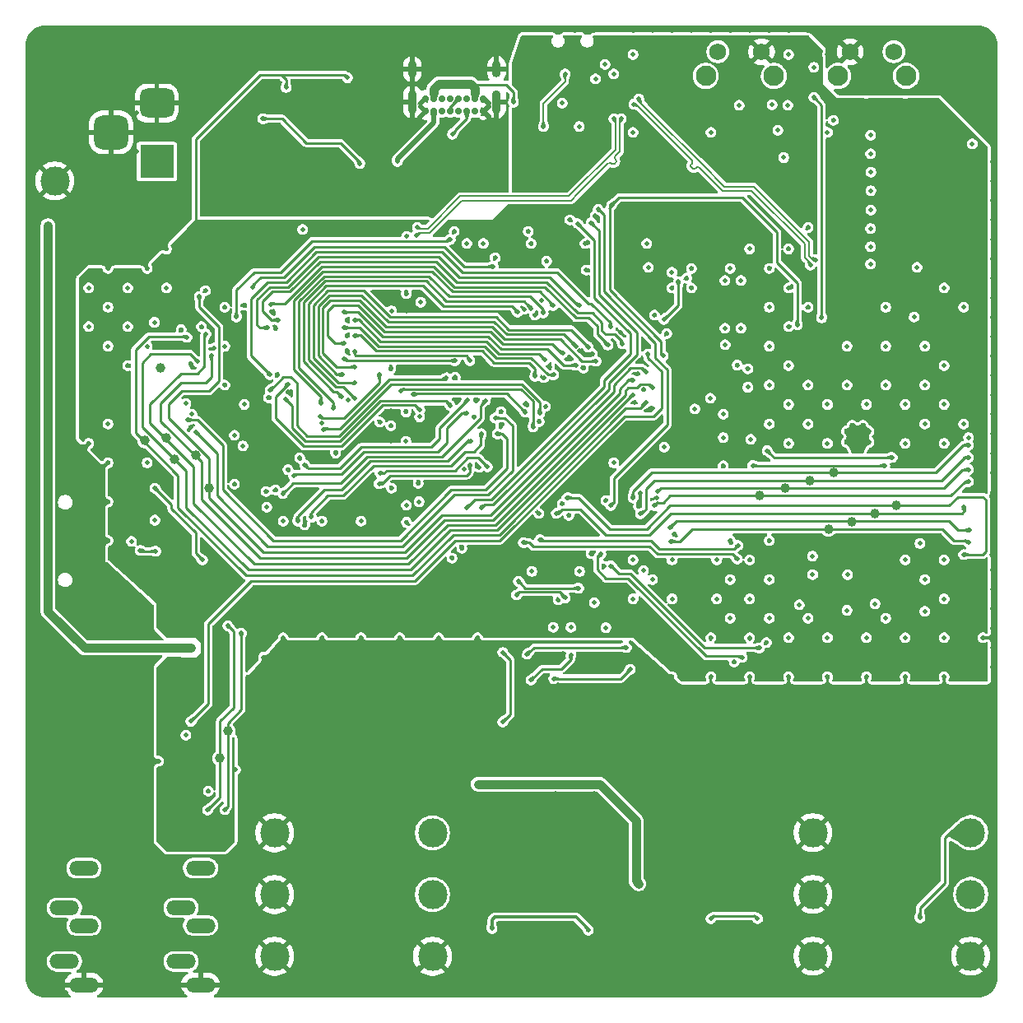
<source format=gbr>
%TF.GenerationSoftware,KiCad,Pcbnew,9.0.6*%
%TF.CreationDate,2026-01-08T15:16:43+08:00*%
%TF.ProjectId,STM32H7_PEDAL_V9,53544d33-3248-4375-9f50-4544414c5f56,rev?*%
%TF.SameCoordinates,Original*%
%TF.FileFunction,Copper,L4,Bot*%
%TF.FilePolarity,Positive*%
%FSLAX46Y46*%
G04 Gerber Fmt 4.6, Leading zero omitted, Abs format (unit mm)*
G04 Created by KiCad (PCBNEW 9.0.6) date 2026-01-08 15:16:43*
%MOMM*%
%LPD*%
G01*
G04 APERTURE LIST*
G04 Aperture macros list*
%AMRoundRect*
0 Rectangle with rounded corners*
0 $1 Rounding radius*
0 $2 $3 $4 $5 $6 $7 $8 $9 X,Y pos of 4 corners*
0 Add a 4 corners polygon primitive as box body*
4,1,4,$2,$3,$4,$5,$6,$7,$8,$9,$2,$3,0*
0 Add four circle primitives for the rounded corners*
1,1,$1+$1,$2,$3*
1,1,$1+$1,$4,$5*
1,1,$1+$1,$6,$7*
1,1,$1+$1,$8,$9*
0 Add four rect primitives between the rounded corners*
20,1,$1+$1,$2,$3,$4,$5,0*
20,1,$1+$1,$4,$5,$6,$7,0*
20,1,$1+$1,$6,$7,$8,$9,0*
20,1,$1+$1,$8,$9,$2,$3,0*%
G04 Aperture macros list end*
%TA.AperFunction,ComponentPad*%
%ADD10C,2.100000*%
%TD*%
%TA.AperFunction,ComponentPad*%
%ADD11C,1.750000*%
%TD*%
%TA.AperFunction,ComponentPad*%
%ADD12C,3.000000*%
%TD*%
%TA.AperFunction,ComponentPad*%
%ADD13O,3.016000X1.508000*%
%TD*%
%TA.AperFunction,ComponentPad*%
%ADD14C,3.600000*%
%TD*%
%TA.AperFunction,ConnectorPad*%
%ADD15C,5.600000*%
%TD*%
%TA.AperFunction,SMDPad,CuDef*%
%ADD16C,1.000000*%
%TD*%
%TA.AperFunction,ComponentPad*%
%ADD17R,3.500000X3.500000*%
%TD*%
%TA.AperFunction,ComponentPad*%
%ADD18RoundRect,0.750000X-1.000000X0.750000X-1.000000X-0.750000X1.000000X-0.750000X1.000000X0.750000X0*%
%TD*%
%TA.AperFunction,ComponentPad*%
%ADD19RoundRect,0.875000X-0.875000X0.875000X-0.875000X-0.875000X0.875000X-0.875000X0.875000X0.875000X0*%
%TD*%
%TA.AperFunction,ComponentPad*%
%ADD20C,0.700000*%
%TD*%
%TA.AperFunction,ComponentPad*%
%ADD21O,0.900000X2.400000*%
%TD*%
%TA.AperFunction,ComponentPad*%
%ADD22O,0.900000X1.700000*%
%TD*%
%TA.AperFunction,HeatsinkPad*%
%ADD23C,0.600000*%
%TD*%
%TA.AperFunction,ViaPad*%
%ADD24C,0.500000*%
%TD*%
%TA.AperFunction,ViaPad*%
%ADD25C,0.700000*%
%TD*%
%TA.AperFunction,Conductor*%
%ADD26C,0.250000*%
%TD*%
%TA.AperFunction,Conductor*%
%ADD27C,0.200000*%
%TD*%
%TA.AperFunction,Conductor*%
%ADD28C,0.900000*%
%TD*%
%TA.AperFunction,Conductor*%
%ADD29C,0.500000*%
%TD*%
%TA.AperFunction,Conductor*%
%ADD30C,0.300000*%
%TD*%
G04 APERTURE END LIST*
D10*
%TO.P,RST1,*%
%TO.N,*%
X245731725Y-96134218D03*
X252741725Y-96134218D03*
D11*
%TO.P,RST1,1,1*%
%TO.N,GND*%
X246981725Y-93644218D03*
%TO.P,RST1,2,2*%
%TO.N,ESP_RST_CTRL*%
X251481725Y-93644218D03*
%TD*%
D12*
%TO.P,J4,R*%
%TO.N,AUDIO_OUT_JACK_RIGHT*%
X204021725Y-180346718D03*
%TO.P,J4,RN*%
%TO.N,GND*%
X187791725Y-180346718D03*
%TO.P,J4,S*%
X204021725Y-186696718D03*
%TO.P,J4,SN*%
X187791725Y-186696718D03*
%TO.P,J4,T*%
%TO.N,AUDIO_OUT_JACK_LEFT*%
X204021725Y-173996718D03*
%TO.P,J4,TN*%
%TO.N,GND*%
X187791725Y-173996718D03*
%TD*%
D13*
%TO.P,J10,1*%
%TO.N,GND*%
X168159712Y-189631718D03*
%TO.P,J10,2*%
%TO.N,MIDI_IN_JACK_PIN5*%
X166159712Y-187231718D03*
%TO.P,J10,3*%
%TO.N,MIDI_IN_JACK_PIN4*%
X166159712Y-181711718D03*
%TO.P,J10,4*%
%TO.N,unconnected-(J10-Pad4)*%
X168159712Y-177631718D03*
%TO.P,J10,5*%
%TO.N,unconnected-(J10-Pad5)*%
X168159712Y-183531718D03*
%TD*%
D14*
%TO.P,H3,1,1*%
%TO.N,GND*%
X189159712Y-163431718D03*
D15*
X189159712Y-163431718D03*
%TD*%
D16*
%TO.P,TP55,1,1*%
%TO.N,MIDI_IN*%
X182159712Y-166331718D03*
%TD*%
%TO.P,TP54,1,1*%
%TO.N,MIDI_OUT*%
X182959712Y-163531718D03*
%TD*%
D17*
%TO.P,J1,1*%
%TO.N,POWER_JACK_PWR*%
X175659712Y-104931718D03*
D18*
%TO.P,J1,2*%
%TO.N,GND*%
X175659712Y-98931718D03*
D19*
%TO.P,J1,3*%
X170959712Y-101931718D03*
%TD*%
D10*
%TO.P,BOOT1,*%
%TO.N,*%
X232131725Y-96134218D03*
X239141725Y-96134218D03*
D11*
%TO.P,BOOT1,1,1*%
%TO.N,ESP_BOOT_CTRL*%
X233381725Y-93644218D03*
%TO.P,BOOT1,2,2*%
%TO.N,+3V3*%
X237881725Y-93644218D03*
%TD*%
D14*
%TO.P,H5,1,1*%
%TO.N,GND*%
X235159712Y-163431718D03*
D15*
X235159712Y-163431718D03*
%TD*%
D12*
%TO.P,TP51,1,1*%
%TO.N,GND*%
X165159712Y-106931718D03*
%TD*%
%TO.P,J8,R*%
%TO.N,AUDIO_IN_JACK_RIGHT*%
X259389712Y-180331718D03*
%TO.P,J8,RN*%
%TO.N,GND*%
X243159712Y-180331718D03*
%TO.P,J8,S*%
X259389712Y-186681718D03*
%TO.P,J8,SN*%
X243159712Y-186681718D03*
%TO.P,J8,T*%
%TO.N,AUDIO_IN_JACK_LEFT*%
X259389712Y-173981718D03*
%TO.P,J8,TN*%
%TO.N,GND*%
X243159712Y-173981718D03*
%TD*%
D14*
%TO.P,H2,1,1*%
%TO.N,GND*%
X257659712Y-95431718D03*
D15*
X257659712Y-95431718D03*
%TD*%
D13*
%TO.P,J7,1*%
%TO.N,GND*%
X180159712Y-189631718D03*
%TO.P,J7,2*%
%TO.N,MIDI_OUT_JACK_PIN5*%
X178159712Y-187231718D03*
%TO.P,J7,3*%
%TO.N,MIDI_OUT_JACK_PIN4*%
X178159712Y-181711718D03*
%TO.P,J7,4*%
%TO.N,unconnected-(J7-Pad4)*%
X180159712Y-177631718D03*
%TO.P,J7,5*%
%TO.N,unconnected-(J7-Pad5)*%
X180159712Y-183531718D03*
%TD*%
D20*
%TO.P,J5,A1,GND*%
%TO.N,GND*%
X209259712Y-99791718D03*
%TO.P,J5,A4,VBUS*%
%TO.N,VUSB*%
X208409712Y-99791718D03*
%TO.P,J5,A5,CC1*%
%TO.N,Net-(J5-CC1)*%
X207559712Y-99791718D03*
%TO.P,J5,A6,D+*%
%TO.N,USBC_P*%
X206709712Y-99791718D03*
%TO.P,J5,A7,D-*%
%TO.N,USBC_N*%
X205859712Y-99791718D03*
%TO.P,J5,A8,SBU1*%
%TO.N,unconnected-(J5-SBU1-PadA8)*%
X205009712Y-99791718D03*
%TO.P,J5,A9,VBUS*%
%TO.N,VUSB*%
X204159712Y-99791718D03*
%TO.P,J5,A12,GND*%
%TO.N,GND*%
X203309712Y-99791718D03*
%TO.P,J5,B1,GND*%
X203309712Y-98441718D03*
%TO.P,J5,B4,VBUS*%
%TO.N,VUSB*%
X204159712Y-98441718D03*
%TO.P,J5,B5,CC2*%
%TO.N,Net-(J5-CC2)*%
X205009712Y-98441718D03*
%TO.P,J5,B6,D+*%
%TO.N,USBC_P*%
X205859712Y-98441718D03*
%TO.P,J5,B7,D-*%
%TO.N,USBC_N*%
X206709712Y-98441718D03*
%TO.P,J5,B8,SBU2*%
%TO.N,unconnected-(J5-SBU2-PadB8)*%
X207559712Y-98441718D03*
%TO.P,J5,B9,VBUS*%
%TO.N,VUSB*%
X208409712Y-98441718D03*
%TO.P,J5,B12,GND*%
%TO.N,GND*%
X209259712Y-98441718D03*
D21*
%TO.P,J5,S1,SHIELD*%
X210609712Y-98811718D03*
D22*
X210609712Y-95431718D03*
D21*
X201959712Y-98811718D03*
D22*
X201959712Y-95431718D03*
%TD*%
D14*
%TO.P,H1,1,1*%
%TO.N,GND*%
X166659712Y-95431718D03*
D15*
X166659712Y-95431718D03*
%TD*%
D23*
%TO.P,U10,19,GND*%
%TO.N,GND*%
X247209712Y-134331718D03*
X248309712Y-134331718D03*
X246659712Y-133781718D03*
X247759712Y-133781718D03*
X248859712Y-133781718D03*
X247209712Y-133231718D03*
X248309712Y-133231718D03*
X246659712Y-132681718D03*
X247759712Y-132681718D03*
X248859712Y-132681718D03*
X247209712Y-132131718D03*
X248309712Y-132131718D03*
%TD*%
D16*
%TO.P,TP9,1,1*%
%TO.N,CS*%
X247159712Y-141981718D03*
%TD*%
%TO.P,TP42,1,1*%
%TO.N,QSPI_BK1_IO1*%
X179656725Y-135131718D03*
%TD*%
%TO.P,TP39,1,1*%
%TO.N,QSPI_BK1_NCS*%
X176056725Y-126131718D03*
%TD*%
%TO.P,TP43,1,1*%
%TO.N,QSPI_BK1_IO2*%
X177456725Y-135531718D03*
%TD*%
%TO.P,TP8,1,1*%
%TO.N,LCD_RST*%
X244757257Y-142741325D03*
%TD*%
%TO.P,TP44,1,1*%
%TO.N,QSPI_BK1_IO3*%
X174435468Y-133633685D03*
%TD*%
%TO.P,TP13,1,1*%
%TO.N,I2C3_SDA*%
X237659712Y-139331718D03*
%TD*%
%TO.P,TP7,1,1*%
%TO.N,MOSI*%
X251759712Y-140331718D03*
%TD*%
%TO.P,TP14,1,1*%
%TO.N,I2C3_SCL*%
X240259712Y-138531718D03*
%TD*%
%TO.P,TP41,1,1*%
%TO.N,QSPI_BK1_IO0*%
X176656725Y-133331718D03*
%TD*%
%TO.P,TP11,1,1*%
%TO.N,CLOCK*%
X249509712Y-141181718D03*
%TD*%
%TO.P,TP16,1,1*%
%TO.N,TP_INT*%
X245259712Y-136931718D03*
%TD*%
%TO.P,TP40,1,1*%
%TO.N,QSPI_BK1_CLK*%
X181056725Y-138531718D03*
%TD*%
%TO.P,TP15,1,1*%
%TO.N,TP_RST*%
X242811757Y-137731718D03*
%TD*%
D24*
%TO.N,ESP_USB_N*%
X225262142Y-98503818D03*
%TO.N,ESP_USB_P*%
X224731812Y-99034148D03*
%TO.N,ESP_USB_N*%
X243423577Y-115060610D03*
%TO.N,ESP_USB_P*%
X242893247Y-115590940D03*
%TO.N,+3V3*%
X182559712Y-156744218D03*
%TO.N,EXP_PEDAL*%
X179159712Y-162531718D03*
X226159712Y-124731718D03*
%TO.N,MIDI_IN*%
X180879712Y-171651718D03*
%TO.N,MIDI_OUT*%
X182659712Y-171631718D03*
X184359712Y-153431718D03*
%TO.N,MIDI_IN*%
X182959712Y-152681718D03*
%TO.N,GND*%
X180959712Y-169706718D03*
%TO.N,+3V3*%
X181159712Y-173256718D03*
%TO.N,VUSB*%
X212359712Y-98831718D03*
%TO.N,GND*%
X217359712Y-98931718D03*
%TO.N,STM_USB_N*%
X223434712Y-100531718D03*
%TO.N,STM_USB_P*%
X222684712Y-100531718D03*
%TO.N,Net-(SW3-B)*%
X217659712Y-95931718D03*
X215434712Y-101331718D03*
%TO.N,GND*%
X219109712Y-101331718D03*
%TO.N,+3V3*%
X220659712Y-101331718D03*
%TO.N,GND*%
X220784712Y-96431718D03*
%TO.N,AUDIO_IN_JACK_LEFT*%
X254159712Y-182731718D03*
%TO.N,VCC_FILT*%
X179159712Y-154981718D03*
X164459712Y-111528731D03*
%TO.N,+3V3*%
X259659712Y-132431718D03*
X201294225Y-132131718D03*
X180656725Y-113431718D03*
X186656725Y-113431718D03*
X181084712Y-146931718D03*
X183631725Y-136446916D03*
X241559712Y-144531718D03*
X232581725Y-123781718D03*
X186656725Y-114431718D03*
X207594225Y-145731718D03*
X181084712Y-145131718D03*
X247056725Y-100756718D03*
X232384712Y-136231718D03*
X246409712Y-145531718D03*
X181656725Y-113431718D03*
X187656725Y-113431718D03*
X226069225Y-114921916D03*
X176456725Y-120094218D03*
X184232134Y-113601740D03*
X185656725Y-113431718D03*
X214656725Y-152806718D03*
X201294225Y-126231718D03*
X184656725Y-114431718D03*
X214172500Y-114896916D03*
X182656725Y-114431718D03*
X199744225Y-133731718D03*
X199794225Y-140296916D03*
X170159712Y-130531718D03*
X201344225Y-120296916D03*
X188959712Y-97331718D03*
X183759712Y-167506718D03*
X248759712Y-145531718D03*
X237359712Y-99106718D03*
X214259712Y-145556718D03*
X183631725Y-131596916D03*
X183656725Y-114431718D03*
X180656725Y-114431718D03*
X232381725Y-130931718D03*
X199794225Y-142046916D03*
X232381725Y-133331718D03*
X188656725Y-113431718D03*
X251472212Y-115269218D03*
X199744225Y-130531718D03*
X187656725Y-114431718D03*
X225719225Y-145456718D03*
X219169225Y-145556718D03*
X188656725Y-114431718D03*
X184656725Y-113431718D03*
X180959712Y-168156718D03*
X237409712Y-117181718D03*
X259159712Y-157431718D03*
X241456725Y-95131718D03*
X219719225Y-114921916D03*
X181656725Y-114431718D03*
X199769225Y-118531718D03*
X195272212Y-96319218D03*
X201344225Y-138546916D03*
X185656725Y-114431718D03*
X216159712Y-95931718D03*
X183656725Y-113431718D03*
X182656725Y-113431718D03*
X207556725Y-114921916D03*
%TO.N,/audio input/V_AUDIOBIAS*%
X237459712Y-182831718D03*
X232659712Y-182831718D03*
%TO.N,SAI1_FS*%
X214156725Y-158281718D03*
X218256725Y-155731718D03*
%TO.N,SAI1_SD_A*%
X213756725Y-155631718D03*
X223959712Y-154931718D03*
%TO.N,SAI1_MLCKA*%
X216506725Y-158131718D03*
X224356725Y-157181718D03*
%TO.N,+5VA*%
X220056725Y-184005698D03*
X208706725Y-168981718D03*
X218306725Y-168981718D03*
X210136725Y-183854218D03*
X225259712Y-179231718D03*
%TO.N,SWCLK*%
X209056725Y-140531718D03*
X220359712Y-111231718D03*
%TO.N,SWDIO*%
X207556725Y-140531718D03*
X218959712Y-111331718D03*
%TO.N,LED2*%
X229319225Y-117296916D03*
X227819225Y-121196916D03*
%TO.N,VUSB*%
X200409712Y-104931718D03*
%TO.N,GND*%
X170656725Y-171931718D03*
X244656725Y-129931718D03*
X201344225Y-140296916D03*
X223659712Y-156831718D03*
X222656725Y-179931718D03*
D25*
X197259712Y-160431718D03*
D24*
X244656725Y-157931718D03*
X222656725Y-187931718D03*
X181159712Y-185931718D03*
X241981725Y-183931718D03*
X246734712Y-147431718D03*
X258259712Y-190431718D03*
X235981725Y-169931718D03*
X186656725Y-167931718D03*
X193256725Y-158581718D03*
X243109712Y-145531718D03*
X240259712Y-190431718D03*
X258656725Y-131931718D03*
X236656725Y-157931718D03*
X252656725Y-129931718D03*
X226659712Y-183931718D03*
X218656725Y-91431718D03*
X179559712Y-93931718D03*
X198656725Y-167931718D03*
X236656725Y-145931718D03*
X204159712Y-91431718D03*
X218256725Y-152856718D03*
X253981725Y-167931718D03*
X166656725Y-119931718D03*
X249981725Y-167931718D03*
X222659712Y-183931718D03*
X236456725Y-128156718D03*
X246659712Y-151106718D03*
X207056725Y-184281718D03*
X232606725Y-129281718D03*
X162659712Y-138931718D03*
X234656725Y-151931718D03*
X248656725Y-161931718D03*
X206606725Y-129681718D03*
X250656725Y-95931718D03*
X244656725Y-165931718D03*
X226244225Y-115831718D03*
D25*
X195259712Y-160431718D03*
D24*
X182656725Y-119931718D03*
X170656725Y-115931718D03*
X174656725Y-175931718D03*
X242656725Y-131931718D03*
D25*
X185259712Y-188431718D03*
D24*
X192656725Y-181931718D03*
X162659712Y-178931718D03*
X162659712Y-96931718D03*
X162659712Y-158931718D03*
X198159712Y-91431718D03*
X179256725Y-130931718D03*
X249140962Y-106031718D03*
X240656725Y-91431718D03*
X196656725Y-185931718D03*
X253981725Y-179931718D03*
X232659712Y-101931718D03*
X261659712Y-126931718D03*
X190159712Y-100731718D03*
X237156725Y-172231718D03*
X240656725Y-117931718D03*
X220259712Y-190431718D03*
X172656725Y-121931718D03*
X193359712Y-102131718D03*
X180159712Y-91431718D03*
X170656725Y-147931718D03*
X192656725Y-177931718D03*
X231981725Y-169931718D03*
X168656725Y-133931718D03*
X256656725Y-145931718D03*
X240656725Y-113931718D03*
X162659712Y-130931718D03*
X204656725Y-169931718D03*
X190356725Y-135431718D03*
X192656725Y-157931718D03*
D25*
X185259712Y-184431718D03*
D24*
X190656725Y-183931718D03*
X162659712Y-156931718D03*
X208806725Y-136381718D03*
X204656725Y-177931718D03*
X173559712Y-95931718D03*
X238656725Y-123931718D03*
X234656725Y-91431718D03*
X248656725Y-91431718D03*
X261659712Y-120931718D03*
X200159712Y-91431718D03*
X219556725Y-126181718D03*
X176656725Y-117931718D03*
X185359712Y-105131718D03*
X238656725Y-143931718D03*
X261659712Y-156931718D03*
X226069225Y-113371916D03*
D25*
X185259712Y-174431718D03*
D24*
X175406725Y-121481718D03*
X162659712Y-104931718D03*
X202556725Y-138031718D03*
X240559712Y-99156718D03*
X228656725Y-91431718D03*
X236459712Y-126256718D03*
X162659712Y-172931718D03*
D25*
X227259712Y-160431718D03*
D24*
X182159712Y-107531718D03*
X240656725Y-133931718D03*
X256656725Y-165931718D03*
X233259712Y-145931718D03*
X256656725Y-157931718D03*
X201344225Y-142046916D03*
X194656725Y-167931718D03*
X236656725Y-91431718D03*
X162659712Y-168931718D03*
X261659712Y-146931718D03*
X249981725Y-171931718D03*
X261659712Y-154931718D03*
X238659712Y-147931718D03*
X213456725Y-120131718D03*
X219856725Y-167531718D03*
X219856725Y-165931718D03*
X174259712Y-190431718D03*
X183862699Y-103781718D03*
X216959712Y-150031718D03*
X198656725Y-183931718D03*
X257981725Y-171931718D03*
X183759712Y-107531718D03*
D25*
X185259712Y-190431718D03*
D24*
X261659712Y-182931718D03*
D25*
X185259712Y-178431718D03*
D24*
X190656725Y-175931718D03*
X174656725Y-123931718D03*
X251981725Y-177931718D03*
X213520719Y-188070711D03*
X261659712Y-160931718D03*
X190859712Y-142331718D03*
X218659712Y-183931718D03*
X186062699Y-103781718D03*
X162659712Y-176931718D03*
D25*
X239259712Y-160431718D03*
D24*
X195356725Y-129431718D03*
X261659712Y-132931718D03*
X206656725Y-175931718D03*
X172656725Y-177931718D03*
X248656725Y-97931718D03*
X213359712Y-158431718D03*
X213009712Y-155481718D03*
X261659712Y-150931718D03*
X187156725Y-129231718D03*
X218656725Y-171931718D03*
X258656725Y-91431718D03*
X189359712Y-104131718D03*
X182159712Y-105131718D03*
X207056725Y-144731718D03*
X250659712Y-119931718D03*
X182959712Y-108331718D03*
X196656725Y-173931718D03*
X198656725Y-175931718D03*
X162662699Y-92931718D03*
X194656725Y-163931718D03*
X196656725Y-169931718D03*
X166259712Y-190431718D03*
X194656725Y-187931718D03*
X247981725Y-185931718D03*
X228659712Y-185931718D03*
X162659712Y-150931718D03*
X205656725Y-162556718D03*
X194259712Y-190431718D03*
X225856725Y-123931718D03*
X241981725Y-187931718D03*
X193559712Y-107931718D03*
X220456725Y-124731718D03*
X226659712Y-187931718D03*
X252656725Y-97931718D03*
X261659712Y-102931718D03*
X232656725Y-157931718D03*
X162659712Y-124931718D03*
D25*
X245259712Y-160431718D03*
D24*
X162659712Y-160931718D03*
X261659712Y-184931718D03*
X199794225Y-138546916D03*
X238259712Y-190431718D03*
X194656725Y-171931718D03*
X232656725Y-161931718D03*
X192656725Y-153931718D03*
X170656725Y-123931718D03*
X171559712Y-97931718D03*
X234109712Y-117181718D03*
X230156725Y-116931718D03*
X234109712Y-122081718D03*
X162659712Y-164931718D03*
X223659712Y-177931718D03*
X192656725Y-131831718D03*
D25*
X233259712Y-160431718D03*
X251259712Y-160431718D03*
D24*
X208656725Y-161931718D03*
X254159712Y-144231718D03*
X253981725Y-187931718D03*
X224656725Y-93931718D03*
X214556725Y-120731718D03*
X259159712Y-133331718D03*
X195256725Y-121231718D03*
X224259712Y-190431718D03*
X186656725Y-155931718D03*
X226659712Y-147931718D03*
X252656725Y-157931718D03*
D25*
X185259712Y-176431718D03*
D24*
X257981725Y-183931718D03*
X164656725Y-157931718D03*
X196659712Y-141931718D03*
X162659712Y-106931718D03*
X261659712Y-170931718D03*
X261659712Y-124931718D03*
X182656725Y-187931718D03*
X183759712Y-105931718D03*
X195256725Y-122831718D03*
X249981725Y-187931718D03*
X261659712Y-138931718D03*
X182259712Y-190431718D03*
X168656725Y-137931718D03*
X225559712Y-125531718D03*
X201319225Y-118531718D03*
X220359712Y-145281718D03*
D25*
X207259712Y-160431718D03*
D24*
X224659712Y-181931718D03*
X168656725Y-117931718D03*
D25*
X193259712Y-160431718D03*
D24*
X200656725Y-177931718D03*
X204656725Y-157931718D03*
X206656725Y-171931718D03*
X236656725Y-165931718D03*
X202656725Y-155931718D03*
X175559712Y-93931718D03*
X214259712Y-190431718D03*
X241981725Y-167931718D03*
X166656725Y-159931718D03*
X170656725Y-151931718D03*
X259559712Y-103131718D03*
X248659712Y-93931718D03*
X174656725Y-171931718D03*
X174656725Y-115931718D03*
X225156725Y-126731718D03*
X199744225Y-132131718D03*
X239562699Y-101731718D03*
X216840725Y-188093198D03*
X213856725Y-112131718D03*
X184656725Y-119731718D03*
X234259712Y-190431718D03*
X252659712Y-145931718D03*
X184159712Y-91431718D03*
X231019225Y-130396916D03*
X196656725Y-153931718D03*
X224656725Y-101931718D03*
X261659712Y-178931718D03*
X243981725Y-169931718D03*
X261659712Y-106931718D03*
X181359712Y-105131718D03*
X215081725Y-167731718D03*
X236656725Y-153931718D03*
X222656725Y-171931718D03*
X172656725Y-113931718D03*
X218056725Y-141331718D03*
X220659712Y-150331718D03*
X248656725Y-165931718D03*
X254656725Y-147931718D03*
X259981725Y-169931718D03*
X175856725Y-166631718D03*
X196656725Y-181931718D03*
X236759712Y-133531718D03*
X182959712Y-105931718D03*
X170656725Y-183931718D03*
X250656725Y-151931718D03*
X192656725Y-161931718D03*
X202656725Y-183931718D03*
X183656725Y-138106718D03*
X186259712Y-190431718D03*
X256656725Y-153931718D03*
X176656725Y-113931718D03*
X261659712Y-172931718D03*
X261659712Y-188931718D03*
X202656725Y-167931718D03*
X250656725Y-91431718D03*
X168656725Y-141931718D03*
X242656725Y-151931718D03*
X224806725Y-129731718D03*
X188056725Y-126831718D03*
X204656725Y-153931718D03*
X162659712Y-182931718D03*
X182959712Y-106731718D03*
X190656725Y-171931718D03*
X168656725Y-165931718D03*
X261659712Y-162931718D03*
X235759712Y-117181718D03*
X206044225Y-145731718D03*
X162659712Y-132931718D03*
X216959712Y-158781718D03*
X257981725Y-175931718D03*
X261659712Y-164931718D03*
X246656725Y-127931718D03*
X252656725Y-165931718D03*
X162659712Y-94931718D03*
X162659712Y-120931718D03*
X227156725Y-174231718D03*
X256656725Y-133931718D03*
X206656725Y-155931718D03*
D25*
X249259712Y-160431718D03*
D24*
X170159712Y-91431718D03*
X224659712Y-185931718D03*
X198656725Y-187931718D03*
X162659712Y-116931718D03*
X249981725Y-175931718D03*
X224659712Y-149931718D03*
X168656725Y-145931718D03*
X179156725Y-125731718D03*
X242259712Y-190431718D03*
X224559712Y-155531718D03*
X254659712Y-151206718D03*
X232659712Y-153931718D03*
X221659712Y-146581718D03*
X202656725Y-187931718D03*
X219856725Y-161281718D03*
X225206725Y-140431718D03*
D25*
X237259712Y-160431718D03*
D24*
X247981725Y-177931718D03*
D25*
X185259712Y-172431718D03*
D24*
X251981725Y-169931718D03*
X176259712Y-190431718D03*
X162659712Y-140931718D03*
X202656725Y-139931718D03*
X168159712Y-91431718D03*
X224656725Y-165931718D03*
D25*
X185259712Y-160431718D03*
D24*
X228659712Y-149931718D03*
X261659712Y-96931718D03*
X162659712Y-188931718D03*
X212259712Y-190431718D03*
X216656725Y-169931718D03*
X162659712Y-102931718D03*
X182159712Y-108331718D03*
X261659712Y-176931718D03*
D25*
X185259712Y-166431718D03*
D24*
X162656725Y-110931718D03*
X228656725Y-117931718D03*
X194656725Y-179931718D03*
X238656725Y-131931718D03*
X208756725Y-184281718D03*
X221759712Y-94931718D03*
X261659712Y-152931718D03*
X238656725Y-91431718D03*
X212906725Y-161281718D03*
X202819225Y-119396916D03*
X234659712Y-174231718D03*
X245981725Y-183931718D03*
X256259712Y-190431718D03*
X202656725Y-175931718D03*
X251981725Y-173931718D03*
X222659712Y-175931718D03*
X219169225Y-147106718D03*
X188159712Y-91431718D03*
X198606725Y-131731718D03*
X200656725Y-181931718D03*
X181359712Y-104331718D03*
X245981725Y-175931718D03*
X171559712Y-93931718D03*
X162659712Y-128931718D03*
X215431725Y-175241718D03*
X247981725Y-173931718D03*
X166656725Y-131931718D03*
X198259712Y-190431718D03*
D25*
X203259712Y-160431718D03*
D24*
X234131725Y-123781718D03*
X190159712Y-91431718D03*
X215656725Y-130131718D03*
X245981725Y-167931718D03*
X213556725Y-129881718D03*
X210259712Y-190431718D03*
X261659712Y-140931718D03*
X250259712Y-190431718D03*
X194031725Y-155981718D03*
X227856725Y-134331718D03*
X243981725Y-177931718D03*
D25*
X213259712Y-160431718D03*
X243259712Y-160431718D03*
D24*
X256656725Y-149931718D03*
X208506725Y-129531718D03*
X183759712Y-108331718D03*
X249084712Y-111831718D03*
X187856725Y-138731718D03*
X162659712Y-100931718D03*
D25*
X209259712Y-160431718D03*
D24*
X222656725Y-135931718D03*
X172656725Y-181931718D03*
X206356725Y-127131718D03*
X210656725Y-163931718D03*
X261659712Y-134931718D03*
X256656725Y-97931718D03*
X230656725Y-115931718D03*
X206259712Y-190431718D03*
X256656725Y-91431718D03*
X182159712Y-103531718D03*
X211056725Y-132131718D03*
X209256725Y-113371916D03*
X181359712Y-108331718D03*
X200656725Y-169931718D03*
X192656725Y-173931718D03*
X186971923Y-140496916D03*
X162659712Y-108931718D03*
X226606725Y-130331718D03*
X261659712Y-168931718D03*
X249559712Y-150431718D03*
X166656725Y-103931718D03*
X196459712Y-100731718D03*
X237981725Y-167931718D03*
X218106725Y-125231718D03*
X220656725Y-173931718D03*
X238356725Y-154431718D03*
X260656725Y-91431718D03*
X235056725Y-156431718D03*
X188656725Y-153931718D03*
X162659712Y-154931718D03*
X218656725Y-187931718D03*
X186159712Y-91431718D03*
X235559712Y-99156718D03*
X172656725Y-157931718D03*
X261659712Y-148931718D03*
X229156725Y-172231718D03*
D25*
X185259712Y-170431718D03*
D24*
X244656725Y-101931718D03*
X162659712Y-184931718D03*
X227981725Y-169931718D03*
D25*
X185259712Y-186431718D03*
D24*
X232656725Y-165931718D03*
X183459712Y-94156718D03*
X261659712Y-100931718D03*
D25*
X205259712Y-160431718D03*
D24*
X248656725Y-157931718D03*
X181859712Y-94156718D03*
X245256725Y-100706718D03*
X188656725Y-169931718D03*
X246659712Y-123931718D03*
D25*
X185259712Y-180431718D03*
D24*
X254259712Y-190431718D03*
X180759712Y-181931718D03*
X166656725Y-111931718D03*
X261659712Y-114931718D03*
X243134712Y-147431718D03*
X166656725Y-115931718D03*
D25*
X211259712Y-160431718D03*
D24*
X236656725Y-113931718D03*
X162659712Y-134931718D03*
X261659712Y-128931718D03*
X220659712Y-185931718D03*
X206159712Y-91431718D03*
X233981725Y-167931718D03*
X216456725Y-152856718D03*
X192656725Y-165931718D03*
X208306725Y-131231718D03*
X229981725Y-167931718D03*
X224656725Y-91431718D03*
X220759712Y-110531718D03*
X200656725Y-173931718D03*
X236656725Y-149931718D03*
X259981725Y-177931718D03*
X249097212Y-113694218D03*
X162659712Y-114931718D03*
X172656725Y-185931718D03*
X232259712Y-190431718D03*
X183656725Y-133106718D03*
X261659712Y-158931718D03*
X255981725Y-177931718D03*
D25*
X215259712Y-160431718D03*
D24*
X212159712Y-91431718D03*
X192656725Y-185931718D03*
X170656725Y-175931718D03*
X196656725Y-177931718D03*
X248656725Y-153931718D03*
X201294225Y-133731718D03*
X190581725Y-156531718D03*
X178656725Y-163931718D03*
X210656725Y-155931718D03*
X176656725Y-185931718D03*
X258659712Y-119931718D03*
X196656725Y-161931718D03*
X189156725Y-136631718D03*
X250656725Y-127931718D03*
X188659712Y-141931718D03*
X174656725Y-135931718D03*
X171159712Y-187931718D03*
X211056725Y-130681718D03*
X184506725Y-134181718D03*
X239981725Y-169931718D03*
X241981725Y-171931718D03*
X254656725Y-127931718D03*
X254656725Y-163931718D03*
X206656725Y-167931718D03*
X228909712Y-143281718D03*
X220081725Y-180931718D03*
X215197500Y-119231718D03*
X249097212Y-102244218D03*
X196459712Y-103331718D03*
X225831725Y-172231718D03*
X182159712Y-105931718D03*
X214169225Y-113371916D03*
X220656725Y-91431718D03*
X260656725Y-161931718D03*
D25*
X185259712Y-164431718D03*
D24*
X169656725Y-110881718D03*
X172656725Y-161931718D03*
D25*
X191259712Y-160431718D03*
D24*
X219849241Y-116116432D03*
X240656725Y-121931718D03*
X245981725Y-187931718D03*
X194656725Y-183931718D03*
X230259712Y-190431718D03*
X244656725Y-133931718D03*
X188259712Y-190431718D03*
X238656725Y-115931718D03*
X170259712Y-190431718D03*
X180656725Y-118231718D03*
X224481725Y-162931718D03*
X217556725Y-161231718D03*
X254656725Y-91431718D03*
X241759712Y-150531718D03*
X250656725Y-163931718D03*
X255981725Y-169931718D03*
X162656725Y-122931718D03*
X248259712Y-190431718D03*
X221856725Y-152891520D03*
X173056725Y-144031718D03*
X166159712Y-91431718D03*
X253981725Y-175931718D03*
X235984712Y-187393198D03*
X175559712Y-101931718D03*
X207256725Y-136581718D03*
X181556725Y-124131718D03*
X196259712Y-190431718D03*
X215081725Y-165931718D03*
X166656725Y-163931718D03*
D25*
X261259712Y-160431718D03*
D24*
X186656725Y-183931718D03*
X214959712Y-141131718D03*
X173559712Y-107931718D03*
X164159712Y-91431718D03*
X182656725Y-127931718D03*
X222259712Y-190431718D03*
X218159712Y-110931718D03*
X220656725Y-165931718D03*
X261659712Y-112931718D03*
X228656725Y-157931718D03*
X210656725Y-167931718D03*
X246656725Y-91431718D03*
X216259712Y-190431718D03*
X182159712Y-106731718D03*
X256656725Y-117931718D03*
X235759712Y-122081718D03*
X226856725Y-120731718D03*
X200656725Y-185931718D03*
X215006725Y-131681718D03*
X244656725Y-153931718D03*
X183759712Y-106731718D03*
X183159712Y-108931718D03*
X162659712Y-170931718D03*
X224656725Y-161931718D03*
X228656725Y-161931718D03*
X261659712Y-108931718D03*
D25*
X255259712Y-160431718D03*
D24*
X235356725Y-125881718D03*
X261659712Y-130931718D03*
X196159712Y-91431718D03*
X162659712Y-112931718D03*
X230656725Y-117931718D03*
X242656725Y-127931718D03*
X168656725Y-113931718D03*
X166656725Y-135931718D03*
X261659712Y-92931718D03*
X172259712Y-190431718D03*
X168656725Y-121931718D03*
X207556725Y-113371916D03*
X208656725Y-153931718D03*
X230656725Y-91431718D03*
X184559712Y-105931718D03*
X170656725Y-131931718D03*
X256656725Y-161931718D03*
X202706725Y-131205198D03*
X182656725Y-123931718D03*
X162659712Y-180931718D03*
X217359712Y-140131718D03*
X234656725Y-143931718D03*
X188062699Y-103506718D03*
X197559712Y-107931718D03*
X182656725Y-183931718D03*
X182959712Y-105131718D03*
X261659712Y-142931718D03*
X192659712Y-141931718D03*
X252656725Y-161931718D03*
X252259712Y-190431718D03*
X244259712Y-190431718D03*
X205159712Y-104731718D03*
X236656725Y-161931718D03*
X192159712Y-91431718D03*
X261659712Y-180931718D03*
X199744225Y-126231718D03*
X240656725Y-129931718D03*
X253559712Y-120931718D03*
X198656725Y-179931718D03*
X249109712Y-107931718D03*
X225406725Y-139031718D03*
X257981725Y-167931718D03*
X202656725Y-171931718D03*
X172159712Y-91431718D03*
X255981725Y-185931718D03*
X162659712Y-152931718D03*
X252656725Y-153931718D03*
X256656725Y-125931718D03*
X226656725Y-91431718D03*
X176159712Y-91431718D03*
X228259712Y-190431718D03*
X181359712Y-105931718D03*
X204259712Y-190431718D03*
X195256725Y-124431718D03*
X225756725Y-128381718D03*
X212256725Y-176949218D03*
X240656725Y-153931718D03*
X162656725Y-126931718D03*
X232784712Y-187381718D03*
X194159712Y-102131718D03*
X261659712Y-110931718D03*
X261659712Y-94931718D03*
X259659712Y-98181718D03*
X228659712Y-145931718D03*
X179156725Y-132231718D03*
X200656725Y-153931718D03*
X206256725Y-112131718D03*
X251981725Y-181931718D03*
X260259712Y-190431718D03*
X200656725Y-165931718D03*
X251981725Y-185931718D03*
X261659712Y-118931718D03*
X170656725Y-139931718D03*
X254656725Y-123931718D03*
X186906725Y-138881718D03*
X202159712Y-91431718D03*
X196656725Y-157931718D03*
X200259712Y-190431718D03*
X172656725Y-173931718D03*
X174656725Y-111931718D03*
X261659712Y-98931718D03*
X233934712Y-136231718D03*
D25*
X185259712Y-162431718D03*
D24*
X182959712Y-107531718D03*
D25*
X185259712Y-182431718D03*
D24*
X228656725Y-165931718D03*
D25*
X187259712Y-160431718D03*
D24*
X261659712Y-166931718D03*
X171456725Y-110881718D03*
X178259712Y-190431718D03*
X252656725Y-91431718D03*
X233931725Y-130931718D03*
X181359712Y-106731718D03*
X261659712Y-104931718D03*
X162659712Y-166931718D03*
X248656725Y-129931718D03*
X172656725Y-117931718D03*
X190259712Y-190431718D03*
X166656725Y-99931718D03*
X182159712Y-104331718D03*
X228656725Y-116331718D03*
X246656725Y-163931718D03*
X249097212Y-104131718D03*
X162659712Y-142931718D03*
X162659712Y-136931718D03*
X203359712Y-104756718D03*
X245981725Y-179931718D03*
X208259712Y-190431718D03*
X240656725Y-157931718D03*
X228334712Y-176156718D03*
D25*
X185259712Y-168431718D03*
D24*
X227059712Y-139531718D03*
X198656725Y-171931718D03*
X243256725Y-95231718D03*
X240659712Y-93931718D03*
X238656725Y-127931718D03*
X228119225Y-122646916D03*
D25*
X241259712Y-160431718D03*
D24*
X180256725Y-121931718D03*
X256656725Y-129931718D03*
D25*
X217259712Y-160431718D03*
X219259712Y-160431718D03*
D24*
X203656725Y-162556718D03*
X178156725Y-122231718D03*
X247981725Y-169931718D03*
X222656725Y-95931718D03*
X223356725Y-122531718D03*
X222656725Y-167931718D03*
X194056725Y-134931718D03*
X261659712Y-122931718D03*
X162659712Y-186931718D03*
X173559712Y-99931718D03*
X261659712Y-136931718D03*
X192656725Y-169931718D03*
X170656725Y-167931718D03*
X202259712Y-190431718D03*
X254656725Y-131931718D03*
X234656725Y-147931718D03*
X178656725Y-129831718D03*
X178159712Y-91431718D03*
X190656725Y-167931718D03*
X174159712Y-91431718D03*
X226656725Y-163931718D03*
X190656725Y-187931718D03*
X218259712Y-190431718D03*
X162659712Y-148931718D03*
X172656725Y-169931718D03*
X208159712Y-91431718D03*
X253859712Y-115831718D03*
X197131725Y-156531718D03*
X249981725Y-179931718D03*
X180759712Y-108931718D03*
X162659712Y-118931718D03*
X208656725Y-157931718D03*
X249981725Y-183931718D03*
X187656725Y-120431718D03*
X244656725Y-91431718D03*
X220656725Y-169931718D03*
X174656725Y-163931718D03*
X182159712Y-91431718D03*
X162659712Y-98931718D03*
X246259712Y-190431718D03*
X261659712Y-144931718D03*
X244656725Y-161931718D03*
X190656725Y-179931718D03*
X261659712Y-116931718D03*
X255981725Y-181931718D03*
X170656725Y-111931718D03*
X258656725Y-163931718D03*
X234656725Y-115931718D03*
X210456725Y-114831718D03*
X215764971Y-115179352D03*
X170656725Y-119931718D03*
X164656725Y-101931718D03*
X242656725Y-119931718D03*
X201631725Y-162531718D03*
X194959712Y-102131718D03*
X219719225Y-113371916D03*
X184656725Y-129931718D03*
X241981725Y-175931718D03*
X196656725Y-165931718D03*
X232656725Y-91431718D03*
X242656725Y-91431718D03*
X214259712Y-147106718D03*
X257981725Y-187931718D03*
X175459712Y-141831718D03*
X201359712Y-112631718D03*
X170656725Y-135931718D03*
X162659712Y-174931718D03*
X238656725Y-151931718D03*
X164259712Y-190431718D03*
X238959712Y-99106718D03*
X225719225Y-147006718D03*
X190656725Y-111931718D03*
D25*
X247259712Y-160431718D03*
D24*
X216506725Y-161281718D03*
X216056725Y-126081718D03*
X226656725Y-167931718D03*
X208656725Y-165931718D03*
X224659712Y-145931718D03*
X198656725Y-163931718D03*
X181359712Y-107531718D03*
X192259712Y-190431718D03*
X204656725Y-165931718D03*
X188656725Y-177931718D03*
D25*
X229259712Y-160431718D03*
D24*
X260656725Y-165931718D03*
X230656725Y-163931718D03*
D25*
X231259712Y-160431718D03*
D24*
X210159712Y-91431718D03*
D25*
X225259712Y-160431718D03*
D24*
X173559712Y-103931718D03*
X253981725Y-183931718D03*
X216656725Y-91431718D03*
X221859712Y-139831718D03*
X162659712Y-144931718D03*
X201294225Y-130696916D03*
X261659712Y-174931718D03*
X219156725Y-124431718D03*
X172656725Y-125931718D03*
X171559712Y-105931718D03*
X217459712Y-155581718D03*
X233931725Y-133331718D03*
X187856725Y-122131718D03*
X184259712Y-190431718D03*
X188656725Y-157931718D03*
X245981725Y-171931718D03*
X260656725Y-153931718D03*
X162659712Y-146931718D03*
X226259712Y-190431718D03*
X166656725Y-155931718D03*
D25*
X221259712Y-160431718D03*
D24*
X239156725Y-174231718D03*
X244659712Y-93931718D03*
X233259712Y-149931718D03*
X253981725Y-171931718D03*
X162659712Y-162931718D03*
X228334712Y-179706718D03*
X215656725Y-155631718D03*
X239756725Y-179431718D03*
X252656725Y-133931718D03*
X255981725Y-173931718D03*
X201681725Y-157331718D03*
X206656725Y-179931718D03*
X215456725Y-127181718D03*
X249109712Y-109931718D03*
X249072212Y-115494218D03*
D25*
X253259712Y-160431718D03*
D24*
X194656725Y-175931718D03*
X166656725Y-143931718D03*
X250659712Y-123931718D03*
X236259712Y-190431718D03*
X189156725Y-128631718D03*
X238656725Y-119931718D03*
X170656725Y-143931718D03*
X240159712Y-104531718D03*
X179559712Y-97931718D03*
X242656725Y-111731718D03*
X194159712Y-91431718D03*
X224656725Y-169931718D03*
X168656725Y-149931718D03*
X199794225Y-120296916D03*
D25*
X223259712Y-160431718D03*
D24*
X177559712Y-95931718D03*
X226584712Y-176156718D03*
X240656725Y-125931718D03*
X261659712Y-186931718D03*
X247981725Y-181931718D03*
X172656725Y-149931718D03*
%TO.N,FMC_CLK*%
X205846676Y-130024366D03*
X188919225Y-129396916D03*
%TO.N,FMC_WE*%
X220056725Y-124031718D03*
X196056725Y-127731718D03*
%TO.N,FMC_D1*%
X192819225Y-132496916D03*
X205456725Y-127180198D03*
%TO.N,FMC_NBL1*%
X187319225Y-128446916D03*
X215056725Y-130831718D03*
%TO.N,FMC_BA0*%
X206356725Y-125431718D03*
X194956725Y-125246916D03*
%TO.N,FMC_CS*%
X220856725Y-125481718D03*
X196056725Y-126046916D03*
%TO.N,FMC_A3*%
X194956725Y-120446916D03*
X218756725Y-125881718D03*
%TO.N,FMC_RAS*%
X218756725Y-123931718D03*
X194756725Y-126846916D03*
%TO.N,FMC_BA1*%
X207856725Y-125431718D03*
X196056725Y-124446916D03*
%TO.N,FMC_D3*%
X209656725Y-136331718D03*
X198619225Y-136996916D03*
%TO.N,FMC_D14*%
X207656725Y-129431718D03*
X190856725Y-136131718D03*
%TO.N,FMC_A5*%
X223556725Y-123681718D03*
X188156725Y-121246916D03*
%TO.N,FMC_A4*%
X222056725Y-123831718D03*
X187356725Y-119631718D03*
%TO.N,FMC_D7*%
X196056725Y-129331718D03*
X212756725Y-120431718D03*
%TO.N,FMC_D4*%
X192518225Y-129793218D03*
X216419225Y-119766916D03*
%TO.N,FMC_A10*%
X194956725Y-123646916D03*
X217406725Y-124631718D03*
%TO.N,FMC_D15*%
X188619225Y-139096916D03*
X209456725Y-129531718D03*
%TO.N,FMC_D6*%
X194656725Y-129131718D03*
X214156725Y-120031718D03*
%TO.N,FMC_D2*%
X198519225Y-138096916D03*
X207856725Y-136181718D03*
%TO.N,FMC_CAS*%
X202019225Y-128896916D03*
X213556725Y-130731718D03*
%TO.N,FMC_A12*%
X189158134Y-127856598D03*
X202719225Y-130496916D03*
%TO.N,FMC_D13*%
X207556725Y-130831718D03*
X189719225Y-137246916D03*
%TO.N,FMC_A6*%
X219156725Y-119731718D03*
X187056725Y-122046916D03*
%TO.N,FMC_D5*%
X215420225Y-120531718D03*
X193856725Y-130331718D03*
%TO.N,FMC_D0*%
X192456725Y-131131718D03*
X198556725Y-126831718D03*
%TO.N,FMC_A1*%
X216506725Y-126881718D03*
X194956725Y-122046916D03*
%TO.N,FMC_A0*%
X214556725Y-127031718D03*
X196056725Y-122846916D03*
%TO.N,FMC_A2*%
X215581725Y-125356718D03*
X196056725Y-121246916D03*
%TO.N,FMC_NBL0*%
X214356725Y-132231718D03*
X200719225Y-128496916D03*
%TO.N,FMC_CKE*%
X187269225Y-126846916D03*
X222356725Y-121931718D03*
%TO.N,SDMMC1_CMD*%
X175559712Y-145029800D03*
X173959712Y-144931718D03*
%TO.N,SDMMC1_D0*%
X191559712Y-141531718D03*
X209056725Y-132931718D03*
%TO.N,SDMMC1_D1*%
X190159712Y-141931718D03*
X207956725Y-133680198D03*
%TO.N,DC*%
X236959712Y-136208211D03*
X250558219Y-136233211D03*
%TO.N,CLOCK*%
X258659712Y-140506718D03*
X216759712Y-141131718D03*
%TO.N,BL*%
X238459712Y-134680198D03*
X251308218Y-135383212D03*
%TO.N,MOSI*%
X217856725Y-139531718D03*
X258659712Y-145375000D03*
%TO.N,CS*%
X259256725Y-142875000D03*
X228459712Y-142631718D03*
%TO.N,LCD_RST*%
X228559712Y-144031718D03*
X259159712Y-144131718D03*
%TO.N,I2C1_SCL*%
X235856725Y-155931718D03*
X221359712Y-145331718D03*
%TO.N,I2C1_SDA*%
X237656725Y-154981718D03*
X222359712Y-146531718D03*
%TO.N,TP_INT*%
X224656725Y-139531718D03*
X259159712Y-134125000D03*
%TO.N,TP_RST*%
X259159712Y-135375000D03*
X225406725Y-141181718D03*
%TO.N,VCC*%
X196559712Y-105131718D03*
X186559712Y-100531718D03*
%TO.N,/Audio Codec/3.3V_FILT*%
X211256725Y-155431718D03*
X211256725Y-162581718D03*
%TO.N,QSPI_BK1_CLK*%
X225956725Y-126581718D03*
X180041725Y-118831718D03*
%TO.N,QSPI_BK1_IO0*%
X180696341Y-122671334D03*
X226656725Y-128180198D03*
%TO.N,QSPI_BK1_IO2*%
X224656725Y-128931718D03*
X179856725Y-125531718D03*
%TO.N,QSPI_BK1_IO3*%
X225956725Y-129731718D03*
X178756725Y-123031718D03*
%TO.N,QSPI_BK1_NCS*%
X176056725Y-126131718D03*
X210256725Y-115731718D03*
X185556725Y-117831718D03*
%TO.N,QSPI_BK1_IO1*%
X224656725Y-127431718D03*
X181255725Y-124930718D03*
%TO.N,I2C3_SDA*%
X226856725Y-140331718D03*
X259159712Y-137875000D03*
%TO.N,I2C3_SCL*%
X227206725Y-138881718D03*
X259159712Y-136625000D03*
%TO.N,Net-(J5-CC1)*%
X206059712Y-102131718D03*
%TO.N,I{slash}O_4*%
X219059712Y-148831718D03*
X212858218Y-148130224D03*
%TO.N,I{slash}O_3*%
X217659712Y-149831718D03*
X212659712Y-149531718D03*
%TO.N,KEY*%
X205856725Y-112931718D03*
X183856725Y-120931718D03*
%TO.N,SIG_1*%
X210456725Y-131331718D03*
X179656725Y-132731718D03*
%TO.N,SIG_2*%
X178856725Y-131531718D03*
X210681725Y-132956718D03*
%TO.N,CARD_DETECT*%
X180359712Y-145931718D03*
X175459712Y-138531718D03*
%TO.N,USART2_RX*%
X235459712Y-144431718D03*
X215059712Y-143831718D03*
%TO.N,USART2_TX*%
X235359712Y-145831718D03*
X213359712Y-144131718D03*
%TO.N,/STM32H7/BOOT*%
X222359712Y-140331718D03*
X221059712Y-109831718D03*
%TO.N,ESP_BOOT_CTRL*%
X243259712Y-98331718D03*
X244059712Y-121031718D03*
%TO.N,ESP_RST_CTRL*%
X222459712Y-109431718D03*
X241559712Y-121731718D03*
X227759712Y-124931718D03*
%TO.N,STM_USB_P*%
X202459712Y-111731718D03*
%TO.N,STM_USB_N*%
X202359712Y-112531718D03*
%TD*%
D26*
%TO.N,VUSB*%
X207959712Y-96931718D02*
X208059712Y-97031718D01*
X208059712Y-97031718D02*
X211559712Y-97031718D01*
X211559712Y-97031718D02*
X212359712Y-97831718D01*
X212359712Y-97831718D02*
X212359712Y-98831718D01*
D27*
%TO.N,ESP_USB_P*%
X236866514Y-107956718D02*
X233866514Y-107956718D01*
X242334712Y-113424916D02*
X236866514Y-107956718D01*
X230720933Y-105629730D02*
X230636080Y-105544877D01*
X242334712Y-114820274D02*
X242334712Y-113424916D01*
X231130231Y-105559847D02*
X231060345Y-105629730D01*
X233866514Y-107956718D02*
X231469643Y-105559847D01*
X242893247Y-115378809D02*
X242334712Y-114820274D01*
X224943943Y-99034148D02*
X224731812Y-99034148D01*
X242893247Y-115590940D02*
X242893247Y-115378809D01*
X230636080Y-105205465D02*
X230705965Y-105135581D01*
X230705965Y-104796169D02*
X230621114Y-104711318D01*
X230621114Y-104711318D02*
X230006168Y-104096372D01*
X230006168Y-104096372D02*
X224943943Y-99034148D01*
X230636080Y-105544877D02*
G75*
G02*
X230636109Y-105205494I169720J169677D01*
G01*
X230705965Y-105135581D02*
G75*
G03*
X230705940Y-104796194I-169665J169681D01*
G01*
X231060345Y-105629730D02*
G75*
G02*
X230720933Y-105629730I-169706J169701D01*
G01*
X231469643Y-105559847D02*
G75*
G03*
X231130231Y-105559847I-169706J-169701D01*
G01*
%TO.N,ESP_USB_N*%
X225262142Y-98503818D02*
X225262142Y-98715949D01*
X231809155Y-105262962D02*
X234052910Y-107506718D01*
X225262142Y-98715949D02*
X226510966Y-99964773D01*
X242784712Y-114633876D02*
X243211446Y-115060610D01*
X243211446Y-115060610D02*
X243423577Y-115060610D01*
X242784712Y-113238520D02*
X242784712Y-114633876D01*
X237052910Y-107506718D02*
X242784712Y-113238520D01*
X226510966Y-99964773D02*
X231809155Y-105262962D01*
X234052910Y-107506718D02*
X237052910Y-107506718D01*
D26*
%TO.N,EXP_PEDAL*%
X179159712Y-162531718D02*
X180959712Y-160731718D01*
X180959712Y-152531718D02*
X185359712Y-148131718D01*
X180959712Y-160731718D02*
X180959712Y-152531718D01*
X185359712Y-148131718D02*
X202159712Y-148131718D01*
X202159712Y-148131718D02*
X206359712Y-143931718D01*
X206359712Y-143931718D02*
X210959712Y-143931718D01*
X210959712Y-143931718D02*
X223759712Y-131131718D01*
X223759712Y-131131718D02*
X226759712Y-131131718D01*
X226759712Y-131131718D02*
X227559712Y-130331718D01*
X227559712Y-130331718D02*
X227559712Y-126531718D01*
X227559712Y-126531718D02*
X226159712Y-125131718D01*
X226159712Y-125131718D02*
X226159712Y-124731718D01*
%TO.N,QSPI_BK1_IO3*%
X225956725Y-129731718D02*
X225356725Y-130331718D01*
X225356725Y-130331718D02*
X223908218Y-130331718D01*
X173456725Y-124331718D02*
X174856725Y-122931718D01*
X223908218Y-130331718D02*
X210908218Y-143331718D01*
X206159712Y-143331718D02*
X201959712Y-147531718D01*
X178656725Y-122931718D02*
X178756725Y-123031718D01*
X210908218Y-143331718D02*
X206159712Y-143331718D01*
X201959712Y-147531718D02*
X184856725Y-147531718D01*
X184856725Y-147531718D02*
X177856725Y-140531718D01*
X177856725Y-140531718D02*
X177856725Y-137231718D01*
X174856725Y-122931718D02*
X178656725Y-122931718D01*
X177856725Y-137231718D02*
X173456725Y-132831718D01*
X173456725Y-132831718D02*
X173456725Y-124331718D01*
%TO.N,QSPI_BK1_IO2*%
X224656725Y-128931718D02*
X224558218Y-128931718D01*
X178656725Y-140531718D02*
X178656725Y-136731718D01*
X224558218Y-128931718D02*
X210658218Y-142831718D01*
X210658218Y-142831718D02*
X205859712Y-142831718D01*
X205859712Y-142831718D02*
X201759712Y-146931718D01*
X178656725Y-136731718D02*
X174156725Y-132231718D01*
X201759712Y-146931718D02*
X185056725Y-146931718D01*
X185056725Y-146931718D02*
X178656725Y-140531718D01*
X179056725Y-124731718D02*
X179856725Y-125531718D01*
X174156725Y-132231718D02*
X174156725Y-125631718D01*
X174156725Y-125631718D02*
X175056725Y-124731718D01*
X175056725Y-124731718D02*
X179056725Y-124731718D01*
%TO.N,/STM32H7/BOOT*%
X221059712Y-109831718D02*
X221656725Y-110428731D01*
X221656725Y-110428731D02*
X221656725Y-118331718D01*
X226959712Y-123634705D02*
X226959712Y-125131718D01*
X221656725Y-118331718D02*
X226959712Y-123634705D01*
X226959712Y-125131718D02*
X228159712Y-126331718D01*
X228159712Y-126331718D02*
X228159712Y-132028731D01*
X228159712Y-132028731D02*
X222656725Y-137531718D01*
X222656725Y-137531718D02*
X222656725Y-140034705D01*
X222656725Y-140034705D02*
X222359712Y-140331718D01*
%TO.N,CLOCK*%
X216759712Y-141131718D02*
X216959712Y-141131718D01*
X216959712Y-141131718D02*
X217359712Y-140731718D01*
X217359712Y-140731718D02*
X219256725Y-140731718D01*
X219256725Y-140731718D02*
X221856725Y-143331718D01*
X221856725Y-143331718D02*
X226359712Y-143331718D01*
X226359712Y-143331718D02*
X228559712Y-141131718D01*
X228559712Y-141131718D02*
X258500007Y-141131718D01*
X258500007Y-141131718D02*
X258800007Y-140831718D01*
X258800007Y-140831718D02*
X258800007Y-140647013D01*
X258800007Y-140647013D02*
X258659712Y-140506718D01*
%TO.N,MIDI_IN*%
X180879712Y-171651718D02*
X182159712Y-170371718D01*
X182159712Y-170371718D02*
X182159712Y-162531718D01*
X182159712Y-162531718D02*
X183559712Y-161131718D01*
X183559712Y-161131718D02*
X183559712Y-153281718D01*
X183559712Y-153281718D02*
X182959712Y-152681718D01*
%TO.N,MIDI_OUT*%
X184359712Y-153431718D02*
X184359712Y-161331718D01*
X184359712Y-161331718D02*
X182959712Y-162731718D01*
X182959712Y-162731718D02*
X182959712Y-171331718D01*
X182959712Y-171331718D02*
X182659712Y-171631718D01*
%TO.N,QSPI_BK1_IO0*%
X201559712Y-146331718D02*
X205559712Y-142331718D01*
X185656725Y-146331718D02*
X201559712Y-146331718D01*
X178156725Y-126731718D02*
X174956725Y-129931718D01*
X226655205Y-128180198D02*
X226656725Y-128180198D01*
X179456725Y-140131718D02*
X185656725Y-146331718D01*
X179456725Y-136331718D02*
X179456725Y-140131718D01*
X210456725Y-142331718D02*
X223856725Y-128931718D01*
X174956725Y-131831718D02*
X179456725Y-136331718D01*
X226356725Y-127881718D02*
X226655205Y-128180198D01*
X205559712Y-142331718D02*
X210456725Y-142331718D01*
X180556725Y-122810950D02*
X180556725Y-126031718D01*
X180696341Y-122671334D02*
X180556725Y-122810950D01*
X180556725Y-126031718D02*
X179856725Y-126731718D01*
X174956725Y-129931718D02*
X174956725Y-131831718D01*
X179856725Y-126731718D02*
X178156725Y-126731718D01*
X223856725Y-128531718D02*
X224156725Y-128231718D01*
X223856725Y-128931718D02*
X223856725Y-128531718D01*
X224156725Y-128231718D02*
X225056725Y-128231718D01*
X225406725Y-127881718D02*
X226356725Y-127881718D01*
X225056725Y-128231718D02*
X225406725Y-127881718D01*
%TO.N,QSPI_BK1_IO1*%
X210256725Y-141831718D02*
X223256725Y-128831718D01*
X205259712Y-141831718D02*
X210256725Y-141831718D01*
X186256725Y-145731718D02*
X201359712Y-145731718D01*
X180256725Y-139731718D02*
X186256725Y-145731718D01*
X180256725Y-135831718D02*
X180256725Y-139731718D01*
X176056725Y-129831718D02*
X176056725Y-131631718D01*
X181256725Y-124931718D02*
X181256725Y-127131718D01*
X201359712Y-145731718D02*
X205259712Y-141831718D01*
X180656725Y-127731718D02*
X178156725Y-127731718D01*
X181256725Y-127131718D02*
X180656725Y-127731718D01*
X176056725Y-131631718D02*
X180256725Y-135831718D01*
X178156725Y-127731718D02*
X176056725Y-129831718D01*
X181255725Y-124930718D02*
X181256725Y-124931718D01*
X223256725Y-128831718D02*
X223256725Y-128331718D01*
X223256725Y-128331718D02*
X224156725Y-127431718D01*
X224156725Y-127431718D02*
X224656725Y-127431718D01*
%TO.N,QSPI_BK1_CLK*%
X201159712Y-145131718D02*
X204959712Y-141331718D01*
X224406725Y-126181718D02*
X225556725Y-126181718D01*
X186656725Y-145131718D02*
X201159712Y-145131718D01*
X181056725Y-135504998D02*
X181056725Y-139531718D01*
X176856725Y-131304998D02*
X181056725Y-135504998D01*
X182056725Y-127531718D02*
X181056725Y-128531718D01*
X204959712Y-141331718D02*
X209956725Y-141331718D01*
X176856725Y-129931718D02*
X176856725Y-131304998D01*
X180041725Y-119916718D02*
X182056725Y-121931718D01*
X181056725Y-128531718D02*
X178256725Y-128531718D01*
X182056725Y-121931718D02*
X182056725Y-127531718D01*
X181056725Y-139531718D02*
X186656725Y-145131718D01*
X178256725Y-128531718D02*
X176856725Y-129931718D01*
X180041725Y-118831718D02*
X180041725Y-119916718D01*
X209956725Y-141331718D02*
X222656725Y-128631718D01*
X222656725Y-128631718D02*
X222656725Y-127931718D01*
X222656725Y-127931718D02*
X224406725Y-126181718D01*
X225556725Y-126181718D02*
X225956725Y-126581718D01*
%TO.N,SIG_1*%
X179656725Y-132731718D02*
X181856725Y-134931718D01*
X181856725Y-134931718D02*
X181856725Y-139331718D01*
X187056725Y-144531718D02*
X200959712Y-144531718D01*
X181856725Y-139331718D02*
X187056725Y-144531718D01*
X209756725Y-139231718D02*
X212256725Y-136731718D01*
X200959712Y-144531718D02*
X206259712Y-139231718D01*
X206259712Y-139231718D02*
X209756725Y-139231718D01*
X212256725Y-136731718D02*
X212256725Y-132131718D01*
X211456725Y-131331718D02*
X210456725Y-131331718D01*
X212256725Y-132131718D02*
X211456725Y-131331718D01*
%TO.N,SIG_2*%
X210681725Y-132956718D02*
X211181725Y-132956718D01*
X211181725Y-132956718D02*
X211656725Y-133431718D01*
X205959712Y-138731718D02*
X200759712Y-143931718D01*
X211656725Y-133431718D02*
X211656725Y-136531718D01*
X211656725Y-136531718D02*
X209456725Y-138731718D01*
X209456725Y-138731718D02*
X205959712Y-138731718D01*
X187656725Y-143931718D02*
X182456725Y-138731718D01*
X179856725Y-131531718D02*
X178856725Y-131531718D01*
X200759712Y-143931718D02*
X187656725Y-143931718D01*
X182456725Y-138731718D02*
X182456725Y-134131718D01*
X182456725Y-134131718D02*
X179856725Y-131531718D01*
D28*
%TO.N,VCC_FILT*%
X179159712Y-154981718D02*
X168206725Y-154981718D01*
X168206725Y-154981718D02*
X164459712Y-151234705D01*
X164459712Y-151234705D02*
X164459712Y-111528731D01*
D26*
%TO.N,ESP_RST_CTRL*%
X227556725Y-123431718D02*
X222256725Y-118131718D01*
X222259712Y-109631718D02*
X222459712Y-109431718D01*
X227759712Y-124931718D02*
X227556725Y-124728731D01*
X222256725Y-110034705D02*
X222259712Y-110031718D01*
X227556725Y-124728731D02*
X227556725Y-123431718D01*
X222256725Y-118131718D02*
X222256725Y-110034705D01*
X222259712Y-110031718D02*
X222259712Y-109631718D01*
%TO.N,ESP_BOOT_CTRL*%
X244059712Y-121031718D02*
X244059712Y-99131718D01*
X244059712Y-99131718D02*
X243259712Y-98331718D01*
%TO.N,ESP_RST_CTRL*%
X241559712Y-117428106D02*
X239459712Y-115328106D01*
X241559712Y-121731718D02*
X241559712Y-117428106D01*
X239459712Y-115328106D02*
X239459712Y-112231718D01*
X239459712Y-112231718D02*
X235859712Y-108631718D01*
X235859712Y-108631718D02*
X223209712Y-108631718D01*
X223209712Y-108631718D02*
X222459712Y-109381718D01*
X222459712Y-109381718D02*
X222459712Y-109431718D01*
D27*
%TO.N,STM_USB_N*%
X222438795Y-105140810D02*
X222423514Y-105125529D01*
X222863059Y-105055956D02*
X222778207Y-105140809D01*
X222847778Y-104701262D02*
X222863060Y-104716544D01*
X222084104Y-105125528D02*
X221999249Y-105210380D01*
X223284713Y-100681717D02*
X223284713Y-103924915D01*
X223284713Y-103924915D02*
X222847778Y-104361850D01*
X203702909Y-112306719D02*
X202584711Y-112306719D01*
X223434712Y-100531718D02*
X223284713Y-100681717D01*
X218994038Y-108215589D02*
X218991489Y-108218139D01*
X221999249Y-105210380D02*
X218994038Y-108215589D01*
X218991489Y-108218139D02*
X218252910Y-108956718D01*
X218252910Y-108956718D02*
X207052910Y-108956718D01*
X207052910Y-108956718D02*
X203702909Y-112306719D01*
X222847778Y-104361850D02*
G75*
G03*
X222847734Y-104701306I169722J-169750D01*
G01*
X222778207Y-105140809D02*
G75*
G02*
X222438795Y-105140810I-169707J169709D01*
G01*
X222863060Y-104716544D02*
G75*
G02*
X222863010Y-105055906I-169660J-169656D01*
G01*
X222423514Y-105125529D02*
G75*
G03*
X222084095Y-105125519I-169714J-169671D01*
G01*
X202584711Y-112306719D02*
X202359712Y-112531718D01*
D29*
%TO.N,VUSB*%
X204159712Y-99791718D02*
X204159712Y-100931718D01*
X204159712Y-100931718D02*
X200409712Y-104681718D01*
X200409712Y-104681718D02*
X200409712Y-104931718D01*
D26*
%TO.N,Net-(J5-CC1)*%
X206059712Y-102131718D02*
X206359712Y-101831718D01*
X206359712Y-101831718D02*
X206359712Y-101731718D01*
X206359712Y-101731718D02*
X207559712Y-100531718D01*
X207559712Y-100531718D02*
X207559712Y-99791718D01*
D27*
%TO.N,STM_USB_P*%
X222834711Y-103738521D02*
X222834711Y-100681717D01*
X202584711Y-111856717D02*
X203516515Y-111856717D01*
X202459712Y-111731718D02*
X202584711Y-111856717D01*
X222834711Y-100681717D02*
X222684712Y-100531718D01*
X206866514Y-108506718D02*
X218066514Y-108506718D01*
X218066514Y-108506718D02*
X222834711Y-103738521D01*
X203516515Y-111856717D02*
X206866514Y-108506718D01*
%TO.N,Net-(SW3-B)*%
X217659712Y-96731718D02*
X217659712Y-95931718D01*
X217259712Y-97131718D02*
X217659712Y-96731718D01*
X215434712Y-101331718D02*
X215434712Y-98956718D01*
X215434712Y-98956718D02*
X217259712Y-97131718D01*
D26*
%TO.N,AUDIO_IN_JACK_LEFT*%
X257268392Y-173981718D02*
X259389712Y-173981718D01*
X256759712Y-179131718D02*
X256759712Y-174490398D01*
X254159712Y-182731718D02*
X254159712Y-181731718D01*
X256759712Y-174490398D02*
X257268392Y-173981718D01*
X254159712Y-181731718D02*
X256759712Y-179131718D01*
%TO.N,+3V3*%
X188459712Y-96031718D02*
X186259712Y-96031718D01*
X181084712Y-146931718D02*
X181084712Y-145131718D01*
X179659712Y-112228731D02*
X179659712Y-102631718D01*
X195272212Y-96319218D02*
X194984712Y-96031718D01*
X184232134Y-113601740D02*
X181032721Y-113601740D01*
X194984712Y-96031718D02*
X186259712Y-96031718D01*
X188959712Y-96531718D02*
X188459712Y-96031718D01*
X188959712Y-97331718D02*
X188959712Y-96531718D01*
X181032721Y-113601740D02*
X179659712Y-112228731D01*
X179659712Y-102631718D02*
X186259712Y-96031718D01*
%TO.N,/audio input/V_AUDIOBIAS*%
X232959712Y-182531718D02*
X237159712Y-182531718D01*
X232659712Y-182831718D02*
X232959712Y-182531718D01*
X237159712Y-182531718D02*
X237459712Y-182831718D01*
%TO.N,SAI1_FS*%
X214156725Y-158281718D02*
X215306725Y-157131718D01*
X218256725Y-156131718D02*
X218256725Y-155731718D01*
X217256725Y-157131718D02*
X218256725Y-156131718D01*
X215306725Y-157131718D02*
X217256725Y-157131718D01*
%TO.N,SAI1_SD_A*%
X223959712Y-154931718D02*
X214456725Y-154931718D01*
X214456725Y-154931718D02*
X213756725Y-155631718D01*
%TO.N,SAI1_MLCKA*%
X224356725Y-157181718D02*
X223406725Y-158131718D01*
X223406725Y-158131718D02*
X216506725Y-158131718D01*
D30*
%TO.N,+5VA*%
X210136725Y-183854218D02*
X210136725Y-182954218D01*
D28*
X224959712Y-172731718D02*
X224959712Y-178931718D01*
D30*
X218779225Y-182654218D02*
X218930705Y-182805698D01*
X210436725Y-182654218D02*
X218779225Y-182654218D01*
D28*
X224959712Y-178931718D02*
X225259712Y-179231718D01*
D30*
X218930705Y-182805698D02*
X220056725Y-183931718D01*
X220056725Y-183931718D02*
X220056725Y-184005698D01*
D28*
X218306725Y-168981718D02*
X217656725Y-168981718D01*
X217656725Y-168981718D02*
X208706725Y-168981718D01*
X217656725Y-168981718D02*
X221209712Y-168981718D01*
D30*
X210136725Y-182954218D02*
X210436725Y-182654218D01*
D28*
X221209712Y-168981718D02*
X224959712Y-172731718D01*
D26*
%TO.N,SWCLK*%
X221156725Y-112028731D02*
X221156725Y-118631718D01*
X222156725Y-128331718D02*
X210256725Y-140231718D01*
X225056725Y-124781718D02*
X222156725Y-127681718D01*
X222156725Y-127681718D02*
X222156725Y-128331718D01*
X210256725Y-140231718D02*
X209356725Y-140231718D01*
X220359712Y-111231718D02*
X221156725Y-112028731D01*
X221156725Y-118631718D02*
X225056725Y-122531718D01*
X209356725Y-140231718D02*
X209056725Y-140531718D01*
X225056725Y-122531718D02*
X225056725Y-124781718D01*
%TO.N,SWDIO*%
X220656725Y-113028731D02*
X220656725Y-118931718D01*
X208356725Y-139731718D02*
X207556725Y-140531718D01*
X221656725Y-127431718D02*
X221656725Y-128131718D01*
X210056725Y-139731718D02*
X208356725Y-139731718D01*
X224356725Y-124731718D02*
X221656725Y-127431718D01*
X224356725Y-122631718D02*
X224356725Y-124731718D01*
X221656725Y-128131718D02*
X210056725Y-139731718D01*
X220656725Y-118931718D02*
X224356725Y-122631718D01*
X218959712Y-111331718D02*
X220656725Y-113028731D01*
%TO.N,LED2*%
X229319225Y-117296916D02*
X229319225Y-119696916D01*
X229319225Y-119696916D02*
X227819225Y-121196916D01*
D28*
%TO.N,VUSB*%
X204659712Y-96931718D02*
X207959712Y-96931718D01*
D29*
X204159712Y-98441718D02*
X204159712Y-97931718D01*
X208409712Y-98441718D02*
X208409712Y-97931718D01*
D28*
X207959712Y-96931718D02*
X208409712Y-97381718D01*
X204159712Y-97431718D02*
X204659712Y-96931718D01*
X208409712Y-97381718D02*
X208409712Y-97931718D01*
X204159712Y-97931718D02*
X204159712Y-97431718D01*
D26*
%TO.N,FMC_CLK*%
X189556725Y-130034416D02*
X188919225Y-129396916D01*
X189556725Y-132331718D02*
X189556725Y-130034416D01*
X198652125Y-129596916D02*
X194517323Y-133731718D01*
X194517323Y-133731718D02*
X190956725Y-133731718D01*
X190956725Y-133731718D02*
X189556725Y-132331718D01*
X205419225Y-129596916D02*
X198652125Y-129596916D01*
X205846676Y-130024366D02*
X205419225Y-129596916D01*
%TO.N,FMC_WE*%
X191756725Y-119731718D02*
X193256725Y-118231718D01*
X196056725Y-127731718D02*
X194356725Y-127731718D01*
X196956725Y-118231718D02*
X199656725Y-120931718D01*
X193256725Y-118231718D02*
X196956725Y-118231718D01*
X194356725Y-127731718D02*
X191756725Y-125131718D01*
X210556725Y-120931718D02*
X211856725Y-122231718D01*
X211856725Y-122231718D02*
X218256725Y-122231718D01*
X191756725Y-125131718D02*
X191756725Y-119731718D01*
X218256725Y-122231718D02*
X220056725Y-124031718D01*
X199656725Y-120931718D02*
X210556725Y-120931718D01*
%TO.N,FMC_D1*%
X192819225Y-132496916D02*
X192919225Y-132396916D01*
X205456725Y-127326516D02*
X205456725Y-127180198D01*
X192919225Y-132396916D02*
X194519225Y-132396916D01*
X205451523Y-127331718D02*
X205456725Y-127326516D01*
X194519225Y-132396916D02*
X199584423Y-127331718D01*
X199584423Y-127331718D02*
X205451523Y-127331718D01*
%TO.N,FMC_NBL1*%
X215056725Y-129700216D02*
X213188227Y-127831718D01*
X194390527Y-133197916D02*
X191122923Y-133197916D01*
X213188227Y-127831718D02*
X199756725Y-127831718D01*
X191122923Y-133197916D02*
X190056725Y-132131718D01*
X199756725Y-127831718D02*
X194390527Y-133197916D01*
X215056725Y-130831718D02*
X215056725Y-129700216D01*
X190056725Y-127731718D02*
X189421923Y-127096916D01*
X187341527Y-128446916D02*
X187319225Y-128446916D01*
X190056725Y-132131718D02*
X190056725Y-127731718D01*
X189421923Y-127096916D02*
X188691527Y-127096916D01*
X188691527Y-127096916D02*
X187341527Y-128446916D01*
%TO.N,FMC_BA0*%
X195241527Y-125431718D02*
X206356725Y-125431718D01*
X194971923Y-125231718D02*
X195041527Y-125231718D01*
X194956725Y-125246916D02*
X194971923Y-125231718D01*
X195041527Y-125231718D02*
X195241527Y-125431718D01*
%TO.N,FMC_CS*%
X192756725Y-124631718D02*
X192756725Y-119981718D01*
X193506725Y-119231718D02*
X196556725Y-119231718D01*
X219406725Y-125481718D02*
X220856725Y-125481718D01*
X210156725Y-121931718D02*
X211456725Y-123231718D01*
X199256725Y-121931718D02*
X210156725Y-121931718D01*
X194171923Y-126046916D02*
X192756725Y-124631718D01*
X211456725Y-123231718D02*
X217156725Y-123231718D01*
X217156725Y-123231718D02*
X219406725Y-125481718D01*
X196556725Y-119231718D02*
X199256725Y-121931718D01*
X192756725Y-119981718D02*
X193506725Y-119231718D01*
X196056725Y-126046916D02*
X194171923Y-126046916D01*
%TO.N,FMC_A3*%
X198856725Y-122931718D02*
X209756725Y-122931718D01*
X196371923Y-120446916D02*
X198856725Y-122931718D01*
X209756725Y-122931718D02*
X211056725Y-124231718D01*
X211056725Y-124231718D02*
X215856725Y-124231718D01*
X215856725Y-124231718D02*
X217506725Y-125881718D01*
X217506725Y-125881718D02*
X218756725Y-125881718D01*
X194956725Y-120446916D02*
X196371923Y-120446916D01*
%TO.N,FMC_RAS*%
X217556725Y-122731718D02*
X218756725Y-123931718D01*
X199456725Y-121431718D02*
X210359325Y-121431718D01*
X211659325Y-122731718D02*
X217556725Y-122731718D01*
X194756725Y-126846916D02*
X194171923Y-126846916D01*
X192256725Y-124931718D02*
X192256725Y-119831718D01*
X194171923Y-126846916D02*
X192256725Y-124931718D01*
X193393527Y-118694916D02*
X196719923Y-118694916D01*
X210359325Y-121431718D02*
X211659325Y-122731718D01*
X192256725Y-119831718D02*
X193393527Y-118694916D01*
X196719923Y-118694916D02*
X199456725Y-121431718D01*
%TO.N,FMC_BA1*%
X196141527Y-124931718D02*
X207506725Y-124931718D01*
X196056725Y-124846916D02*
X196141527Y-124931718D01*
X207856725Y-125281718D02*
X207856725Y-125431718D01*
X196056725Y-124446916D02*
X196056725Y-124846916D01*
X207506725Y-124931718D02*
X207856725Y-125281718D01*
%TO.N,FMC_D3*%
X206306725Y-136731718D02*
X199284423Y-136731718D01*
X199019225Y-136996916D02*
X198619225Y-136996916D01*
X208756725Y-135431718D02*
X207606725Y-135431718D01*
X209656725Y-136331718D02*
X208756725Y-135431718D01*
X199284423Y-136731718D02*
X199019225Y-136996916D01*
X207606725Y-135431718D02*
X206306725Y-136731718D01*
%TO.N,FMC_D14*%
X203856725Y-134331718D02*
X196656725Y-134331718D01*
X204756725Y-132331718D02*
X204756725Y-133431718D01*
X204756725Y-133431718D02*
X203856725Y-134331718D01*
X194456725Y-136531718D02*
X191256725Y-136531718D01*
X191256725Y-136531718D02*
X190856725Y-136131718D01*
X196656725Y-134331718D02*
X194456725Y-136531718D01*
X207656725Y-129431718D02*
X204756725Y-132331718D01*
%TO.N,FMC_A5*%
X221456725Y-122331718D02*
X221856725Y-122731718D01*
X218956725Y-120531718D02*
X220456725Y-120531718D01*
X189356725Y-118331718D02*
X192456725Y-115231718D01*
X192456725Y-115231718D02*
X204425125Y-115231718D01*
X222806725Y-122731718D02*
X223556725Y-123481718D01*
X220456725Y-120531718D02*
X221456725Y-121531718D01*
X204425125Y-115231718D02*
X206525125Y-117331718D01*
X187556725Y-118331718D02*
X189356725Y-118331718D01*
X206525125Y-117331718D02*
X215756725Y-117331718D01*
X186556725Y-120331718D02*
X186556725Y-119331718D01*
X186556725Y-119331718D02*
X187556725Y-118331718D01*
X215756725Y-117331718D02*
X218956725Y-120531718D01*
X187471923Y-121246916D02*
X186556725Y-120331718D01*
X188156725Y-121246916D02*
X187471923Y-121246916D01*
X223556725Y-123481718D02*
X223556725Y-123681718D01*
X221856725Y-122731718D02*
X222806725Y-122731718D01*
X221456725Y-121531718D02*
X221456725Y-122331718D01*
%TO.N,FMC_A4*%
X215556725Y-117831718D02*
X218756725Y-121031718D01*
X187356725Y-119631718D02*
X187456725Y-119531718D01*
X220106725Y-121031718D02*
X220956725Y-121881718D01*
X192656725Y-115731718D02*
X204156725Y-115731718D01*
X187456725Y-119531718D02*
X188856725Y-119531718D01*
X220956725Y-122731718D02*
X222056725Y-123831718D01*
X220956725Y-121881718D02*
X220956725Y-122731718D01*
X188856725Y-119531718D02*
X192656725Y-115731718D01*
X204156725Y-115731718D02*
X206256725Y-117831718D01*
X206256725Y-117831718D02*
X215556725Y-117831718D01*
X218756725Y-121031718D02*
X220106725Y-121031718D01*
%TO.N,FMC_D7*%
X194056725Y-128131718D02*
X191256725Y-125331718D01*
X196056725Y-129331718D02*
X194856725Y-128131718D01*
X193056725Y-117731718D02*
X203056725Y-117731718D01*
X205156725Y-119831718D02*
X212156725Y-119831718D01*
X203056725Y-117731718D02*
X205156725Y-119831718D01*
X191256725Y-119531718D02*
X193056725Y-117731718D01*
X191256725Y-125331718D02*
X191256725Y-119531718D01*
X194856725Y-128131718D02*
X194056725Y-128131718D01*
X212156725Y-119831718D02*
X212756725Y-120431718D01*
%TO.N,FMC_D4*%
X206056725Y-118331718D02*
X203956725Y-116231718D01*
X203956725Y-116231718D02*
X192756725Y-116231718D01*
X192756725Y-116231718D02*
X189756725Y-119231718D01*
X216419225Y-119766916D02*
X216419225Y-119694218D01*
X215056725Y-118331718D02*
X206056725Y-118331718D01*
X192518225Y-129093218D02*
X192518225Y-129793218D01*
X216419225Y-119694218D02*
X215056725Y-118331718D01*
X189756725Y-119231718D02*
X189756725Y-126331718D01*
X189756725Y-126331718D02*
X192518225Y-129093218D01*
%TO.N,FMC_A10*%
X196381725Y-119731718D02*
X199081725Y-122431718D01*
X216356725Y-123731718D02*
X217256725Y-124631718D01*
X199081725Y-122431718D02*
X209956725Y-122431718D01*
X193223225Y-122850916D02*
X193223225Y-120365218D01*
X194019225Y-123646916D02*
X193223225Y-122850916D01*
X211256725Y-123731718D02*
X216356725Y-123731718D01*
X217256725Y-124631718D02*
X217406725Y-124631718D01*
X193856725Y-119731718D02*
X196381725Y-119731718D01*
X209956725Y-122431718D02*
X211256725Y-123731718D01*
X194956725Y-123646916D02*
X194019225Y-123646916D01*
X193223225Y-120365218D02*
X193856725Y-119731718D01*
%TO.N,FMC_D15*%
X208956725Y-130031718D02*
X208956725Y-131331718D01*
X208956725Y-131331718D02*
X204956725Y-135331718D01*
X197256725Y-135331718D02*
X194556725Y-138031718D01*
X194556725Y-138031718D02*
X189684423Y-138031718D01*
X209456725Y-129531718D02*
X208956725Y-130031718D01*
X204956725Y-135331718D02*
X197256725Y-135331718D01*
X189684423Y-138031718D02*
X188619225Y-139096916D01*
%TO.N,FMC_D6*%
X205456725Y-119331718D02*
X213456725Y-119331718D01*
X203356725Y-117231718D02*
X205456725Y-119331718D01*
X193856725Y-128631718D02*
X190756725Y-125531718D01*
X194656725Y-129131718D02*
X194156725Y-128631718D01*
X190756725Y-119431718D02*
X192956725Y-117231718D01*
X213456725Y-119331718D02*
X214156725Y-120031718D01*
X192956725Y-117231718D02*
X203356725Y-117231718D01*
X194156725Y-128631718D02*
X193856725Y-128631718D01*
X190756725Y-125531718D02*
X190756725Y-119431718D01*
%TO.N,FMC_D2*%
X207856725Y-136181718D02*
X207856725Y-136881718D01*
X207856725Y-136881718D02*
X207506725Y-137231718D01*
X198791527Y-138096916D02*
X198519225Y-138096916D01*
X207506725Y-137231718D02*
X199656725Y-137231718D01*
X199656725Y-137231718D02*
X198791527Y-138096916D01*
%TO.N,FMC_CAS*%
X213556725Y-130731718D02*
X211656725Y-128831718D01*
X211656725Y-128831718D02*
X202084423Y-128831718D01*
X202084423Y-128831718D02*
X202019225Y-128896916D01*
%TO.N,FMC_A12*%
X198891527Y-129996916D02*
X194656725Y-134231718D01*
X189131845Y-127856598D02*
X189158134Y-127856598D01*
X190756725Y-134231718D02*
X187856725Y-131331718D01*
X202719225Y-130496916D02*
X202219225Y-129996916D01*
X194656725Y-134231718D02*
X190756725Y-134231718D01*
X202219225Y-129996916D02*
X198891527Y-129996916D01*
X187856725Y-129131718D02*
X189131845Y-127856598D01*
X187856725Y-131331718D02*
X187856725Y-129131718D01*
%TO.N,FMC_D13*%
X194656725Y-137131718D02*
X189834423Y-137131718D01*
X205506725Y-132331718D02*
X205506725Y-133881718D01*
X196956725Y-134831718D02*
X194656725Y-137131718D01*
X204556725Y-134831718D02*
X196956725Y-134831718D01*
X207556725Y-130831718D02*
X207006725Y-130831718D01*
X189834423Y-137131718D02*
X189719225Y-137246916D01*
X207006725Y-130831718D02*
X205506725Y-132331718D01*
X205506725Y-133881718D02*
X204556725Y-134831718D01*
%TO.N,FMC_A6*%
X192256725Y-114731718D02*
X204656725Y-114731718D01*
X185956725Y-119131718D02*
X187256725Y-117831718D01*
X206756725Y-116831718D02*
X216056725Y-116831718D01*
X204656725Y-114731718D02*
X206756725Y-116831718D01*
X216056725Y-116831718D02*
X218956725Y-119731718D01*
X187056725Y-122046916D02*
X186271923Y-122046916D01*
X189156725Y-117831718D02*
X192256725Y-114731718D01*
X185956725Y-121731718D02*
X185956725Y-119131718D01*
X187256725Y-117831718D02*
X189156725Y-117831718D01*
X186271923Y-122046916D02*
X185956725Y-121731718D01*
X218956725Y-119731718D02*
X219156725Y-119731718D01*
%TO.N,FMC_D5*%
X214056725Y-118831718D02*
X205756725Y-118831718D01*
X215420225Y-120195218D02*
X214056725Y-118831718D01*
X215420225Y-120531718D02*
X215420225Y-120195218D01*
X190256725Y-126131718D02*
X193856725Y-129731718D01*
X190256725Y-119331718D02*
X190256725Y-126131718D01*
X205756725Y-118831718D02*
X203656725Y-116731718D01*
X192856725Y-116731718D02*
X190256725Y-119331718D01*
X193856725Y-129731718D02*
X193856725Y-130331718D01*
X203656725Y-116731718D02*
X192856725Y-116731718D01*
%TO.N,FMC_D0*%
X192674820Y-131349813D02*
X192456725Y-131131718D01*
X198556725Y-127731718D02*
X194938630Y-131349813D01*
X194938630Y-131349813D02*
X192674820Y-131349813D01*
X198556725Y-126831718D02*
X198556725Y-127731718D01*
%TO.N,FMC_A1*%
X196556725Y-122031718D02*
X198456725Y-123931718D01*
X209356725Y-123931718D02*
X210556725Y-125131718D01*
X215906725Y-126881718D02*
X216506725Y-126881718D01*
X214156725Y-125131718D02*
X215906725Y-126881718D01*
X194971923Y-122031718D02*
X196556725Y-122031718D01*
X210556725Y-125131718D02*
X214156725Y-125131718D01*
X194956725Y-122046916D02*
X194971923Y-122031718D01*
X198456725Y-123931718D02*
X209356725Y-123931718D01*
%TO.N,FMC_A0*%
X214556725Y-126231718D02*
X214556725Y-127031718D01*
X196571923Y-122796916D02*
X198206725Y-124431718D01*
X209156725Y-124431718D02*
X210356725Y-125631718D01*
X196056725Y-122846916D02*
X196106725Y-122796916D01*
X196106725Y-122796916D02*
X196571923Y-122796916D01*
X213956725Y-125631718D02*
X214556725Y-126231718D01*
X210356725Y-125631718D02*
X213956725Y-125631718D01*
X198206725Y-124431718D02*
X209156725Y-124431718D01*
%TO.N,FMC_A2*%
X196106725Y-121196916D02*
X196421923Y-121196916D01*
X198656725Y-123431718D02*
X209556725Y-123431718D01*
X214956725Y-124731718D02*
X215581725Y-125356718D01*
X209556725Y-123431718D02*
X210856725Y-124731718D01*
X196421923Y-121196916D02*
X198656725Y-123431718D01*
X210856725Y-124731718D02*
X214956725Y-124731718D01*
X196056725Y-121246916D02*
X196106725Y-121196916D01*
%TO.N,FMC_NBL0*%
X213121127Y-128331718D02*
X200884423Y-128331718D01*
X214356725Y-132231718D02*
X214356725Y-129567316D01*
X200884423Y-128331718D02*
X200719225Y-128496916D01*
X214356725Y-129567316D02*
X213121127Y-128331718D01*
%TO.N,FMC_CKE*%
X192056725Y-114231718D02*
X188956725Y-117331718D01*
X222356725Y-121531718D02*
X220356725Y-119531718D01*
X207090275Y-116331718D02*
X204990275Y-114231718D01*
X187056725Y-117331718D02*
X185356725Y-119031718D01*
X204990275Y-114231718D02*
X192056725Y-114231718D01*
X185356725Y-119031718D02*
X185356725Y-124934416D01*
X220356725Y-119531718D02*
X220056725Y-119531718D01*
X188956725Y-117331718D02*
X187056725Y-117331718D01*
X185356725Y-124934416D02*
X187269225Y-126846916D01*
X216856725Y-116331718D02*
X207090275Y-116331718D01*
X220056725Y-119531718D02*
X216856725Y-116331718D01*
X222356725Y-121931718D02*
X222356725Y-121531718D01*
%TO.N,SDMMC1_CMD*%
X174057794Y-145029800D02*
X175559712Y-145029800D01*
X173959712Y-144931718D02*
X174057794Y-145029800D01*
%TO.N,SDMMC1_D0*%
X209006725Y-132981718D02*
X209056725Y-132931718D01*
X207356725Y-134831718D02*
X208256725Y-134831718D01*
X209006725Y-134081718D02*
X209006725Y-132981718D01*
X205956725Y-136231718D02*
X207356725Y-134831718D01*
X197956725Y-136231718D02*
X205956725Y-136231718D01*
X193256725Y-139331718D02*
X194856725Y-139331718D01*
X191559712Y-141531718D02*
X191559712Y-141028731D01*
X191559712Y-141028731D02*
X193256725Y-139331718D01*
X208256725Y-134831718D02*
X209006725Y-134081718D01*
X194856725Y-139331718D02*
X197956725Y-136231718D01*
%TO.N,SDMMC1_D1*%
X197656725Y-135731718D02*
X205556725Y-135731718D01*
X205556725Y-135731718D02*
X207608245Y-133680198D01*
X190159712Y-141431718D02*
X192859712Y-138731718D01*
X207608245Y-133680198D02*
X207956725Y-133680198D01*
X190159712Y-141931718D02*
X190159712Y-141431718D01*
X194656725Y-138731718D02*
X197656725Y-135731718D01*
X192859712Y-138731718D02*
X194656725Y-138731718D01*
%TO.N,DC*%
X244958992Y-136205718D02*
X244956499Y-136208211D01*
X244956499Y-136208211D02*
X236959712Y-136208211D01*
X245560432Y-136205718D02*
X244958992Y-136205718D01*
X250533219Y-136208211D02*
X245562925Y-136208211D01*
X245562925Y-136208211D02*
X245560432Y-136205718D01*
%TO.N,BL*%
X251308218Y-135383212D02*
X239162726Y-135383212D01*
X239162726Y-135383212D02*
X238459712Y-134680198D01*
%TO.N,MOSI*%
X228459712Y-140331718D02*
X226059712Y-142731718D01*
X260956725Y-145031718D02*
X260956725Y-139728731D01*
X260659712Y-139431718D02*
X258059712Y-139431718D01*
X226059712Y-142731718D02*
X222256725Y-142731718D01*
X222256725Y-142731718D02*
X219056725Y-139531718D01*
X260613443Y-145375000D02*
X260956725Y-145031718D01*
X258659712Y-145375000D02*
X260613443Y-145375000D01*
X219056725Y-139531718D02*
X217856725Y-139531718D01*
X257159712Y-140331718D02*
X228459712Y-140331718D01*
X260956725Y-139728731D02*
X260659712Y-139431718D01*
X258059712Y-139431718D02*
X257159712Y-140331718D01*
%TO.N,CS*%
X228459712Y-142631718D02*
X229159712Y-141931718D01*
X258100007Y-142875000D02*
X259256725Y-142875000D01*
X257156725Y-141931718D02*
X258100007Y-142875000D01*
X229159712Y-141931718D02*
X257156725Y-141931718D01*
%TO.N,LCD_RST*%
X258959712Y-143931718D02*
X257656725Y-143931718D01*
X230709712Y-142781718D02*
X229459712Y-144031718D01*
X229459712Y-144031718D02*
X228559712Y-144031718D01*
X256506725Y-142781718D02*
X230709712Y-142781718D01*
X257656725Y-143931718D02*
X256506725Y-142781718D01*
X259159712Y-144131718D02*
X258959712Y-143931718D01*
%TO.N,I2C1_SCL*%
X221359712Y-145331718D02*
X220959712Y-145731718D01*
X235756725Y-155831718D02*
X235856725Y-155931718D01*
X220959712Y-146931718D02*
X221859712Y-147831718D01*
X220959712Y-145731718D02*
X220959712Y-146931718D01*
X232159712Y-155831718D02*
X235756725Y-155831718D01*
X224159712Y-147831718D02*
X232159712Y-155831718D01*
X221859712Y-147831718D02*
X224159712Y-147831718D01*
%TO.N,I2C1_SDA*%
X232009712Y-154981718D02*
X237656725Y-154981718D01*
X224359712Y-147331718D02*
X232009712Y-154981718D01*
X223209712Y-147331718D02*
X224359712Y-147331718D01*
X222359712Y-146531718D02*
X222409712Y-146531718D01*
X222409712Y-146531718D02*
X223209712Y-147331718D01*
%TO.N,TP_INT*%
X255759712Y-136931718D02*
X226556725Y-136931718D01*
X226556725Y-136931718D02*
X224656725Y-138831718D01*
X224656725Y-138831718D02*
X224656725Y-139531718D01*
X258566430Y-134125000D02*
X255759712Y-136931718D01*
X259159712Y-134125000D02*
X258566430Y-134125000D01*
%TO.N,TP_RST*%
X258716430Y-135375000D02*
X256359712Y-137731718D01*
X225506725Y-141181718D02*
X225406725Y-141181718D01*
X256359712Y-137731718D02*
X226856725Y-137731718D01*
X226856725Y-137731718D02*
X225956725Y-138631718D01*
X259159712Y-135375000D02*
X258716430Y-135375000D01*
X225956725Y-140731718D02*
X225506725Y-141181718D01*
X225956725Y-138631718D02*
X225956725Y-140731718D01*
%TO.N,VCC*%
X188559712Y-100531718D02*
X186559712Y-100531718D01*
X191059712Y-103031718D02*
X188559712Y-100531718D01*
X196559712Y-105031718D02*
X194559712Y-103031718D01*
X196559712Y-105131718D02*
X196559712Y-105031718D01*
X194559712Y-103031718D02*
X191059712Y-103031718D01*
%TO.N,/Audio Codec/3.3V_FILT*%
X211256725Y-155431718D02*
X212059712Y-156234705D01*
X212059712Y-161778731D02*
X211256725Y-162581718D01*
X212059712Y-156234705D02*
X212059712Y-161778731D01*
%TO.N,QSPI_BK1_NCS*%
X205256725Y-113731718D02*
X191856725Y-113731718D01*
X185556725Y-117631718D02*
X185556725Y-117831718D01*
X207256725Y-115731718D02*
X205256725Y-113731718D01*
X191856725Y-113731718D02*
X188756725Y-116831718D01*
X186356725Y-116831718D02*
X185556725Y-117631718D01*
X188756725Y-116831718D02*
X186356725Y-116831718D01*
X210256725Y-115731718D02*
X207256725Y-115731718D01*
%TO.N,I2C3_SDA*%
X227759712Y-140031718D02*
X227156725Y-140031718D01*
X257359712Y-139331718D02*
X228459712Y-139331718D01*
X258816430Y-137875000D02*
X257359712Y-139331718D01*
X228459712Y-139331718D02*
X227759712Y-140031718D01*
X227156725Y-140031718D02*
X226856725Y-140331718D01*
X259159712Y-137875000D02*
X258816430Y-137875000D01*
%TO.N,I2C3_SCL*%
X258516430Y-136625000D02*
X256609712Y-138531718D01*
X256609712Y-138531718D02*
X227556725Y-138531718D01*
X259159712Y-136625000D02*
X258516430Y-136625000D01*
X227556725Y-138531718D02*
X227206725Y-138881718D01*
%TO.N,I{slash}O_4*%
X219059712Y-148831718D02*
X213559712Y-148831718D01*
X213559712Y-148831718D02*
X212858218Y-148130224D01*
%TO.N,I{slash}O_3*%
X212959712Y-149231718D02*
X212659712Y-149531718D01*
X217659712Y-149831718D02*
X217059712Y-149231718D01*
X217059712Y-149231718D02*
X212959712Y-149231718D01*
%TO.N,KEY*%
X183856725Y-118131718D02*
X185656725Y-116331718D01*
X188441466Y-116331718D02*
X191641466Y-113131718D01*
X183856725Y-120931718D02*
X183856725Y-118131718D01*
X205508725Y-113131718D02*
X205708725Y-112931718D01*
X185656725Y-116331718D02*
X188441466Y-116331718D01*
X191641466Y-113131718D02*
X205508725Y-113131718D01*
X205708725Y-112931718D02*
X205856725Y-112931718D01*
%TO.N,CARD_DETECT*%
X179659712Y-143134705D02*
X179659712Y-145231718D01*
X175459712Y-138531718D02*
X177156725Y-140228731D01*
X177156725Y-140631718D02*
X179659712Y-143134705D01*
X177156725Y-140228731D02*
X177156725Y-140631718D01*
X179659712Y-145231718D02*
X180359712Y-145931718D01*
%TO.N,USART2_RX*%
X226459712Y-143931718D02*
X227359712Y-144831718D01*
X235059712Y-144831718D02*
X235459712Y-144431718D01*
X227359712Y-144831718D02*
X235059712Y-144831718D01*
X215159712Y-143931718D02*
X226459712Y-143931718D01*
X215059712Y-143831718D02*
X215159712Y-143931718D01*
%TO.N,USART2_TX*%
X234859712Y-145331718D02*
X235359712Y-145831718D01*
X214359712Y-144531718D02*
X226359712Y-144531718D01*
X227159712Y-145331718D02*
X234859712Y-145331718D01*
X226359712Y-144531718D02*
X227159712Y-145331718D01*
X213959712Y-144131718D02*
X214359712Y-144531718D01*
X213359712Y-144131718D02*
X213959712Y-144131718D01*
%TO.N,USBC_N*%
X205859712Y-99291718D02*
X206709712Y-98441718D01*
X205859712Y-99791718D02*
X205859712Y-99291718D01*
%TD*%
%TA.AperFunction,Conductor*%
%TO.N,GND*%
G36*
X181007730Y-169465941D02*
G01*
X181038512Y-169474189D01*
X181068412Y-169486574D01*
X181096008Y-169502506D01*
X181121689Y-169522213D01*
X181144217Y-169544742D01*
X181163920Y-169570419D01*
X181179851Y-169598011D01*
X181192239Y-169627918D01*
X181195327Y-169639444D01*
X181196317Y-169643051D01*
X181197117Y-169645900D01*
X181201975Y-169656705D01*
X181206006Y-169685972D01*
X181212669Y-169714737D01*
X181210965Y-169721969D01*
X181211510Y-169725921D01*
X181205630Y-169749322D01*
X181204354Y-169752885D01*
X181195348Y-169773920D01*
X181190930Y-169790405D01*
X181189219Y-169795189D01*
X181186931Y-169798331D01*
X181179854Y-169815416D01*
X181163919Y-169843016D01*
X181144213Y-169868697D01*
X181121691Y-169891219D01*
X181096011Y-169910925D01*
X181068413Y-169926859D01*
X181038509Y-169939246D01*
X181007738Y-169947492D01*
X180975641Y-169951718D01*
X180943782Y-169951718D01*
X180911686Y-169947492D01*
X180880914Y-169939246D01*
X180851010Y-169926859D01*
X180823413Y-169910926D01*
X180797732Y-169891220D01*
X180775205Y-169868693D01*
X180755500Y-169843013D01*
X180739571Y-169815424D01*
X180727183Y-169785517D01*
X180718935Y-169754736D01*
X180714712Y-169722648D01*
X180714712Y-169690785D01*
X180718935Y-169658699D01*
X180727184Y-169627913D01*
X180739568Y-169598015D01*
X180755502Y-169570416D01*
X180775201Y-169544744D01*
X180797738Y-169522207D01*
X180823414Y-169502506D01*
X180823416Y-169502505D01*
X180851007Y-169486575D01*
X180880909Y-169474189D01*
X180911692Y-169465942D01*
X180943780Y-169461718D01*
X180975642Y-169461718D01*
X181007730Y-169465941D01*
G37*
%TD.AperFunction*%
%TA.AperFunction,Conductor*%
G36*
X235271901Y-156276903D02*
G01*
X235317656Y-156329707D01*
X235327600Y-156398865D01*
X235318850Y-156430028D01*
X235297393Y-156480136D01*
X235289029Y-156511349D01*
X235288786Y-156512208D01*
X235288100Y-156513297D01*
X235276864Y-156540424D01*
X235260934Y-156568015D01*
X235241228Y-156593695D01*
X235218704Y-156616219D01*
X235193024Y-156635925D01*
X235165426Y-156651859D01*
X235135522Y-156664246D01*
X235104751Y-156672492D01*
X235072654Y-156676718D01*
X235040795Y-156676718D01*
X235008699Y-156672492D01*
X235001015Y-156670433D01*
X234977927Y-156664246D01*
X234948023Y-156651859D01*
X234920426Y-156635926D01*
X234894745Y-156616220D01*
X234872218Y-156593693D01*
X234852513Y-156568013D01*
X234836584Y-156540424D01*
X234824196Y-156510517D01*
X234815948Y-156479736D01*
X234811725Y-156447648D01*
X234811725Y-156381218D01*
X234831410Y-156314179D01*
X234884214Y-156268424D01*
X234935725Y-156257218D01*
X235204862Y-156257218D01*
X235271901Y-156276903D01*
G37*
%TD.AperFunction*%
%TA.AperFunction,Conductor*%
G36*
X238404741Y-154190941D02*
G01*
X238435527Y-154199189D01*
X238465422Y-154211573D01*
X238493024Y-154227509D01*
X238518700Y-154247212D01*
X238541230Y-154269742D01*
X238560935Y-154295423D01*
X238573429Y-154317063D01*
X238576866Y-154323016D01*
X238589251Y-154352915D01*
X238597498Y-154383688D01*
X238601725Y-154415787D01*
X238601725Y-154447646D01*
X238597499Y-154479742D01*
X238589253Y-154510514D01*
X238576866Y-154540419D01*
X238560932Y-154568017D01*
X238541226Y-154593697D01*
X238518704Y-154616219D01*
X238493024Y-154635925D01*
X238465426Y-154651859D01*
X238435522Y-154664246D01*
X238404751Y-154672492D01*
X238372654Y-154676718D01*
X238321649Y-154676718D01*
X238296248Y-154677776D01*
X238275672Y-154679495D01*
X238231369Y-154691649D01*
X238214601Y-154691349D01*
X238198510Y-154696067D01*
X238180391Y-154690738D01*
X238161510Y-154690401D01*
X238147084Y-154680942D01*
X238131479Y-154676353D01*
X238110163Y-154656735D01*
X238104816Y-154653229D01*
X238098565Y-154646009D01*
X238097234Y-154643703D01*
X238092279Y-154638748D01*
X238089365Y-154635382D01*
X238076640Y-154607487D01*
X238061947Y-154580578D01*
X238062274Y-154575994D01*
X238060368Y-154571814D01*
X238064743Y-154541473D01*
X238066931Y-154510886D01*
X238070229Y-154503430D01*
X238070341Y-154502660D01*
X238070781Y-154502151D01*
X238072417Y-154498330D01*
X238072422Y-154498323D01*
X238072432Y-154498297D01*
X238075566Y-154492153D01*
X238075459Y-154492102D01*
X238077929Y-154486934D01*
X238077928Y-154486934D01*
X238077931Y-154486931D01*
X238080762Y-154479257D01*
X238083101Y-154473385D01*
X238089187Y-154459174D01*
X238106656Y-154418381D01*
X238124197Y-154352910D01*
X238136581Y-154323013D01*
X238152514Y-154295417D01*
X238172214Y-154269744D01*
X238194751Y-154247207D01*
X238220427Y-154227506D01*
X238221624Y-154226815D01*
X238248020Y-154211575D01*
X238277922Y-154199189D01*
X238308705Y-154190942D01*
X238340793Y-154186718D01*
X238372657Y-154186718D01*
X238404741Y-154190941D01*
G37*
%TD.AperFunction*%
%TA.AperFunction,Conductor*%
G36*
X232707733Y-153690943D02*
G01*
X232738506Y-153699188D01*
X232768413Y-153711574D01*
X232771975Y-153713631D01*
X232796007Y-153727506D01*
X232821687Y-153747212D01*
X232844216Y-153769741D01*
X232863919Y-153795417D01*
X232879853Y-153823015D01*
X232892239Y-153852916D01*
X232900486Y-153883691D01*
X232904712Y-153915785D01*
X232904712Y-153947646D01*
X232900486Y-153979742D01*
X232892240Y-154010514D01*
X232879853Y-154040419D01*
X232863919Y-154068017D01*
X232844216Y-154093695D01*
X232809386Y-154128526D01*
X232801826Y-154136359D01*
X232795806Y-154142824D01*
X232795801Y-154142831D01*
X232741493Y-154224103D01*
X232741492Y-154224106D01*
X232733960Y-154240597D01*
X232688202Y-154293398D01*
X232621161Y-154313079D01*
X232554123Y-154293391D01*
X232508371Y-154240584D01*
X232504213Y-154230280D01*
X232498842Y-154215035D01*
X232498383Y-154206404D01*
X232481910Y-154138504D01*
X232449592Y-154057780D01*
X232433823Y-154030467D01*
X232430004Y-154019626D01*
X232429863Y-154016986D01*
X232427184Y-154010517D01*
X232418937Y-153979737D01*
X232414712Y-153947645D01*
X232414712Y-153915785D01*
X232418936Y-153883698D01*
X232427184Y-153852913D01*
X232439570Y-153823012D01*
X232455501Y-153795417D01*
X232475201Y-153769744D01*
X232497738Y-153747207D01*
X232523414Y-153727506D01*
X232551007Y-153711575D01*
X232580909Y-153699189D01*
X232611692Y-153690942D01*
X232643780Y-153686718D01*
X232675642Y-153686718D01*
X232707733Y-153690943D01*
G37*
%TD.AperFunction*%
%TA.AperFunction,Conductor*%
G36*
X236704738Y-153690942D02*
G01*
X236704746Y-153690943D01*
X236735519Y-153699188D01*
X236765426Y-153711574D01*
X236768988Y-153713631D01*
X236793020Y-153727506D01*
X236818700Y-153747212D01*
X236841229Y-153769741D01*
X236860932Y-153795417D01*
X236876866Y-153823015D01*
X236889252Y-153852916D01*
X236897499Y-153883691D01*
X236901725Y-153915785D01*
X236901725Y-153947646D01*
X236897499Y-153979743D01*
X236889252Y-154010518D01*
X236876865Y-154040422D01*
X236860935Y-154068013D01*
X236841231Y-154093692D01*
X236815240Y-154119683D01*
X236815235Y-154119689D01*
X236801509Y-154135926D01*
X236782288Y-154158662D01*
X236757670Y-154193278D01*
X236738344Y-154208494D01*
X236721935Y-154226815D01*
X236711379Y-154229726D01*
X236702775Y-154236502D01*
X236678289Y-154238854D01*
X236654581Y-154245395D01*
X236644126Y-154242137D01*
X236633225Y-154243185D01*
X236611354Y-154231926D01*
X236587874Y-154224611D01*
X236576822Y-154214151D01*
X236571103Y-154211207D01*
X236561584Y-154201063D01*
X236559204Y-154198223D01*
X236559151Y-154198126D01*
X236507043Y-154128517D01*
X236468362Y-154089836D01*
X236464862Y-154085660D01*
X236463285Y-154082051D01*
X236452513Y-154068015D01*
X236436580Y-154040416D01*
X236424195Y-154010514D01*
X236415948Y-153979736D01*
X236411725Y-153947648D01*
X236411725Y-153915785D01*
X236415949Y-153883698D01*
X236424197Y-153852913D01*
X236436583Y-153823012D01*
X236452515Y-153795416D01*
X236472214Y-153769744D01*
X236494751Y-153747207D01*
X236520427Y-153727506D01*
X236548020Y-153711575D01*
X236577922Y-153699189D01*
X236608705Y-153690942D01*
X236640793Y-153686718D01*
X236672655Y-153686718D01*
X236704738Y-153690942D01*
G37*
%TD.AperFunction*%
%TA.AperFunction,Conductor*%
G36*
X216959443Y-149739095D02*
G01*
X216982954Y-149768483D01*
X217149824Y-150058316D01*
X217166214Y-150126234D01*
X217143283Y-150192233D01*
X217130043Y-150207866D01*
X217121687Y-150216222D01*
X217096007Y-150235928D01*
X217068416Y-150251858D01*
X217038513Y-150264245D01*
X217013663Y-150270904D01*
X217007737Y-150272492D01*
X216975641Y-150276718D01*
X216943782Y-150276718D01*
X216911686Y-150272492D01*
X216880914Y-150264246D01*
X216851010Y-150251859D01*
X216823413Y-150235926D01*
X216797732Y-150216220D01*
X216775205Y-150193693D01*
X216755500Y-150168013D01*
X216739571Y-150140424D01*
X216727183Y-150110517D01*
X216718935Y-150079736D01*
X216714712Y-150047648D01*
X216714712Y-150015788D01*
X216718937Y-149983695D01*
X216742853Y-149894439D01*
X216742863Y-149894400D01*
X216743399Y-149892403D01*
X216743405Y-149892375D01*
X216743875Y-149890622D01*
X216743876Y-149890619D01*
X216743880Y-149890605D01*
X216748304Y-149874092D01*
X216748229Y-149871555D01*
X216750549Y-149860244D01*
X216751547Y-149826667D01*
X216773214Y-149760245D01*
X216827354Y-149716079D01*
X216896778Y-149708195D01*
X216959443Y-149739095D01*
G37*
%TD.AperFunction*%
%TA.AperFunction,Conductor*%
G36*
X221530132Y-146292866D02*
G01*
X221531991Y-146292678D01*
X221561294Y-146302634D01*
X221561327Y-146302552D01*
X221562970Y-146303204D01*
X221565402Y-146304030D01*
X221566656Y-146304668D01*
X221570506Y-146305798D01*
X221570506Y-146305796D01*
X221574306Y-146306912D01*
X221588559Y-146312060D01*
X221591812Y-146313466D01*
X221609117Y-146317389D01*
X221616634Y-146319343D01*
X221629127Y-146323011D01*
X221633660Y-146324342D01*
X221652507Y-146327051D01*
X221666942Y-146330012D01*
X221716209Y-146343213D01*
X221717306Y-146343507D01*
X221776967Y-146379873D01*
X221807495Y-146442720D01*
X221809212Y-146463282D01*
X221809212Y-146604193D01*
X221824988Y-146663072D01*
X221824369Y-146689095D01*
X221827630Y-146714918D01*
X221823551Y-146723457D01*
X221823326Y-146732920D01*
X221808736Y-146754476D01*
X221797518Y-146777965D01*
X221787138Y-146786388D01*
X221784164Y-146790783D01*
X221770451Y-146800616D01*
X221768832Y-146801617D01*
X221765717Y-146803416D01*
X221750228Y-146812985D01*
X221746780Y-146815259D01*
X221745236Y-146816215D01*
X221743966Y-146816564D01*
X221743669Y-146816798D01*
X221740216Y-146819288D01*
X221734871Y-146823517D01*
X221732197Y-146825822D01*
X221701853Y-146849686D01*
X221688103Y-146861169D01*
X221688101Y-146861171D01*
X221688084Y-146861194D01*
X221688070Y-146861204D01*
X221683485Y-146865952D01*
X221682628Y-146865124D01*
X221631395Y-146902038D01*
X221561624Y-146905750D01*
X221502508Y-146872766D01*
X221421531Y-146791789D01*
X221388046Y-146730466D01*
X221385212Y-146704108D01*
X221385212Y-146414568D01*
X221385971Y-146411982D01*
X221385321Y-146409368D01*
X221395758Y-146378649D01*
X221404897Y-146347529D01*
X221406932Y-146345764D01*
X221407800Y-146343213D01*
X221433191Y-146323011D01*
X221457701Y-146301774D01*
X221460367Y-146301390D01*
X221462476Y-146299713D01*
X221494750Y-146296446D01*
X221526859Y-146291830D01*
X221530132Y-146292866D01*
G37*
%TD.AperFunction*%
%TA.AperFunction,Conductor*%
G36*
X236704746Y-145690943D02*
G01*
X236735519Y-145699188D01*
X236765427Y-145711575D01*
X236786625Y-145723814D01*
X236793020Y-145727506D01*
X236818700Y-145747212D01*
X236841230Y-145769742D01*
X236860932Y-145795419D01*
X236860937Y-145795425D01*
X236876866Y-145823016D01*
X236889251Y-145852915D01*
X236897498Y-145883688D01*
X236901725Y-145915787D01*
X236901725Y-145947646D01*
X236897499Y-145979742D01*
X236889253Y-146010514D01*
X236876866Y-146040419D01*
X236860932Y-146068017D01*
X236841226Y-146093697D01*
X236818704Y-146116219D01*
X236793024Y-146135925D01*
X236765426Y-146151859D01*
X236735522Y-146164246D01*
X236704751Y-146172492D01*
X236672654Y-146176718D01*
X236640795Y-146176718D01*
X236608700Y-146172492D01*
X236577922Y-146164244D01*
X236548023Y-146151859D01*
X236520427Y-146135926D01*
X236494749Y-146116223D01*
X236472221Y-146093695D01*
X236452517Y-146068017D01*
X236436584Y-146040422D01*
X236424195Y-146010514D01*
X236409685Y-145956359D01*
X236409676Y-145956335D01*
X236408912Y-145953893D01*
X236409729Y-145953636D01*
X236405761Y-145887308D01*
X236419224Y-145853077D01*
X236452514Y-145795418D01*
X236472214Y-145769745D01*
X236494751Y-145747207D01*
X236520423Y-145727508D01*
X236548023Y-145711573D01*
X236577922Y-145699189D01*
X236608705Y-145690942D01*
X236640793Y-145686718D01*
X236672655Y-145686718D01*
X236704746Y-145690943D01*
G37*
%TD.AperFunction*%
%TA.AperFunction,Conductor*%
G36*
X205926503Y-145474522D02*
G01*
X206011322Y-145486718D01*
X206060155Y-145486718D01*
X206092243Y-145490941D01*
X206123025Y-145499189D01*
X206152925Y-145511574D01*
X206180521Y-145527506D01*
X206206202Y-145547213D01*
X206228731Y-145569743D01*
X206248433Y-145595420D01*
X206263464Y-145621453D01*
X206264366Y-145623015D01*
X206276751Y-145652915D01*
X206284998Y-145683688D01*
X206289225Y-145715787D01*
X206289225Y-145747646D01*
X206284999Y-145779742D01*
X206276753Y-145810514D01*
X206264366Y-145840419D01*
X206248432Y-145868017D01*
X206228729Y-145893693D01*
X206228726Y-145893697D01*
X206206204Y-145916219D01*
X206180524Y-145935925D01*
X206152926Y-145951859D01*
X206123022Y-145964246D01*
X206092251Y-145972492D01*
X206060154Y-145976718D01*
X206028295Y-145976718D01*
X205996199Y-145972492D01*
X205965427Y-145964246D01*
X205935523Y-145951859D01*
X205907926Y-145935926D01*
X205882245Y-145916220D01*
X205859718Y-145893693D01*
X205840013Y-145868013D01*
X205824084Y-145840424D01*
X205811695Y-145810514D01*
X205803448Y-145779736D01*
X205799225Y-145747648D01*
X205799225Y-145698811D01*
X205799084Y-145690943D01*
X205799030Y-145687909D01*
X205798714Y-145679063D01*
X205787254Y-145621450D01*
X205793481Y-145551861D01*
X205836344Y-145496684D01*
X205902233Y-145473439D01*
X205926503Y-145474522D01*
G37*
%TD.AperFunction*%
%TA.AperFunction,Conductor*%
G36*
X220787541Y-144976903D02*
G01*
X220833296Y-145029707D01*
X220843240Y-145098865D01*
X220827963Y-145143089D01*
X220675155Y-145408495D01*
X220661239Y-145428020D01*
X220658410Y-145431270D01*
X220619227Y-145470455D01*
X220609192Y-145487835D01*
X220601332Y-145496869D01*
X220581575Y-145509508D01*
X220564600Y-145525692D01*
X220552691Y-145527986D01*
X220542476Y-145534522D01*
X220519022Y-145534473D01*
X220495992Y-145538911D01*
X220490162Y-145538213D01*
X220410212Y-145526718D01*
X220410209Y-145526718D01*
X220343782Y-145526718D01*
X220311686Y-145522492D01*
X220280914Y-145514246D01*
X220251010Y-145501859D01*
X220223413Y-145485926D01*
X220197732Y-145466220D01*
X220175205Y-145443693D01*
X220155500Y-145418013D01*
X220139571Y-145390424D01*
X220127183Y-145360517D01*
X220118935Y-145329736D01*
X220114712Y-145297648D01*
X220114712Y-145265787D01*
X220118936Y-145233696D01*
X220130012Y-145192362D01*
X220134189Y-145174687D01*
X220137149Y-145160258D01*
X220139612Y-145077528D01*
X220161283Y-145011104D01*
X220215425Y-144966941D01*
X220263557Y-144957218D01*
X220720502Y-144957218D01*
X220787541Y-144976903D01*
G37*
%TD.AperFunction*%
%TA.AperFunction,Conductor*%
G36*
X207206304Y-144376903D02*
G01*
X207252059Y-144429707D01*
X207263230Y-144484169D01*
X207262709Y-144506042D01*
X207262709Y-144506046D01*
X207273032Y-144592382D01*
X207297500Y-144683696D01*
X207301725Y-144715790D01*
X207301725Y-144747646D01*
X207297499Y-144779742D01*
X207289253Y-144810514D01*
X207276866Y-144840419D01*
X207260932Y-144868017D01*
X207241226Y-144893697D01*
X207218704Y-144916219D01*
X207193024Y-144935925D01*
X207165426Y-144951859D01*
X207135522Y-144964246D01*
X207104751Y-144972492D01*
X207072654Y-144976718D01*
X207040795Y-144976718D01*
X207008699Y-144972492D01*
X206977927Y-144964246D01*
X206948023Y-144951859D01*
X206920426Y-144935926D01*
X206894745Y-144916220D01*
X206872218Y-144893693D01*
X206852513Y-144868013D01*
X206836584Y-144840424D01*
X206824195Y-144810514D01*
X206815948Y-144779736D01*
X206811725Y-144747648D01*
X206811725Y-144686311D01*
X206811678Y-144683696D01*
X206811530Y-144675409D01*
X206811214Y-144666563D01*
X206792147Y-144570707D01*
X206774932Y-144524551D01*
X206772743Y-144493942D01*
X206768376Y-144463571D01*
X206770273Y-144459415D01*
X206769948Y-144454859D01*
X206784654Y-144427926D01*
X206797401Y-144400015D01*
X206801243Y-144397545D01*
X206803433Y-144393536D01*
X206830363Y-144378831D01*
X206856179Y-144362241D01*
X206862381Y-144361349D01*
X206864757Y-144360052D01*
X206891114Y-144357218D01*
X207139265Y-144357218D01*
X207206304Y-144376903D01*
G37*
%TD.AperFunction*%
%TA.AperFunction,Conductor*%
G36*
X234722828Y-143682233D02*
G01*
X234734933Y-143690636D01*
X234750877Y-143703175D01*
X234793022Y-143727507D01*
X234818702Y-143747213D01*
X234841230Y-143769742D01*
X234860932Y-143795416D01*
X234876865Y-143823013D01*
X234889251Y-143852916D01*
X234897592Y-143884045D01*
X234903552Y-143899460D01*
X234903552Y-143899462D01*
X234921139Y-143944953D01*
X234921147Y-143944971D01*
X234945301Y-143991822D01*
X234969766Y-144032533D01*
X234968129Y-144033516D01*
X234990302Y-144088968D01*
X234977049Y-144157569D01*
X234974320Y-144162572D01*
X234869814Y-144344088D01*
X234861082Y-144352433D01*
X234856065Y-144363421D01*
X234836293Y-144376127D01*
X234819305Y-144392365D01*
X234805985Y-144395604D01*
X234797287Y-144401195D01*
X234762352Y-144406218D01*
X234628687Y-144406218D01*
X234561648Y-144386533D01*
X234515893Y-144333729D01*
X234504862Y-144288813D01*
X234503539Y-144263972D01*
X234500989Y-144216091D01*
X234484516Y-144148191D01*
X234479944Y-144136772D01*
X234452417Y-144068014D01*
X234452198Y-144067467D01*
X234436583Y-144040421D01*
X234424197Y-144010517D01*
X234415950Y-143979737D01*
X234411725Y-143947645D01*
X234411725Y-143915785D01*
X234415949Y-143883696D01*
X234416595Y-143881285D01*
X234424197Y-143852913D01*
X234436581Y-143823015D01*
X234452515Y-143795416D01*
X234472217Y-143769742D01*
X234494748Y-143747211D01*
X234520420Y-143727512D01*
X234562574Y-143703175D01*
X234588790Y-143685430D01*
X234655338Y-143664153D01*
X234722828Y-143682233D01*
G37*
%TD.AperFunction*%
%TA.AperFunction,Conductor*%
G36*
X238721265Y-143681238D02*
G01*
X238734641Y-143690407D01*
X238750877Y-143703175D01*
X238793022Y-143727507D01*
X238818702Y-143747213D01*
X238841231Y-143769743D01*
X238860933Y-143795420D01*
X238876863Y-143823010D01*
X238876866Y-143823015D01*
X238889251Y-143852915D01*
X238897498Y-143883688D01*
X238901725Y-143915787D01*
X238901725Y-143947648D01*
X238897500Y-143979737D01*
X238897499Y-143979744D01*
X238889253Y-144010516D01*
X238876866Y-144040421D01*
X238860935Y-144068014D01*
X238841229Y-144093694D01*
X238818704Y-144116219D01*
X238793024Y-144135925D01*
X238765426Y-144151859D01*
X238735522Y-144164246D01*
X238704751Y-144172492D01*
X238672654Y-144176718D01*
X238640795Y-144176718D01*
X238608699Y-144172492D01*
X238577927Y-144164246D01*
X238548023Y-144151859D01*
X238520426Y-144135926D01*
X238494745Y-144116220D01*
X238472218Y-144093693D01*
X238452513Y-144068013D01*
X238436584Y-144040424D01*
X238424196Y-144010516D01*
X238415948Y-143979736D01*
X238411725Y-143947648D01*
X238411725Y-143915785D01*
X238415949Y-143883696D01*
X238416595Y-143881285D01*
X238424197Y-143852913D01*
X238436581Y-143823015D01*
X238452515Y-143795416D01*
X238472217Y-143769742D01*
X238494748Y-143747211D01*
X238520424Y-143727510D01*
X238562574Y-143703175D01*
X238587274Y-143686025D01*
X238653566Y-143663960D01*
X238721265Y-143681238D01*
G37*
%TD.AperFunction*%
%TA.AperFunction,Conductor*%
G36*
X228951979Y-143020485D02*
G01*
X228985293Y-143039194D01*
X229000883Y-143051454D01*
X229036862Y-143072227D01*
X229046009Y-143077508D01*
X229071688Y-143097213D01*
X229094216Y-143119741D01*
X229113923Y-143145424D01*
X229129851Y-143173013D01*
X229142237Y-143202916D01*
X229156068Y-143254534D01*
X229156072Y-143254544D01*
X229176374Y-143308974D01*
X229196877Y-143351179D01*
X229212605Y-143379602D01*
X229212605Y-143379603D01*
X229229791Y-143398297D01*
X229238457Y-143415887D01*
X229251299Y-143430707D01*
X229253581Y-143446583D01*
X229260671Y-143460972D01*
X229258451Y-143480454D01*
X229261243Y-143499865D01*
X229254579Y-143514456D01*
X229252764Y-143530393D01*
X229240364Y-143545583D01*
X229232218Y-143563421D01*
X229218724Y-143572092D01*
X229208581Y-143584519D01*
X229189935Y-143590594D01*
X229173440Y-143601195D01*
X229144730Y-143605322D01*
X229142149Y-143606164D01*
X229138505Y-143606218D01*
X229130288Y-143606218D01*
X229098050Y-143601954D01*
X228770350Y-143513723D01*
X228710733Y-143477286D01*
X228680280Y-143414402D01*
X228678926Y-143392360D01*
X228678861Y-143392362D01*
X228678803Y-143390357D01*
X228678701Y-143388697D01*
X228678734Y-143387932D01*
X228677729Y-143377935D01*
X228668852Y-143329427D01*
X228668851Y-143329423D01*
X228668849Y-143329412D01*
X228668303Y-143326985D01*
X228668401Y-143326962D01*
X228668423Y-143326957D01*
X228668528Y-143326934D01*
X228664757Y-143300988D01*
X228664712Y-143299317D01*
X228664712Y-143263645D01*
X228663182Y-143233110D01*
X228662836Y-143229666D01*
X228662714Y-143225132D01*
X228670531Y-143195588D01*
X228676153Y-143165561D01*
X228679381Y-143162138D01*
X228680586Y-143157587D01*
X228703138Y-143136956D01*
X228724099Y-143114738D01*
X228724669Y-143114407D01*
X228797727Y-143072227D01*
X228820968Y-143048985D01*
X228882287Y-143015502D01*
X228951979Y-143020485D01*
G37*
%TD.AperFunction*%
%TA.AperFunction,Conductor*%
G36*
X190928546Y-141367145D02*
G01*
X190984479Y-141409017D01*
X191008896Y-141474481D01*
X191009212Y-141483327D01*
X191009212Y-141604193D01*
X191037986Y-141711576D01*
X191046729Y-141744206D01*
X191119200Y-141869729D01*
X191119205Y-141869735D01*
X191120724Y-141871254D01*
X191121595Y-141872849D01*
X191124150Y-141876179D01*
X191123630Y-141876577D01*
X191154209Y-141932577D01*
X191149225Y-142002269D01*
X191142207Y-142017750D01*
X191124104Y-142051348D01*
X191124103Y-142051352D01*
X191100853Y-142161187D01*
X191099190Y-142231042D01*
X191099190Y-142231043D01*
X191103835Y-142269888D01*
X191104712Y-142284610D01*
X191104712Y-142347646D01*
X191100486Y-142379742D01*
X191092240Y-142410514D01*
X191079853Y-142440419D01*
X191063919Y-142468017D01*
X191044213Y-142493697D01*
X191021691Y-142516219D01*
X190996011Y-142535925D01*
X190968413Y-142551859D01*
X190938511Y-142564245D01*
X190938509Y-142564246D01*
X190907738Y-142572492D01*
X190875641Y-142576718D01*
X190843782Y-142576718D01*
X190811687Y-142572492D01*
X190780909Y-142564244D01*
X190751013Y-142551861D01*
X190723411Y-142535925D01*
X190697737Y-142516224D01*
X190675206Y-142493694D01*
X190655500Y-142468014D01*
X190611306Y-142391467D01*
X190610092Y-142389627D01*
X190609920Y-142389067D01*
X190609460Y-142388270D01*
X190609643Y-142388164D01*
X190589611Y-142322827D01*
X190606213Y-142259352D01*
X190672696Y-142144203D01*
X190710212Y-142004193D01*
X190710212Y-141859243D01*
X190701522Y-141826810D01*
X190700882Y-141824319D01*
X190698466Y-141814493D01*
X190696664Y-141791490D01*
X190652372Y-141626984D01*
X190652050Y-141625674D01*
X190653548Y-141592069D01*
X190654308Y-141558459D01*
X190655105Y-141557149D01*
X190655162Y-141555874D01*
X190660313Y-141548593D01*
X190684780Y-141508396D01*
X190797533Y-141395643D01*
X190858854Y-141362161D01*
X190928546Y-141367145D01*
G37*
%TD.AperFunction*%
%TA.AperFunction,Conductor*%
G36*
X201392243Y-141806139D02*
G01*
X201423025Y-141814387D01*
X201452925Y-141826772D01*
X201480521Y-141842704D01*
X201506202Y-141862411D01*
X201528730Y-141884940D01*
X201548433Y-141910617D01*
X201564365Y-141938211D01*
X201576753Y-141968118D01*
X201576753Y-141968119D01*
X201576754Y-141968120D01*
X201590646Y-142019968D01*
X201590650Y-142019979D01*
X201610942Y-142074383D01*
X201610944Y-142074388D01*
X201610946Y-142074392D01*
X201631453Y-142116606D01*
X201647179Y-142145027D01*
X201695278Y-142197347D01*
X201709196Y-142212486D01*
X201712035Y-142218248D01*
X201717177Y-142222098D01*
X201727288Y-142249207D01*
X201740076Y-142275162D01*
X201739349Y-142281543D01*
X201741594Y-142287562D01*
X201735443Y-142315836D01*
X201732169Y-142344583D01*
X201727766Y-142351127D01*
X201726742Y-142355835D01*
X201705591Y-142384089D01*
X201681605Y-142408075D01*
X201620282Y-142441560D01*
X201550590Y-142436576D01*
X201511029Y-142412613D01*
X201456875Y-142363933D01*
X201397217Y-142327569D01*
X201397214Y-142327567D01*
X201397213Y-142327567D01*
X201317291Y-142293342D01*
X201317281Y-142293339D01*
X201265425Y-142279444D01*
X201235521Y-142267057D01*
X201207926Y-142251125D01*
X201182247Y-142231420D01*
X201159718Y-142208891D01*
X201140013Y-142183211D01*
X201124084Y-142155622D01*
X201111696Y-142125715D01*
X201103448Y-142094934D01*
X201099225Y-142062846D01*
X201099225Y-142030983D01*
X201103448Y-141998897D01*
X201111697Y-141968111D01*
X201124081Y-141938213D01*
X201140015Y-141910614D01*
X201159714Y-141884942D01*
X201182251Y-141862405D01*
X201207927Y-141842704D01*
X201207929Y-141842703D01*
X201235520Y-141826773D01*
X201265422Y-141814387D01*
X201296205Y-141806140D01*
X201328293Y-141801916D01*
X201360155Y-141801916D01*
X201392243Y-141806139D01*
G37*
%TD.AperFunction*%
%TA.AperFunction,Conductor*%
G36*
X192707730Y-141690941D02*
G01*
X192738512Y-141699189D01*
X192768412Y-141711574D01*
X192796008Y-141727506D01*
X192821689Y-141747213D01*
X192844218Y-141769743D01*
X192863920Y-141795420D01*
X192879853Y-141823015D01*
X192892238Y-141852915D01*
X192900485Y-141883688D01*
X192904712Y-141915787D01*
X192904712Y-141947646D01*
X192900486Y-141979742D01*
X192892240Y-142010514D01*
X192879853Y-142040419D01*
X192863919Y-142068017D01*
X192844213Y-142093697D01*
X192821691Y-142116219D01*
X192796011Y-142135925D01*
X192768413Y-142151859D01*
X192738509Y-142164246D01*
X192707738Y-142172492D01*
X192675641Y-142176718D01*
X192643782Y-142176718D01*
X192611686Y-142172492D01*
X192580914Y-142164246D01*
X192551009Y-142151858D01*
X192523413Y-142135925D01*
X192497733Y-142116220D01*
X192475204Y-142093691D01*
X192455499Y-142068012D01*
X192450885Y-142060021D01*
X192439570Y-142040422D01*
X192427185Y-142010525D01*
X192408441Y-141940571D01*
X192401495Y-141921951D01*
X192399388Y-141892499D01*
X192394618Y-141863360D01*
X192396922Y-141858041D01*
X192396509Y-141852261D01*
X192410658Y-141826345D01*
X192422400Y-141799251D01*
X192427962Y-141794652D01*
X192429991Y-141790937D01*
X192448618Y-141775624D01*
X192453001Y-141772684D01*
X192478876Y-141758367D01*
X192487765Y-141749374D01*
X192498121Y-141742431D01*
X192500421Y-141741706D01*
X192505175Y-141738036D01*
X192551006Y-141711575D01*
X192580909Y-141699189D01*
X192611693Y-141690941D01*
X192643780Y-141686718D01*
X192675642Y-141686718D01*
X192707730Y-141690941D01*
G37*
%TD.AperFunction*%
%TA.AperFunction,Conductor*%
G36*
X218244764Y-141176903D02*
G01*
X218290519Y-141229707D01*
X218301725Y-141281218D01*
X218301725Y-141347646D01*
X218297499Y-141379742D01*
X218289253Y-141410514D01*
X218276866Y-141440419D01*
X218260932Y-141468017D01*
X218241226Y-141493697D01*
X218218704Y-141516219D01*
X218193024Y-141535925D01*
X218165426Y-141551859D01*
X218135522Y-141564246D01*
X218104751Y-141572492D01*
X218072654Y-141576718D01*
X218040795Y-141576718D01*
X218008699Y-141572492D01*
X217977927Y-141564246D01*
X217948023Y-141551859D01*
X217920426Y-141535926D01*
X217894745Y-141516220D01*
X217872219Y-141493694D01*
X217852513Y-141468014D01*
X217836580Y-141440416D01*
X217824195Y-141410514D01*
X217810993Y-141361246D01*
X217810536Y-141360022D01*
X217797307Y-141324551D01*
X217792323Y-141254859D01*
X217825808Y-141193536D01*
X217887132Y-141160052D01*
X217913489Y-141157218D01*
X218177725Y-141157218D01*
X218244764Y-141176903D01*
G37*
%TD.AperFunction*%
%TA.AperFunction,Conductor*%
G36*
X214832440Y-140763250D02*
G01*
X214872002Y-140787214D01*
X214908536Y-140820055D01*
X214926153Y-140835891D01*
X214985811Y-140872256D01*
X215035163Y-140893389D01*
X215048340Y-140899985D01*
X215096008Y-140927506D01*
X215121689Y-140947213D01*
X215144218Y-140969743D01*
X215163920Y-140995420D01*
X215179853Y-141023015D01*
X215192238Y-141052915D01*
X215200485Y-141083688D01*
X215204712Y-141115787D01*
X215204712Y-141147646D01*
X215200486Y-141179742D01*
X215192240Y-141210514D01*
X215179853Y-141240419D01*
X215163919Y-141268017D01*
X215144213Y-141293697D01*
X215121691Y-141316219D01*
X215096011Y-141335925D01*
X215068413Y-141351859D01*
X215038509Y-141364246D01*
X215007738Y-141372492D01*
X214975641Y-141376718D01*
X214943782Y-141376718D01*
X214911686Y-141372492D01*
X214880914Y-141364246D01*
X214851010Y-141351859D01*
X214823413Y-141335926D01*
X214797732Y-141316220D01*
X214775206Y-141293694D01*
X214755499Y-141268011D01*
X214733180Y-141229352D01*
X214724387Y-141210689D01*
X214720191Y-141199441D01*
X214714185Y-141183337D01*
X214712439Y-141179742D01*
X214693692Y-141141151D01*
X214693686Y-141141140D01*
X214693677Y-141141121D01*
X214677951Y-141112700D01*
X214615931Y-141045237D01*
X214613093Y-141039478D01*
X214607952Y-141035629D01*
X214597841Y-141008522D01*
X214585053Y-140982566D01*
X214585779Y-140976183D01*
X214583535Y-140970165D01*
X214589684Y-140941895D01*
X214592959Y-140913145D01*
X214597363Y-140906598D01*
X214598387Y-140901892D01*
X214619535Y-140873641D01*
X214701427Y-140791749D01*
X214762748Y-140758266D01*
X214832440Y-140763250D01*
G37*
%TD.AperFunction*%
%TA.AperFunction,Conductor*%
G36*
X225450559Y-138742145D02*
G01*
X225506492Y-138784017D01*
X225530909Y-138849481D01*
X225531225Y-138858327D01*
X225531225Y-140456980D01*
X225511540Y-140524019D01*
X225458736Y-140569774D01*
X225451945Y-140572635D01*
X225256919Y-140648044D01*
X225252651Y-140650081D01*
X225252457Y-140649675D01*
X225228581Y-140659531D01*
X225186908Y-140670698D01*
X225117058Y-140669037D01*
X225067132Y-140638606D01*
X225022218Y-140593693D01*
X225002511Y-140568011D01*
X224987483Y-140541981D01*
X224986581Y-140540419D01*
X224974196Y-140510517D01*
X224965948Y-140479736D01*
X224961725Y-140447648D01*
X224961725Y-140415787D01*
X224965950Y-140383694D01*
X224983967Y-140316453D01*
X224994327Y-140231932D01*
X224993105Y-140163487D01*
X224986215Y-140104197D01*
X224981986Y-140094150D01*
X224974126Y-140024725D01*
X225005047Y-139962070D01*
X225008597Y-139958370D01*
X225051180Y-139915787D01*
X225097234Y-139869733D01*
X225169709Y-139744203D01*
X225207225Y-139604193D01*
X225207225Y-139459243D01*
X225198535Y-139426810D01*
X225194689Y-139404405D01*
X225193677Y-139391492D01*
X225193677Y-139391490D01*
X225107316Y-139070735D01*
X225108894Y-139000885D01*
X225139369Y-138950820D01*
X225319544Y-138770646D01*
X225380867Y-138737161D01*
X225450559Y-138742145D01*
G37*
%TD.AperFunction*%
%TA.AperFunction,Conductor*%
G36*
X217459388Y-139912905D02*
G01*
X217518710Y-139972227D01*
X217555909Y-139993704D01*
X217569109Y-140001325D01*
X217579172Y-140011878D01*
X217592175Y-140018490D01*
X217602801Y-140036660D01*
X217617325Y-140051891D01*
X217620722Y-140067301D01*
X217627449Y-140078802D01*
X217631001Y-140113917D01*
X217628363Y-140176718D01*
X217627913Y-140187423D01*
X217605432Y-140253577D01*
X217550754Y-140297075D01*
X217504022Y-140306218D01*
X217303693Y-140306218D01*
X217283524Y-140311622D01*
X217281998Y-140311585D01*
X217280677Y-140312349D01*
X217247186Y-140310755D01*
X217213674Y-140309957D01*
X217212410Y-140309101D01*
X217210886Y-140309029D01*
X217183577Y-140289585D01*
X217155813Y-140270793D01*
X217154811Y-140269104D01*
X217153969Y-140268505D01*
X217136320Y-140237940D01*
X217133662Y-140231302D01*
X217129004Y-140217313D01*
X217118936Y-140179736D01*
X217114712Y-140147645D01*
X217114712Y-140115785D01*
X217118935Y-140083699D01*
X217127184Y-140052913D01*
X217139568Y-140023015D01*
X217155502Y-139995416D01*
X217175201Y-139969744D01*
X217197737Y-139947208D01*
X217223414Y-139927506D01*
X217225529Y-139926285D01*
X217251006Y-139911575D01*
X217280908Y-139899190D01*
X217293395Y-139895845D01*
X217317675Y-139888242D01*
X217329756Y-139883898D01*
X217399499Y-139879741D01*
X217459388Y-139912905D01*
G37*
%TD.AperFunction*%
%TA.AperFunction,Conductor*%
G36*
X221907736Y-139590942D02*
G01*
X221996063Y-139614610D01*
X221996069Y-139614611D01*
X221996075Y-139614613D01*
X222013736Y-139618787D01*
X222013749Y-139618790D01*
X222028195Y-139621753D01*
X222028199Y-139621753D01*
X222032699Y-139622277D01*
X222097012Y-139649584D01*
X222136352Y-139707325D01*
X222138230Y-139777170D01*
X222102049Y-139836942D01*
X222079070Y-139853565D01*
X222076073Y-139855247D01*
X222075070Y-139855844D01*
X222056234Y-139868004D01*
X222050908Y-139872347D01*
X222050263Y-139871557D01*
X222042693Y-139877415D01*
X222040317Y-139880217D01*
X222038265Y-139880842D01*
X222034200Y-139883989D01*
X222021698Y-139891207D01*
X221919202Y-139993704D01*
X221919200Y-139993706D01*
X221913968Y-140002769D01*
X221907416Y-140009015D01*
X221904053Y-140017416D01*
X221882528Y-140032743D01*
X221863398Y-140050982D01*
X221854510Y-140052694D01*
X221847138Y-140057944D01*
X221820741Y-140059200D01*
X221794790Y-140064201D01*
X221784541Y-140060924D01*
X221777348Y-140061267D01*
X221744584Y-140048149D01*
X221723412Y-140035926D01*
X221697733Y-140016221D01*
X221675205Y-139993693D01*
X221655500Y-139968013D01*
X221639571Y-139940424D01*
X221627183Y-139910517D01*
X221618935Y-139879736D01*
X221614712Y-139847648D01*
X221614712Y-139815785D01*
X221618935Y-139783699D01*
X221627184Y-139752913D01*
X221639568Y-139723015D01*
X221655502Y-139695416D01*
X221675201Y-139669744D01*
X221697738Y-139647207D01*
X221723414Y-139627506D01*
X221724422Y-139626924D01*
X221751007Y-139611575D01*
X221780909Y-139599189D01*
X221811692Y-139590942D01*
X221843780Y-139586718D01*
X221875643Y-139586718D01*
X221907736Y-139590942D01*
G37*
%TD.AperFunction*%
%TA.AperFunction,Conductor*%
G36*
X226950109Y-139377356D02*
G01*
X226953835Y-139377179D01*
X226964142Y-139381304D01*
X226974839Y-139384314D01*
X226980892Y-139386995D01*
X226994240Y-139394702D01*
X227004483Y-139397446D01*
X227013294Y-139401350D01*
X227066615Y-139446502D01*
X227087061Y-139513313D01*
X227068140Y-139580572D01*
X227015860Y-139626924D01*
X226995171Y-139634495D01*
X226992496Y-139635211D01*
X226992485Y-139635216D01*
X226895466Y-139691230D01*
X226895462Y-139691232D01*
X226869056Y-139717638D01*
X226829966Y-139744038D01*
X226751886Y-139777293D01*
X226680181Y-139807831D01*
X226678455Y-139808567D01*
X226672135Y-139811259D01*
X226644240Y-139818734D01*
X226615148Y-139835529D01*
X226611056Y-139837273D01*
X226610200Y-139837684D01*
X226610176Y-139837695D01*
X226585909Y-139849369D01*
X226585884Y-139849382D01*
X226584004Y-139850394D01*
X226571185Y-139858279D01*
X226503768Y-139876632D01*
X226437132Y-139855623D01*
X226392432Y-139801923D01*
X226382225Y-139752656D01*
X226382225Y-139689063D01*
X226401910Y-139622024D01*
X226454714Y-139576269D01*
X226505532Y-139565066D01*
X226552243Y-139564806D01*
X226620850Y-139551585D01*
X226679747Y-139533934D01*
X226773855Y-139472710D01*
X226824422Y-139424497D01*
X226827136Y-139421044D01*
X226850426Y-139404455D01*
X226871823Y-139385486D01*
X226878521Y-139384444D01*
X226884045Y-139380511D01*
X226912608Y-139379147D01*
X226940864Y-139374756D01*
X226950109Y-139377356D01*
G37*
%TD.AperFunction*%
%TA.AperFunction,Conductor*%
G36*
X186954743Y-138640941D02*
G01*
X186985525Y-138649189D01*
X187015422Y-138661572D01*
X187092639Y-138706154D01*
X187152358Y-138732574D01*
X187152367Y-138732577D01*
X187155465Y-138733754D01*
X187155003Y-138734970D01*
X187160115Y-138735533D01*
X187183264Y-138754285D01*
X187207951Y-138770975D01*
X187210124Y-138776042D01*
X187214407Y-138779512D01*
X187223742Y-138807799D01*
X187235488Y-138835189D01*
X187234576Y-138840627D01*
X187236304Y-138845862D01*
X187228861Y-138874714D01*
X187223936Y-138904097D01*
X187219865Y-138909590D01*
X187218853Y-138913517D01*
X187206599Y-138927495D01*
X187196637Y-138940942D01*
X187190698Y-138946442D01*
X187188399Y-138947939D01*
X187165187Y-138970073D01*
X187164532Y-138970681D01*
X187163958Y-138970966D01*
X187158978Y-138975946D01*
X187156877Y-138977998D01*
X187115822Y-139017148D01*
X187106578Y-139028345D01*
X187068701Y-139066221D01*
X187043022Y-139085925D01*
X187015426Y-139101858D01*
X186985522Y-139114246D01*
X186954751Y-139122492D01*
X186922654Y-139126718D01*
X186890795Y-139126718D01*
X186858699Y-139122492D01*
X186827927Y-139114246D01*
X186798023Y-139101859D01*
X186770426Y-139085926D01*
X186744745Y-139066220D01*
X186722218Y-139043693D01*
X186702513Y-139018013D01*
X186686584Y-138990424D01*
X186674196Y-138960517D01*
X186665948Y-138929736D01*
X186661725Y-138897648D01*
X186661725Y-138865785D01*
X186665948Y-138833699D01*
X186674197Y-138802913D01*
X186686581Y-138773015D01*
X186702515Y-138745416D01*
X186722214Y-138719744D01*
X186744751Y-138697207D01*
X186770427Y-138677506D01*
X186798020Y-138661575D01*
X186827922Y-138649189D01*
X186858705Y-138640942D01*
X186890793Y-138636718D01*
X186922655Y-138636718D01*
X186954743Y-138640941D01*
G37*
%TD.AperFunction*%
%TA.AperFunction,Conductor*%
G36*
X187904738Y-138490942D02*
G01*
X187904746Y-138490943D01*
X187935519Y-138499188D01*
X187965425Y-138511574D01*
X187993019Y-138527505D01*
X188018701Y-138547212D01*
X188041228Y-138569739D01*
X188060931Y-138595416D01*
X188078306Y-138625509D01*
X188078309Y-138625513D01*
X188116697Y-138678119D01*
X188116699Y-138678121D01*
X188122290Y-138684279D01*
X188132712Y-138705764D01*
X188146914Y-138724961D01*
X188147681Y-138736623D01*
X188152784Y-138747142D01*
X188149935Y-138770853D01*
X188151504Y-138794680D01*
X188145099Y-138811108D01*
X188144450Y-138816513D01*
X188138983Y-138827679D01*
X188138430Y-138828676D01*
X188106241Y-138884431D01*
X188104988Y-138889105D01*
X188098880Y-138900143D01*
X188078809Y-138919986D01*
X188061102Y-138941959D01*
X188054295Y-138944224D01*
X188049195Y-138949267D01*
X188021585Y-138955109D01*
X187994807Y-138964021D01*
X187987444Y-138964064D01*
X187984297Y-138963990D01*
X187984296Y-138963990D01*
X187984295Y-138963990D01*
X187984291Y-138963990D01*
X187897951Y-138974313D01*
X187897093Y-138974479D01*
X187894489Y-138974727D01*
X187893557Y-138974839D01*
X187893554Y-138974816D01*
X187873635Y-138976718D01*
X187840795Y-138976718D01*
X187808699Y-138972492D01*
X187803004Y-138970966D01*
X187777927Y-138964246D01*
X187748024Y-138951860D01*
X187746219Y-138950818D01*
X187692816Y-138919986D01*
X187670800Y-138907275D01*
X187611084Y-138880860D01*
X187611073Y-138880856D01*
X187611069Y-138880854D01*
X187611063Y-138880852D01*
X187607973Y-138879679D01*
X187608036Y-138879511D01*
X187608032Y-138879510D01*
X187608068Y-138879427D01*
X187608434Y-138878462D01*
X187603328Y-138877900D01*
X187580130Y-138859107D01*
X187555423Y-138842370D01*
X187553277Y-138837354D01*
X187549037Y-138833919D01*
X187539682Y-138805568D01*
X187527946Y-138778130D01*
X187528852Y-138772750D01*
X187527143Y-138767568D01*
X187534599Y-138738665D01*
X187539561Y-138709233D01*
X187543595Y-138703793D01*
X187544596Y-138699914D01*
X187556755Y-138686049D01*
X187566813Y-138672489D01*
X187572723Y-138667014D01*
X187575013Y-138665525D01*
X187598246Y-138643374D01*
X187598920Y-138642750D01*
X187599498Y-138642462D01*
X187604492Y-138637468D01*
X187606568Y-138635439D01*
X187621724Y-138620990D01*
X187621723Y-138620989D01*
X187623768Y-138619040D01*
X187623769Y-138619041D01*
X187625535Y-138617358D01*
X187625543Y-138617346D01*
X187628737Y-138614302D01*
X187628750Y-138614290D01*
X187647574Y-138596342D01*
X187656838Y-138585120D01*
X187694750Y-138547208D01*
X187720422Y-138527508D01*
X187748026Y-138511571D01*
X187777922Y-138499189D01*
X187808705Y-138490942D01*
X187840793Y-138486718D01*
X187872655Y-138486718D01*
X187904738Y-138490942D01*
G37*
%TD.AperFunction*%
%TA.AperFunction,Conductor*%
G36*
X199688868Y-138284197D02*
G01*
X199693405Y-138285529D01*
X199707060Y-138289539D01*
X199721523Y-138291618D01*
X199728019Y-138293320D01*
X199738631Y-138294078D01*
X199793137Y-138301916D01*
X199810155Y-138301916D01*
X199842243Y-138306139D01*
X199873025Y-138314387D01*
X199902925Y-138326772D01*
X199930521Y-138342704D01*
X199956202Y-138362411D01*
X199978731Y-138384941D01*
X199998433Y-138410618D01*
X200014366Y-138438213D01*
X200026751Y-138468113D01*
X200034998Y-138498886D01*
X200039225Y-138530985D01*
X200039225Y-138562844D01*
X200034999Y-138594940D01*
X200026753Y-138625712D01*
X200014366Y-138655617D01*
X199998432Y-138683215D01*
X199978729Y-138708891D01*
X199978726Y-138708895D01*
X199956204Y-138731417D01*
X199930524Y-138751123D01*
X199902926Y-138767057D01*
X199873022Y-138779444D01*
X199842251Y-138787690D01*
X199810154Y-138791916D01*
X199778295Y-138791916D01*
X199746199Y-138787690D01*
X199715427Y-138779444D01*
X199685523Y-138767057D01*
X199657926Y-138751124D01*
X199632245Y-138731418D01*
X199609718Y-138708891D01*
X199590013Y-138683211D01*
X199574084Y-138655622D01*
X199561695Y-138625712D01*
X199553448Y-138594934D01*
X199549225Y-138562846D01*
X199549225Y-138541943D01*
X199548179Y-138530985D01*
X199543704Y-138484119D01*
X199534821Y-138438032D01*
X199533591Y-138433083D01*
X199536522Y-138363279D01*
X199576728Y-138306137D01*
X199641445Y-138279803D01*
X199688868Y-138284197D01*
G37*
%TD.AperFunction*%
%TA.AperFunction,Conductor*%
G36*
X183704743Y-137865941D02*
G01*
X183735525Y-137874189D01*
X183765425Y-137886574D01*
X183793021Y-137902506D01*
X183818702Y-137922213D01*
X183841231Y-137944743D01*
X183860933Y-137970420D01*
X183868598Y-137983695D01*
X183876866Y-137998015D01*
X183889251Y-138027915D01*
X183897498Y-138058688D01*
X183901725Y-138090787D01*
X183901725Y-138122646D01*
X183897499Y-138154742D01*
X183889253Y-138185514D01*
X183876866Y-138215419D01*
X183860932Y-138243017D01*
X183841226Y-138268697D01*
X183818704Y-138291219D01*
X183793024Y-138310925D01*
X183765426Y-138326859D01*
X183735522Y-138339246D01*
X183704751Y-138347492D01*
X183672654Y-138351718D01*
X183640795Y-138351718D01*
X183608699Y-138347492D01*
X183577927Y-138339246D01*
X183548023Y-138326859D01*
X183520426Y-138310926D01*
X183494745Y-138291220D01*
X183472219Y-138268694D01*
X183452512Y-138243012D01*
X183448420Y-138235925D01*
X183436580Y-138215417D01*
X183424194Y-138185511D01*
X183423294Y-138182152D01*
X183421074Y-138173866D01*
X183420121Y-138170392D01*
X183419338Y-138167602D01*
X183414450Y-138156728D01*
X183410423Y-138127468D01*
X183403762Y-138098708D01*
X183405467Y-138091467D01*
X183404923Y-138087512D01*
X183410801Y-138064123D01*
X183412068Y-138060579D01*
X183421091Y-138039512D01*
X183425516Y-138022995D01*
X183427220Y-138018234D01*
X183429513Y-138015083D01*
X183436584Y-137998010D01*
X183452515Y-137970418D01*
X183472216Y-137944742D01*
X183494751Y-137922207D01*
X183520427Y-137902506D01*
X183527707Y-137898303D01*
X183548020Y-137886575D01*
X183577922Y-137874189D01*
X183608705Y-137865942D01*
X183640793Y-137861718D01*
X183672655Y-137861718D01*
X183704743Y-137865941D01*
G37*
%TD.AperFunction*%
%TA.AperFunction,Conductor*%
G36*
X202649370Y-137660185D02*
G01*
X202659828Y-137658935D01*
X202682317Y-137669859D01*
X202706304Y-137676903D01*
X202713199Y-137684861D01*
X202722675Y-137689464D01*
X202735689Y-137710816D01*
X202752059Y-137729707D01*
X202754521Y-137741710D01*
X202759040Y-137749124D01*
X202763230Y-137784169D01*
X202762709Y-137806042D01*
X202762709Y-137806046D01*
X202769189Y-137860238D01*
X202773032Y-137892383D01*
X202777932Y-137910668D01*
X202797500Y-137983696D01*
X202801725Y-138015788D01*
X202801725Y-138047646D01*
X202797499Y-138079742D01*
X202789253Y-138110514D01*
X202776866Y-138140419D01*
X202760932Y-138168017D01*
X202741226Y-138193697D01*
X202718704Y-138216219D01*
X202693024Y-138235925D01*
X202665426Y-138251859D01*
X202635522Y-138264246D01*
X202604751Y-138272492D01*
X202572654Y-138276718D01*
X202540795Y-138276718D01*
X202508699Y-138272492D01*
X202477927Y-138264246D01*
X202448023Y-138251859D01*
X202420426Y-138235926D01*
X202394745Y-138216220D01*
X202372218Y-138193693D01*
X202352513Y-138168013D01*
X202336584Y-138140424D01*
X202324195Y-138110514D01*
X202315948Y-138079736D01*
X202311725Y-138047648D01*
X202311725Y-138015788D01*
X202315950Y-137983695D01*
X202326387Y-137944743D01*
X202338831Y-137898303D01*
X202338830Y-137898302D01*
X202339866Y-137894439D01*
X202339876Y-137894400D01*
X202340412Y-137892403D01*
X202340418Y-137892375D01*
X202340888Y-137890622D01*
X202340889Y-137890619D01*
X202340893Y-137890605D01*
X202345317Y-137874092D01*
X202345242Y-137871555D01*
X202347562Y-137860244D01*
X202350022Y-137777531D01*
X202371691Y-137711107D01*
X202425831Y-137666942D01*
X202473967Y-137657218D01*
X202639265Y-137657218D01*
X202649370Y-137660185D01*
G37*
%TD.AperFunction*%
%TA.AperFunction,Conductor*%
G36*
X189204743Y-136390941D02*
G01*
X189235525Y-136399189D01*
X189265425Y-136411574D01*
X189293021Y-136427506D01*
X189318702Y-136447213D01*
X189341231Y-136469743D01*
X189360934Y-136495421D01*
X189376866Y-136523015D01*
X189389252Y-136552919D01*
X189403730Y-136606949D01*
X189407284Y-136626151D01*
X189408323Y-136636099D01*
X189419321Y-136688143D01*
X189418390Y-136688339D01*
X189415330Y-136754551D01*
X189385774Y-136801841D01*
X189317871Y-136869744D01*
X189256548Y-136903229D01*
X189186856Y-136898245D01*
X189181377Y-136896051D01*
X189155895Y-136885139D01*
X189155893Y-136885138D01*
X189155890Y-136885137D01*
X189146223Y-136882546D01*
X189077926Y-136864246D01*
X189048021Y-136851859D01*
X189020426Y-136835927D01*
X188994747Y-136816222D01*
X188972218Y-136793693D01*
X188952513Y-136768013D01*
X188936584Y-136740424D01*
X188924196Y-136710517D01*
X188915948Y-136679736D01*
X188911725Y-136647648D01*
X188911725Y-136615785D01*
X188915948Y-136583699D01*
X188924196Y-136552914D01*
X188936581Y-136523015D01*
X188952515Y-136495416D01*
X188972216Y-136469743D01*
X188994751Y-136447207D01*
X189020427Y-136427506D01*
X189020886Y-136427241D01*
X189048020Y-136411575D01*
X189077922Y-136399189D01*
X189108705Y-136390942D01*
X189140793Y-136386718D01*
X189172655Y-136386718D01*
X189204743Y-136390941D01*
G37*
%TD.AperFunction*%
%TA.AperFunction,Conductor*%
G36*
X208596154Y-135876903D02*
G01*
X208616796Y-135893537D01*
X208952390Y-136229130D01*
X208972171Y-136254941D01*
X209042721Y-136377479D01*
X209043062Y-136378893D01*
X209044091Y-136379922D01*
X209051232Y-136412749D01*
X209059111Y-136445399D01*
X209058633Y-136446772D01*
X209058943Y-136448195D01*
X209047201Y-136479675D01*
X209036179Y-136511398D01*
X209034869Y-136512737D01*
X209034526Y-136513659D01*
X209009570Y-136538616D01*
X208963577Y-136573046D01*
X208951266Y-136581166D01*
X208915425Y-136601859D01*
X208885522Y-136614246D01*
X208854751Y-136622492D01*
X208822654Y-136626718D01*
X208790796Y-136626718D01*
X208758699Y-136622492D01*
X208727924Y-136614245D01*
X208698021Y-136601858D01*
X208624700Y-136559526D01*
X208624697Y-136559524D01*
X208622672Y-136558355D01*
X208621405Y-136557624D01*
X208621403Y-136557622D01*
X208620923Y-136557345D01*
X208620919Y-136557343D01*
X208620018Y-136556823D01*
X208620002Y-136556814D01*
X208598491Y-136544394D01*
X208593005Y-136544087D01*
X208583057Y-136540056D01*
X208568145Y-136533248D01*
X208568143Y-136533247D01*
X208568126Y-136533241D01*
X208523811Y-136517903D01*
X208523795Y-136517898D01*
X208523791Y-136517897D01*
X208505846Y-136512737D01*
X208492562Y-136508917D01*
X208485274Y-136507734D01*
X208485783Y-136504598D01*
X208480979Y-136502929D01*
X208461968Y-136501615D01*
X208448659Y-136491701D01*
X208432984Y-136486256D01*
X208421219Y-136471261D01*
X208405935Y-136459876D01*
X208400098Y-136444341D01*
X208389856Y-136431286D01*
X208388066Y-136412312D01*
X208381363Y-136394470D01*
X208383880Y-136367942D01*
X208383294Y-136361725D01*
X208383798Y-136359260D01*
X208384464Y-136356160D01*
X208393677Y-136321945D01*
X208396061Y-136312492D01*
X208396229Y-136311778D01*
X208399564Y-136295670D01*
X208399492Y-136286280D01*
X208402364Y-136272930D01*
X208403259Y-136271280D01*
X208403818Y-136266905D01*
X208407225Y-136254193D01*
X208407225Y-136109243D01*
X208381519Y-136013308D01*
X208382114Y-135988316D01*
X208378556Y-135963571D01*
X208382931Y-135953990D01*
X208383182Y-135943462D01*
X208397194Y-135922758D01*
X208407581Y-135900015D01*
X208416441Y-135894320D01*
X208422344Y-135885600D01*
X208445324Y-135875758D01*
X208466359Y-135862241D01*
X208482213Y-135859961D01*
X208486572Y-135858095D01*
X208501294Y-135857218D01*
X208529115Y-135857218D01*
X208596154Y-135876903D01*
G37*
%TD.AperFunction*%
%TA.AperFunction,Conductor*%
G36*
X233982730Y-135990941D02*
G01*
X234013512Y-135999189D01*
X234043412Y-136011574D01*
X234071008Y-136027506D01*
X234096689Y-136047213D01*
X234119218Y-136069743D01*
X234138921Y-136095421D01*
X234154853Y-136123015D01*
X234167238Y-136152915D01*
X234175485Y-136183688D01*
X234179712Y-136215787D01*
X234179712Y-136248571D01*
X234176389Y-136277082D01*
X234174959Y-136283137D01*
X234173622Y-136288794D01*
X234170668Y-136303202D01*
X234170666Y-136303217D01*
X234168209Y-136385902D01*
X234146542Y-136452327D01*
X234092401Y-136496493D01*
X234044264Y-136506218D01*
X233825377Y-136506218D01*
X233821980Y-136505220D01*
X233818534Y-136506029D01*
X233788699Y-136495448D01*
X233758338Y-136486533D01*
X233756020Y-136483858D01*
X233752683Y-136482675D01*
X233733303Y-136457641D01*
X233712583Y-136433729D01*
X233711440Y-136429400D01*
X233709912Y-136427426D01*
X233707876Y-136415895D01*
X233701852Y-136393065D01*
X233701247Y-136386185D01*
X233701933Y-136357393D01*
X233691610Y-136271061D01*
X233690909Y-136268445D01*
X233690187Y-136260220D01*
X233690566Y-136258326D01*
X233689712Y-136249373D01*
X233689712Y-136215785D01*
X233693935Y-136183699D01*
X233702184Y-136152913D01*
X233714568Y-136123015D01*
X233730502Y-136095416D01*
X233750203Y-136069743D01*
X233772738Y-136047207D01*
X233798414Y-136027506D01*
X233813372Y-136018870D01*
X233826007Y-136011575D01*
X233855909Y-135999189D01*
X233886692Y-135990942D01*
X233918780Y-135986718D01*
X233950642Y-135986718D01*
X233982730Y-135990941D01*
G37*
%TD.AperFunction*%
%TA.AperFunction,Conductor*%
G36*
X190404743Y-135190941D02*
G01*
X190435525Y-135199189D01*
X190465425Y-135211574D01*
X190493021Y-135227506D01*
X190518702Y-135247213D01*
X190541231Y-135269743D01*
X190560933Y-135295420D01*
X190576866Y-135323015D01*
X190589251Y-135352915D01*
X190597498Y-135383688D01*
X190601725Y-135415787D01*
X190601725Y-135480190D01*
X190602783Y-135505592D01*
X190604501Y-135526164D01*
X190606530Y-135533557D01*
X190606062Y-135559768D01*
X190609421Y-135585765D01*
X190605448Y-135594143D01*
X190605283Y-135603416D01*
X190590719Y-135625211D01*
X190579489Y-135648899D01*
X190569413Y-135657097D01*
X190566465Y-135661510D01*
X190552487Y-135671628D01*
X190550726Y-135672724D01*
X190518710Y-135691209D01*
X190514870Y-135695048D01*
X190503553Y-135702095D01*
X190475489Y-135709900D01*
X190448326Y-135720400D01*
X190442232Y-135719149D01*
X190436239Y-135720817D01*
X190408411Y-135712211D01*
X190379882Y-135706359D01*
X190373477Y-135702712D01*
X190373324Y-135702619D01*
X190293400Y-135668393D01*
X190293382Y-135668387D01*
X190277924Y-135664245D01*
X190248023Y-135651860D01*
X190242894Y-135648899D01*
X190220425Y-135635926D01*
X190194747Y-135616222D01*
X190172218Y-135593693D01*
X190152513Y-135568013D01*
X190136584Y-135540424D01*
X190124196Y-135510517D01*
X190115948Y-135479736D01*
X190111725Y-135447648D01*
X190111725Y-135415785D01*
X190115948Y-135383699D01*
X190124197Y-135352913D01*
X190136581Y-135323015D01*
X190152515Y-135295416D01*
X190172216Y-135269743D01*
X190194751Y-135247207D01*
X190220427Y-135227506D01*
X190220429Y-135227505D01*
X190248020Y-135211575D01*
X190277922Y-135199189D01*
X190308705Y-135190942D01*
X190340793Y-135186718D01*
X190372655Y-135186718D01*
X190404743Y-135190941D01*
G37*
%TD.AperFunction*%
%TA.AperFunction,Conductor*%
G36*
X194176165Y-134660185D02*
G01*
X194186623Y-134658935D01*
X194209112Y-134669859D01*
X194233099Y-134676903D01*
X194239994Y-134684861D01*
X194249470Y-134689464D01*
X194262484Y-134710815D01*
X194278854Y-134729707D01*
X194281316Y-134741711D01*
X194285835Y-134749125D01*
X194290024Y-134784166D01*
X194289905Y-134789205D01*
X194289504Y-134806039D01*
X194289504Y-134806042D01*
X194300353Y-134896776D01*
X194300077Y-134896808D01*
X194301725Y-134914065D01*
X194301725Y-134947646D01*
X194297499Y-134979742D01*
X194289253Y-135010514D01*
X194276866Y-135040419D01*
X194260932Y-135068017D01*
X194241226Y-135093697D01*
X194218704Y-135116219D01*
X194193024Y-135135925D01*
X194165426Y-135151859D01*
X194135522Y-135164246D01*
X194104751Y-135172492D01*
X194072654Y-135176718D01*
X194040795Y-135176718D01*
X194008699Y-135172492D01*
X193977927Y-135164246D01*
X193948023Y-135151859D01*
X193920426Y-135135926D01*
X193894745Y-135116220D01*
X193872218Y-135093693D01*
X193852513Y-135068013D01*
X193836584Y-135040424D01*
X193824195Y-135010514D01*
X193815948Y-134979736D01*
X193811725Y-134947648D01*
X193811725Y-134914865D01*
X193815048Y-134886350D01*
X193817805Y-134874685D01*
X193820766Y-134860249D01*
X193823227Y-134777530D01*
X193844896Y-134711106D01*
X193899037Y-134666942D01*
X193947172Y-134657218D01*
X194166060Y-134657218D01*
X194176165Y-134660185D01*
G37*
%TD.AperFunction*%
%TA.AperFunction,Conductor*%
G36*
X247264318Y-131840943D02*
G01*
X247274597Y-131843697D01*
X247307807Y-131852595D01*
X247337711Y-131864981D01*
X247373988Y-131885925D01*
X247376709Y-131887496D01*
X247402390Y-131907202D01*
X247456010Y-131960822D01*
X247456014Y-131960825D01*
X247456016Y-131960827D01*
X247467080Y-131969743D01*
X247506861Y-132001802D01*
X247544951Y-132026282D01*
X247551210Y-132030304D01*
X247551218Y-132030309D01*
X247581641Y-132047170D01*
X247585979Y-132049574D01*
X247694586Y-132078024D01*
X247764278Y-132083008D01*
X247825734Y-132081200D01*
X247932481Y-132046417D01*
X247993804Y-132012932D01*
X248063415Y-131960821D01*
X248117036Y-131907197D01*
X248142714Y-131887494D01*
X248181708Y-131864982D01*
X248211612Y-131852596D01*
X248223914Y-131849300D01*
X248255107Y-131840943D01*
X248287198Y-131836718D01*
X248332226Y-131836718D01*
X248364318Y-131840943D01*
X248374597Y-131843697D01*
X248407807Y-131852595D01*
X248437711Y-131864981D01*
X248473988Y-131885925D01*
X248476709Y-131887496D01*
X248502390Y-131907202D01*
X248534226Y-131939038D01*
X248553933Y-131964721D01*
X248576446Y-132003716D01*
X248588832Y-132033619D01*
X248602764Y-132085614D01*
X248603577Y-132088591D01*
X248604693Y-132092599D01*
X248603676Y-132092881D01*
X248603823Y-132096217D01*
X248618683Y-132130448D01*
X248618683Y-132130449D01*
X248632016Y-132161163D01*
X248640329Y-132178756D01*
X248652464Y-132194455D01*
X248658330Y-132205073D01*
X248683235Y-132243148D01*
X248705742Y-132263380D01*
X248708991Y-132267583D01*
X248709115Y-132267694D01*
X248709118Y-132267697D01*
X248743108Y-132297989D01*
X248743108Y-132297990D01*
X248754907Y-132308506D01*
X248761145Y-132314065D01*
X248761153Y-132314072D01*
X248761526Y-132314342D01*
X248766211Y-132317737D01*
X248766730Y-132318204D01*
X248767514Y-132318682D01*
X248810930Y-132350148D01*
X248837483Y-132359587D01*
X248844737Y-132362426D01*
X248892443Y-132382855D01*
X248906324Y-132388800D01*
X248906333Y-132388804D01*
X248949275Y-132400309D01*
X248957807Y-132402595D01*
X248987712Y-132414982D01*
X248995764Y-132419630D01*
X249026709Y-132437496D01*
X249052390Y-132457202D01*
X249084226Y-132489038D01*
X249103934Y-132514722D01*
X249126447Y-132553718D01*
X249138832Y-132583618D01*
X249143590Y-132601372D01*
X249150486Y-132627109D01*
X249154712Y-132659203D01*
X249154712Y-132704229D01*
X249150487Y-132736323D01*
X249138833Y-132779815D01*
X249126445Y-132809721D01*
X249126445Y-132809722D01*
X249103932Y-132848715D01*
X249084228Y-132874394D01*
X249030607Y-132928016D01*
X249030606Y-132928017D01*
X248989628Y-132978866D01*
X248989625Y-132978870D01*
X248961125Y-133023216D01*
X248961120Y-133023224D01*
X248941857Y-133057981D01*
X248941856Y-133057983D01*
X248932811Y-133092513D01*
X248913641Y-133165697D01*
X248913406Y-133166593D01*
X248913405Y-133166599D01*
X248908422Y-133236274D01*
X248908422Y-133236294D01*
X248910229Y-133297735D01*
X248910229Y-133297738D01*
X248945010Y-133404481D01*
X248945014Y-133404491D01*
X248978499Y-133465813D01*
X249030599Y-133535409D01*
X249030617Y-133535430D01*
X249084226Y-133589039D01*
X249103933Y-133614722D01*
X249126446Y-133653717D01*
X249138832Y-133683618D01*
X249139663Y-133686718D01*
X249150486Y-133727109D01*
X249154712Y-133759203D01*
X249154712Y-133804229D01*
X249150486Y-133836325D01*
X249138831Y-133879819D01*
X249126445Y-133909721D01*
X249126444Y-133909723D01*
X249103932Y-133948715D01*
X249084226Y-133974396D01*
X249052391Y-134006231D01*
X249026710Y-134025937D01*
X248987713Y-134048452D01*
X248957808Y-134060839D01*
X248942452Y-134064954D01*
X248906333Y-134074632D01*
X248838982Y-134101595D01*
X248838980Y-134101596D01*
X248787679Y-134129609D01*
X248787672Y-134129613D01*
X248763672Y-134145227D01*
X248748279Y-134155241D01*
X248673221Y-134238740D01*
X248636858Y-134298397D01*
X248636852Y-134298408D01*
X248602630Y-134378325D01*
X248602625Y-134378339D01*
X248588832Y-134429816D01*
X248576445Y-134459720D01*
X248576445Y-134459721D01*
X248553933Y-134498714D01*
X248534233Y-134524389D01*
X248528640Y-134529982D01*
X248521042Y-134537856D01*
X248515024Y-134544318D01*
X248515019Y-134544325D01*
X248460711Y-134625597D01*
X248460705Y-134625609D01*
X248431690Y-134689143D01*
X248431685Y-134689155D01*
X248414480Y-134739785D01*
X248411901Y-134747373D01*
X248408335Y-134832265D01*
X248408055Y-134838918D01*
X248385573Y-134905072D01*
X248330895Y-134948570D01*
X248284164Y-134957712D01*
X247236927Y-134957712D01*
X247169888Y-134938027D01*
X247124133Y-134885223D01*
X247113193Y-134832265D01*
X247113088Y-134832269D01*
X247113070Y-134831668D01*
X247112954Y-134831105D01*
X247112994Y-134829173D01*
X247112996Y-134829146D01*
X247111188Y-134767690D01*
X247092656Y-134710815D01*
X247076407Y-134660948D01*
X247076403Y-134660938D01*
X247042918Y-134599616D01*
X246990818Y-134530020D01*
X246990814Y-134530016D01*
X246990810Y-134530010D01*
X246985200Y-134524400D01*
X246965489Y-134498714D01*
X246942974Y-134459715D01*
X246930589Y-134429813D01*
X246916798Y-134378344D01*
X246916797Y-134378340D01*
X246916797Y-134378339D01*
X246916796Y-134378335D01*
X246889836Y-134310992D01*
X246861815Y-134259676D01*
X246836187Y-134220284D01*
X246752691Y-134145229D01*
X246693032Y-134108864D01*
X246693029Y-134108862D01*
X246693025Y-134108860D01*
X246613098Y-134074634D01*
X246613095Y-134074633D01*
X246613093Y-134074632D01*
X246613091Y-134074631D01*
X246613087Y-134074630D01*
X246561613Y-134060838D01*
X246531705Y-134048450D01*
X246492712Y-134025937D01*
X246467036Y-134006235D01*
X246435193Y-133974392D01*
X246415489Y-133948714D01*
X246413841Y-133945860D01*
X246392976Y-133909719D01*
X246380590Y-133879814D01*
X246380002Y-133877621D01*
X246373281Y-133852535D01*
X246368937Y-133836322D01*
X246364712Y-133804230D01*
X246364712Y-133759203D01*
X246368937Y-133727111D01*
X246369504Y-133724993D01*
X246380591Y-133683615D01*
X246392977Y-133653713D01*
X246415487Y-133614723D01*
X246435191Y-133589042D01*
X246488815Y-133535421D01*
X246529796Y-133484569D01*
X246558297Y-133440222D01*
X246577568Y-133405451D01*
X246606018Y-133296844D01*
X246611002Y-133227152D01*
X246609194Y-133165696D01*
X246584301Y-133089301D01*
X246574413Y-133058954D01*
X246574409Y-133058944D01*
X246540924Y-132997622D01*
X246488824Y-132928026D01*
X246488819Y-132928021D01*
X246488816Y-132928016D01*
X246488812Y-132928012D01*
X246488806Y-132928005D01*
X246435197Y-132874397D01*
X246415489Y-132848714D01*
X246392977Y-132809721D01*
X246380590Y-132779814D01*
X246379946Y-132777412D01*
X246368937Y-132736322D01*
X246364712Y-132704230D01*
X246364712Y-132659203D01*
X246368937Y-132627111D01*
X246369504Y-132624993D01*
X246380591Y-132583615D01*
X246392975Y-132553716D01*
X246415492Y-132514714D01*
X246435192Y-132489041D01*
X246467034Y-132457199D01*
X246492711Y-132437497D01*
X246492713Y-132437496D01*
X246531707Y-132414982D01*
X246561605Y-132402598D01*
X246613096Y-132388802D01*
X246680438Y-132361842D01*
X246731752Y-132333822D01*
X246771143Y-132308195D01*
X246846198Y-132224699D01*
X246882564Y-132165039D01*
X246916796Y-132085101D01*
X246930591Y-132033613D01*
X246942974Y-132003718D01*
X246965492Y-131964715D01*
X246985193Y-131939040D01*
X247017035Y-131907198D01*
X247042708Y-131887498D01*
X247081710Y-131864981D01*
X247111612Y-131852596D01*
X247123914Y-131849300D01*
X247155107Y-131840943D01*
X247187198Y-131836718D01*
X247232226Y-131836718D01*
X247264318Y-131840943D01*
G37*
%TD.AperFunction*%
%TA.AperFunction,Conductor*%
G36*
X179545397Y-131976903D02*
G01*
X179591152Y-132029707D01*
X179601096Y-132098865D01*
X179572071Y-132162421D01*
X179513293Y-132200195D01*
X179510502Y-132200978D01*
X179462079Y-132213954D01*
X179444236Y-132218735D01*
X179318713Y-132291206D01*
X179318707Y-132291211D01*
X179216218Y-132393700D01*
X179216213Y-132393706D01*
X179143742Y-132519229D01*
X179106224Y-132659246D01*
X179105164Y-132667303D01*
X179102251Y-132666919D01*
X179099986Y-132674633D01*
X179098407Y-132696722D01*
X179090334Y-132707505D01*
X179086540Y-132720427D01*
X179069806Y-132734926D01*
X179056535Y-132752655D01*
X179043914Y-132757362D01*
X179033736Y-132766182D01*
X179011818Y-132769333D01*
X178991071Y-132777072D01*
X178977910Y-132774209D01*
X178964578Y-132776126D01*
X178944434Y-132766926D01*
X178922798Y-132762220D01*
X178905072Y-132748951D01*
X178901022Y-132747101D01*
X178894544Y-132741069D01*
X178783896Y-132630421D01*
X178750411Y-132569098D01*
X178755395Y-132499406D01*
X178775287Y-132464611D01*
X178779989Y-132458816D01*
X178786061Y-132451877D01*
X178808186Y-132428412D01*
X178828786Y-132406565D01*
X178842802Y-132378997D01*
X178844300Y-132376142D01*
X178845051Y-132374759D01*
X178845050Y-132374758D01*
X178861369Y-132344670D01*
X178872009Y-132325053D01*
X178876756Y-132312212D01*
X178879668Y-132306486D01*
X178882729Y-132296056D01*
X178902170Y-132243478D01*
X178904929Y-132230617D01*
X178904930Y-132230600D01*
X178905445Y-132227386D01*
X178905454Y-132227387D01*
X178907094Y-132217259D01*
X178907707Y-132214451D01*
X178909170Y-132208994D01*
X178912761Y-132194105D01*
X178913421Y-132191033D01*
X178916633Y-132173623D01*
X178916642Y-132173586D01*
X178916648Y-132173543D01*
X178916654Y-132173514D01*
X178917739Y-132166491D01*
X178947423Y-132103244D01*
X179006591Y-132066084D01*
X179007936Y-132065712D01*
X179395062Y-131961482D01*
X179427300Y-131957218D01*
X179478358Y-131957218D01*
X179545397Y-131976903D01*
G37*
%TD.AperFunction*%
%TA.AperFunction,Conductor*%
G36*
X211296154Y-131776903D02*
G01*
X211316796Y-131793537D01*
X211396689Y-131873430D01*
X211430174Y-131934753D01*
X211425190Y-132004445D01*
X211401230Y-132044003D01*
X211352541Y-132098172D01*
X211316179Y-132157831D01*
X211295053Y-132207165D01*
X211288452Y-132220351D01*
X211249853Y-132287207D01*
X211239018Y-132303013D01*
X211227545Y-132317249D01*
X211227536Y-132317262D01*
X211199043Y-132361596D01*
X211199033Y-132361612D01*
X211179767Y-132396376D01*
X211177433Y-132402200D01*
X211176453Y-132403444D01*
X211176263Y-132405020D01*
X211154912Y-132430814D01*
X211134221Y-132457105D01*
X211132722Y-132457622D01*
X211131712Y-132458844D01*
X211099831Y-132468992D01*
X211068186Y-132479932D01*
X211066158Y-132479712D01*
X211065135Y-132480038D01*
X211030095Y-132475806D01*
X210961000Y-132457203D01*
X210928953Y-132448574D01*
X210869338Y-132412139D01*
X210838884Y-132349255D01*
X210837228Y-132325897D01*
X210837642Y-132308513D01*
X210837400Y-132306486D01*
X210827322Y-132222187D01*
X210827319Y-132222170D01*
X210815950Y-132179738D01*
X210811725Y-132147646D01*
X210811725Y-132109253D01*
X210813619Y-132090589D01*
X210813447Y-132090569D01*
X210814067Y-132085245D01*
X210814187Y-132081200D01*
X210817187Y-131980385D01*
X210809158Y-131924548D01*
X210809365Y-131923109D01*
X210808791Y-131921773D01*
X210814316Y-131888669D01*
X210819101Y-131855394D01*
X210820055Y-131854292D01*
X210820295Y-131852857D01*
X210842846Y-131827988D01*
X210864855Y-131802589D01*
X210866569Y-131801829D01*
X210867231Y-131801100D01*
X210899657Y-131787168D01*
X210951918Y-131773098D01*
X210995063Y-131761482D01*
X211027300Y-131757218D01*
X211229115Y-131757218D01*
X211296154Y-131776903D01*
G37*
%TD.AperFunction*%
%TA.AperFunction,Conductor*%
G36*
X199792243Y-131890941D02*
G01*
X199823025Y-131899189D01*
X199852925Y-131911574D01*
X199880521Y-131927506D01*
X199906202Y-131947213D01*
X199928731Y-131969743D01*
X199948433Y-131995420D01*
X199961386Y-132017854D01*
X199964366Y-132023015D01*
X199976751Y-132052915D01*
X199984998Y-132083688D01*
X199989225Y-132115787D01*
X199989225Y-132147646D01*
X199984999Y-132179742D01*
X199976753Y-132210514D01*
X199964366Y-132240419D01*
X199948432Y-132268017D01*
X199928729Y-132293693D01*
X199928726Y-132293697D01*
X199906204Y-132316219D01*
X199880524Y-132335925D01*
X199852926Y-132351859D01*
X199823022Y-132364246D01*
X199792251Y-132372492D01*
X199760154Y-132376718D01*
X199728295Y-132376718D01*
X199696199Y-132372492D01*
X199665427Y-132364246D01*
X199635523Y-132351859D01*
X199607926Y-132335926D01*
X199582245Y-132316220D01*
X199559718Y-132293693D01*
X199540013Y-132268013D01*
X199524084Y-132240424D01*
X199511697Y-132210521D01*
X199488815Y-132125123D01*
X199488814Y-132125116D01*
X199486711Y-132117268D01*
X199486710Y-132117266D01*
X199486649Y-132117037D01*
X199486649Y-132117035D01*
X199486644Y-132117017D01*
X199487504Y-132081029D01*
X199488308Y-132047187D01*
X199488313Y-132047170D01*
X199488316Y-132047164D01*
X199492179Y-132036724D01*
X199492980Y-132034826D01*
X199520409Y-131999757D01*
X199527483Y-131989309D01*
X199529135Y-131988601D01*
X199532913Y-131983772D01*
X199537435Y-131980387D01*
X199583726Y-131945734D01*
X199583734Y-131945725D01*
X199587077Y-131942830D01*
X199587430Y-131943238D01*
X199607925Y-131927507D01*
X199635523Y-131911573D01*
X199665422Y-131899189D01*
X199696205Y-131890942D01*
X199728293Y-131886718D01*
X199760155Y-131886718D01*
X199792243Y-131890941D01*
G37*
%TD.AperFunction*%
%TA.AperFunction,Conductor*%
G36*
X198496945Y-131466908D02*
G01*
X198521010Y-131473974D01*
X198522263Y-131474342D01*
X198608335Y-131486718D01*
X198622655Y-131486718D01*
X198654743Y-131490941D01*
X198685525Y-131499189D01*
X198715425Y-131511574D01*
X198743021Y-131527506D01*
X198768702Y-131547213D01*
X198791229Y-131569741D01*
X198810933Y-131595420D01*
X198826866Y-131623017D01*
X198839253Y-131652922D01*
X198864328Y-131746498D01*
X198863776Y-131769680D01*
X198867769Y-131792521D01*
X198862779Y-131811635D01*
X198862667Y-131816348D01*
X198858854Y-131826671D01*
X198858128Y-131828397D01*
X198818141Y-131879584D01*
X198767213Y-131917709D01*
X198763860Y-131920615D01*
X198763509Y-131920210D01*
X198743021Y-131935926D01*
X198743020Y-131935927D01*
X198715425Y-131951859D01*
X198685522Y-131964246D01*
X198654751Y-131972492D01*
X198622654Y-131976718D01*
X198590795Y-131976718D01*
X198558699Y-131972492D01*
X198548440Y-131969743D01*
X198534886Y-131966110D01*
X198527927Y-131964246D01*
X198498023Y-131951859D01*
X198470426Y-131935926D01*
X198444745Y-131916220D01*
X198422218Y-131893693D01*
X198402513Y-131868013D01*
X198386584Y-131840424D01*
X198374196Y-131810517D01*
X198365948Y-131779736D01*
X198361725Y-131747648D01*
X198361725Y-131733324D01*
X198361661Y-131729742D01*
X198361530Y-131722422D01*
X198361214Y-131713576D01*
X198342147Y-131617720D01*
X198341175Y-131612833D01*
X198342790Y-131612511D01*
X198342801Y-131611262D01*
X198339271Y-131603531D01*
X198343107Y-131576849D01*
X198343347Y-131549895D01*
X198348005Y-131542786D01*
X198349215Y-131534372D01*
X198366869Y-131513998D01*
X198381642Y-131491455D01*
X198389404Y-131487992D01*
X198394971Y-131481569D01*
X198420834Y-131473974D01*
X198445453Y-131462995D01*
X198455602Y-131463766D01*
X198462010Y-131461885D01*
X198496945Y-131466908D01*
G37*
%TD.AperFunction*%
%TA.AperFunction,Conductor*%
G36*
X214938308Y-131369907D02*
G01*
X214984250Y-131382218D01*
X214984253Y-131382218D01*
X215053679Y-131382218D01*
X215068217Y-131386487D01*
X215083356Y-131385822D01*
X215101061Y-131396131D01*
X215120718Y-131401903D01*
X215131590Y-131413907D01*
X215143736Y-131420979D01*
X215157568Y-131442589D01*
X215164103Y-131449804D01*
X215166685Y-131454859D01*
X215184861Y-131500258D01*
X215228453Y-131575761D01*
X215229901Y-131578596D01*
X215230507Y-131581806D01*
X215239251Y-131602914D01*
X215247499Y-131633693D01*
X215251725Y-131665789D01*
X215251725Y-131697646D01*
X215247499Y-131729742D01*
X215239253Y-131760514D01*
X215226866Y-131790419D01*
X215210932Y-131818017D01*
X215191226Y-131843697D01*
X215168704Y-131866219D01*
X215143024Y-131885925D01*
X215115426Y-131901859D01*
X215085522Y-131914246D01*
X215054751Y-131922492D01*
X215024235Y-131926509D01*
X215024240Y-131926610D01*
X215023119Y-131926656D01*
X215022654Y-131926718D01*
X215021649Y-131926718D01*
X214996248Y-131927776D01*
X214975668Y-131929495D01*
X214970037Y-131930494D01*
X214969677Y-131928463D01*
X214908969Y-131927368D01*
X214850882Y-131888539D01*
X214826309Y-131841278D01*
X214786489Y-131693379D01*
X214782225Y-131661142D01*
X214782225Y-131489685D01*
X214801910Y-131422646D01*
X214854714Y-131376891D01*
X214923872Y-131366947D01*
X214938308Y-131369907D01*
G37*
%TD.AperFunction*%
%TA.AperFunction,Conductor*%
G36*
X208378873Y-130987559D02*
G01*
X208401371Y-130990195D01*
X208401391Y-130990194D01*
X208402641Y-130990250D01*
X208403058Y-130990392D01*
X208405844Y-130990719D01*
X208405773Y-130991321D01*
X208468752Y-131012857D01*
X208512147Y-131067618D01*
X208519046Y-131137146D01*
X208487261Y-131199367D01*
X208484882Y-131201812D01*
X208295904Y-131390790D01*
X208234581Y-131424275D01*
X208164889Y-131419291D01*
X208108956Y-131377419D01*
X208100841Y-131365118D01*
X208054248Y-131284415D01*
X208039231Y-131260946D01*
X208039229Y-131260944D01*
X208036261Y-131256305D01*
X208034988Y-131254555D01*
X208030334Y-131247356D01*
X208010468Y-131180369D01*
X208027080Y-131118038D01*
X208062818Y-131056137D01*
X208113384Y-131007923D01*
X208181991Y-130994701D01*
X208184290Y-130994942D01*
X208194494Y-130996113D01*
X208209018Y-130995697D01*
X208261494Y-130988022D01*
X208279437Y-130986718D01*
X208364449Y-130986718D01*
X208378873Y-130987559D01*
G37*
%TD.AperFunction*%
%TA.AperFunction,Conductor*%
G36*
X201470597Y-130442101D02*
G01*
X201516352Y-130494905D01*
X201524339Y-130533846D01*
X201524395Y-130533949D01*
X201524425Y-130534267D01*
X201527523Y-130549370D01*
X201527192Y-130563238D01*
X201527194Y-130563254D01*
X201527004Y-130571239D01*
X201527045Y-130572122D01*
X201527218Y-130573323D01*
X201527599Y-130576219D01*
X201529374Y-130591065D01*
X201537284Y-130657218D01*
X201537853Y-130661972D01*
X201537577Y-130662004D01*
X201539225Y-130679263D01*
X201539225Y-130712844D01*
X201534999Y-130744940D01*
X201526753Y-130775712D01*
X201514366Y-130805617D01*
X201498432Y-130833215D01*
X201478726Y-130858895D01*
X201456204Y-130881417D01*
X201430524Y-130901123D01*
X201402926Y-130917057D01*
X201373022Y-130929444D01*
X201342251Y-130937690D01*
X201310154Y-130941916D01*
X201278295Y-130941916D01*
X201246199Y-130937690D01*
X201215427Y-130929444D01*
X201185523Y-130917057D01*
X201157926Y-130901124D01*
X201132245Y-130881418D01*
X201109718Y-130858891D01*
X201090013Y-130833211D01*
X201074084Y-130805622D01*
X201061695Y-130775712D01*
X201053448Y-130744934D01*
X201049225Y-130712846D01*
X201049225Y-130680063D01*
X201052548Y-130651548D01*
X201053041Y-130649462D01*
X201055305Y-130639883D01*
X201058266Y-130625447D01*
X201060727Y-130542728D01*
X201082396Y-130476304D01*
X201136537Y-130432140D01*
X201184672Y-130422416D01*
X201403558Y-130422416D01*
X201470597Y-130442101D01*
G37*
%TD.AperFunction*%
%TA.AperFunction,Conductor*%
G36*
X211104743Y-130440941D02*
G01*
X211135525Y-130449189D01*
X211165425Y-130461574D01*
X211193021Y-130477506D01*
X211218702Y-130497213D01*
X211241231Y-130519743D01*
X211260933Y-130545420D01*
X211276866Y-130573015D01*
X211289251Y-130602915D01*
X211297498Y-130633688D01*
X211301725Y-130665787D01*
X211301725Y-130697644D01*
X211297499Y-130729739D01*
X211296596Y-130733106D01*
X211291036Y-130757952D01*
X211287374Y-130778244D01*
X211287374Y-130778245D01*
X211287394Y-130781484D01*
X211286965Y-130782974D01*
X211286882Y-130783945D01*
X211286691Y-130783928D01*
X211268106Y-130848639D01*
X211215574Y-130894706D01*
X211163396Y-130906218D01*
X211027301Y-130906218D01*
X210995063Y-130901954D01*
X210890824Y-130873888D01*
X210831207Y-130837451D01*
X210800754Y-130774567D01*
X210800324Y-130736508D01*
X210811725Y-130657218D01*
X210811725Y-130657214D01*
X210812355Y-130652833D01*
X210812575Y-130652864D01*
X210815545Y-130635204D01*
X210824197Y-130602913D01*
X210836581Y-130573013D01*
X210852514Y-130545417D01*
X210872216Y-130519743D01*
X210894751Y-130497207D01*
X210920427Y-130477506D01*
X210922509Y-130476304D01*
X210948020Y-130461575D01*
X210977922Y-130449189D01*
X211008705Y-130440942D01*
X211040793Y-130436718D01*
X211072655Y-130436718D01*
X211104743Y-130440941D01*
G37*
%TD.AperFunction*%
%TA.AperFunction,Conductor*%
G36*
X226497839Y-130060449D02*
G01*
X226529456Y-130069733D01*
X226545153Y-130074342D01*
X226631225Y-130086718D01*
X226631228Y-130086718D01*
X226635609Y-130087348D01*
X226635577Y-130087568D01*
X226653237Y-130090538D01*
X226685523Y-130099188D01*
X226715430Y-130111576D01*
X226795460Y-130157783D01*
X226819173Y-130168612D01*
X226848291Y-130181910D01*
X226853857Y-130183836D01*
X226910769Y-130224360D01*
X226936740Y-130289224D01*
X226923520Y-130357832D01*
X226900984Y-130388697D01*
X226619781Y-130669900D01*
X226558461Y-130703384D01*
X226532102Y-130706218D01*
X225883334Y-130706218D01*
X225862088Y-130699979D01*
X225840001Y-130698400D01*
X225829217Y-130690327D01*
X225816295Y-130686533D01*
X225801795Y-130669799D01*
X225784068Y-130656529D01*
X225779360Y-130643908D01*
X225770540Y-130633729D01*
X225767388Y-130611812D01*
X225759650Y-130591065D01*
X225762512Y-130577903D01*
X225760596Y-130564571D01*
X225769794Y-130544429D01*
X225774501Y-130522792D01*
X225787771Y-130505065D01*
X225789621Y-130501015D01*
X225795652Y-130494538D01*
X225813886Y-130476304D01*
X225854143Y-130436046D01*
X225879945Y-130416271D01*
X226237252Y-130210556D01*
X226245536Y-130205610D01*
X226246160Y-130205224D01*
X226260030Y-130196114D01*
X226260032Y-130196112D01*
X226265115Y-130191942D01*
X226265603Y-130192537D01*
X226283371Y-130178790D01*
X226294740Y-130172227D01*
X226375223Y-130091743D01*
X226387044Y-130085288D01*
X226395865Y-130075110D01*
X226417108Y-130068872D01*
X226436544Y-130058260D01*
X226451441Y-130058792D01*
X226462905Y-130055426D01*
X226497839Y-130060449D01*
G37*
%TD.AperFunction*%
%TA.AperFunction,Conductor*%
G36*
X215704743Y-129890941D02*
G01*
X215735525Y-129899189D01*
X215765425Y-129911574D01*
X215793021Y-129927506D01*
X215818702Y-129947213D01*
X215841231Y-129969743D01*
X215860933Y-129995420D01*
X215870003Y-130011128D01*
X215876866Y-130023015D01*
X215889251Y-130052915D01*
X215897498Y-130083688D01*
X215901725Y-130115787D01*
X215901725Y-130147646D01*
X215897499Y-130179742D01*
X215889253Y-130210514D01*
X215876866Y-130240419D01*
X215860932Y-130268017D01*
X215841226Y-130293697D01*
X215818704Y-130316219D01*
X215793024Y-130335925D01*
X215765426Y-130351859D01*
X215735519Y-130364247D01*
X215668264Y-130382268D01*
X215658029Y-130384551D01*
X215657382Y-130384667D01*
X215653474Y-130385366D01*
X215646621Y-130387432D01*
X215646481Y-130386968D01*
X215636449Y-130390190D01*
X215634769Y-130390555D01*
X215565079Y-130385552D01*
X215509156Y-130343666D01*
X215488706Y-130301616D01*
X215486488Y-130293377D01*
X215482225Y-130261143D01*
X215482225Y-130011128D01*
X215501910Y-129944089D01*
X215554714Y-129898334D01*
X215590194Y-129891091D01*
X215593706Y-129889231D01*
X215604819Y-129888106D01*
X215609412Y-129887169D01*
X215613137Y-129887264D01*
X215618541Y-129886718D01*
X215672655Y-129886718D01*
X215704743Y-129890941D01*
G37*
%TD.AperFunction*%
%TA.AperFunction,Conductor*%
G36*
X213711344Y-129537436D02*
G01*
X213752259Y-129564598D01*
X213894906Y-129707245D01*
X213928391Y-129768568D01*
X213931225Y-129794926D01*
X213931225Y-130092508D01*
X213911540Y-130159547D01*
X213858736Y-130205302D01*
X213789578Y-130215246D01*
X213745354Y-130199970D01*
X213479946Y-130047162D01*
X213454136Y-130027381D01*
X213347038Y-129920283D01*
X213313553Y-129858960D01*
X213318537Y-129789268D01*
X213347037Y-129744922D01*
X213369167Y-129722792D01*
X213394745Y-129697213D01*
X213420422Y-129677511D01*
X213491544Y-129636449D01*
X213507017Y-129626890D01*
X213519326Y-129618770D01*
X213579544Y-129562029D01*
X213641831Y-129530383D01*
X213711344Y-129537436D01*
G37*
%TD.AperFunction*%
%TA.AperFunction,Conductor*%
G36*
X206969404Y-129276903D02*
G01*
X207015159Y-129329707D01*
X207025103Y-129398865D01*
X207009826Y-129443089D01*
X206972167Y-129508497D01*
X206952387Y-129534307D01*
X206578127Y-129908567D01*
X206516804Y-129942052D01*
X206447112Y-129937068D01*
X206391179Y-129895196D01*
X206370673Y-129852982D01*
X206359660Y-129811881D01*
X206352489Y-129799461D01*
X206287187Y-129686354D01*
X206287182Y-129686348D01*
X206184693Y-129583859D01*
X206184691Y-129583857D01*
X206184688Y-129583855D01*
X206184684Y-129583852D01*
X206155615Y-129567069D01*
X206152545Y-129565238D01*
X206144364Y-129560194D01*
X206127203Y-129545528D01*
X206026829Y-129487738D01*
X206025263Y-129486773D01*
X206003087Y-129462130D01*
X205980187Y-129438171D01*
X205979818Y-129436272D01*
X205978526Y-129434836D01*
X205973196Y-129402137D01*
X205966881Y-129369580D01*
X205967597Y-129367783D01*
X205967287Y-129365876D01*
X205980488Y-129335470D01*
X205992771Y-129304684D01*
X205994343Y-129303561D01*
X205995114Y-129301787D01*
X206022670Y-129283337D01*
X206049636Y-129264087D01*
X206052028Y-129263683D01*
X206053173Y-129262917D01*
X206056992Y-129262845D01*
X206090334Y-129257218D01*
X206902365Y-129257218D01*
X206969404Y-129276903D01*
G37*
%TD.AperFunction*%
%TA.AperFunction,Conductor*%
G36*
X224926171Y-129496557D02*
G01*
X224939078Y-129511228D01*
X224958017Y-129536527D01*
X224958029Y-129536541D01*
X224991728Y-129570239D01*
X225006736Y-129588415D01*
X225023018Y-129612470D01*
X225024037Y-129615657D01*
X225030818Y-129624279D01*
X225030921Y-129624416D01*
X225032623Y-129626579D01*
X225033297Y-129627561D01*
X225033705Y-129628100D01*
X225033750Y-129628162D01*
X225033723Y-129628181D01*
X225041039Y-129638827D01*
X225041358Y-129639221D01*
X225041361Y-129639226D01*
X225041364Y-129639229D01*
X225044150Y-129642671D01*
X225051858Y-129651032D01*
X225054043Y-129653811D01*
X225054062Y-129653833D01*
X225054063Y-129653835D01*
X225065619Y-129667667D01*
X225087026Y-129684300D01*
X225127888Y-129740974D01*
X225131622Y-129810744D01*
X225097043Y-129871457D01*
X225035129Y-129903837D01*
X225010948Y-129906218D01*
X224484827Y-129906218D01*
X224463581Y-129899979D01*
X224441494Y-129898400D01*
X224430710Y-129890327D01*
X224417788Y-129886533D01*
X224403289Y-129869801D01*
X224385560Y-129856529D01*
X224380852Y-129843906D01*
X224372033Y-129833729D01*
X224368881Y-129811813D01*
X224361143Y-129791065D01*
X224364005Y-129777903D01*
X224362089Y-129764571D01*
X224371287Y-129744429D01*
X224375994Y-129722792D01*
X224389265Y-129705063D01*
X224391114Y-129701015D01*
X224397126Y-129694556D01*
X224492561Y-129599121D01*
X224535167Y-129571288D01*
X224794747Y-129470019D01*
X224864354Y-129463993D01*
X224926171Y-129496557D01*
G37*
%TD.AperFunction*%
%TA.AperFunction,Conductor*%
G36*
X208826979Y-129276903D02*
G01*
X208872734Y-129329707D01*
X208882678Y-129398865D01*
X208867401Y-129443089D01*
X208772169Y-129608493D01*
X208752391Y-129634302D01*
X208695463Y-129691232D01*
X208695461Y-129691234D01*
X208631964Y-129754730D01*
X208621460Y-129760465D01*
X208613846Y-129769698D01*
X208591360Y-129776900D01*
X208570640Y-129788214D01*
X208557037Y-129787894D01*
X208547307Y-129791011D01*
X208512269Y-129786842D01*
X208512260Y-129786842D01*
X208510932Y-129786487D01*
X208510931Y-129786486D01*
X208510861Y-129786468D01*
X208427924Y-129764245D01*
X208398022Y-129751858D01*
X208370427Y-129735926D01*
X208344753Y-129716227D01*
X208327442Y-129698917D01*
X208325540Y-129697217D01*
X208301932Y-129676116D01*
X208291339Y-129667667D01*
X208280235Y-129658810D01*
X208273428Y-129653535D01*
X208273424Y-129653533D01*
X208273423Y-129653532D01*
X208268194Y-129650255D01*
X208268342Y-129650018D01*
X208262087Y-129646296D01*
X208258074Y-129643471D01*
X208254713Y-129641106D01*
X208211221Y-129586423D01*
X208204197Y-129516907D01*
X208206305Y-129507625D01*
X208207225Y-129504193D01*
X208207225Y-129381218D01*
X208226910Y-129314179D01*
X208279714Y-129268424D01*
X208331225Y-129257218D01*
X208759940Y-129257218D01*
X208826979Y-129276903D01*
G37*
%TD.AperFunction*%
%TA.AperFunction,Conductor*%
G36*
X187141491Y-128969937D02*
G01*
X187148009Y-128970958D01*
X187246750Y-128997416D01*
X187316877Y-128997416D01*
X187326419Y-128998911D01*
X187389603Y-129028735D01*
X187426633Y-129087985D01*
X187431225Y-129121416D01*
X187431225Y-129341053D01*
X187411540Y-129408092D01*
X187358736Y-129453847D01*
X187304275Y-129465017D01*
X187282405Y-129464497D01*
X187282404Y-129464497D01*
X187282402Y-129464497D01*
X187282399Y-129464497D01*
X187218627Y-129472122D01*
X187196062Y-129474820D01*
X187196060Y-129474820D01*
X187191665Y-129475346D01*
X187191632Y-129475070D01*
X187174375Y-129476718D01*
X187140795Y-129476718D01*
X187108699Y-129472492D01*
X187077927Y-129464246D01*
X187048023Y-129451859D01*
X187020426Y-129435926D01*
X186994745Y-129416220D01*
X186972218Y-129393693D01*
X186952513Y-129368013D01*
X186936584Y-129340424D01*
X186924196Y-129310517D01*
X186915948Y-129279736D01*
X186911725Y-129247648D01*
X186911725Y-129215785D01*
X186915948Y-129183699D01*
X186924197Y-129152913D01*
X186936581Y-129123015D01*
X186952515Y-129095416D01*
X186972215Y-129069743D01*
X187007794Y-129034165D01*
X187025011Y-129015451D01*
X187027622Y-129012363D01*
X187036451Y-129006539D01*
X187042283Y-128997712D01*
X187065109Y-128987633D01*
X187085941Y-128973891D01*
X187096669Y-128973699D01*
X187106200Y-128969491D01*
X187141491Y-128969937D01*
G37*
%TD.AperFunction*%
%TA.AperFunction,Conductor*%
G36*
X189573199Y-128333394D02*
G01*
X189619489Y-128385730D01*
X189631225Y-128438387D01*
X189631225Y-129057469D01*
X189611540Y-129124508D01*
X189558736Y-129170263D01*
X189489578Y-129180207D01*
X189426022Y-129151182D01*
X189399766Y-129119344D01*
X189398076Y-129116409D01*
X189396434Y-129113661D01*
X189393051Y-129107996D01*
X189392669Y-129107379D01*
X189390108Y-129103482D01*
X189383621Y-129093609D01*
X189379455Y-129088533D01*
X189380047Y-129088046D01*
X189366298Y-129070271D01*
X189359734Y-129058901D01*
X189257240Y-128956407D01*
X189257238Y-128956406D01*
X189257236Y-128956404D01*
X189131713Y-128883933D01*
X189131714Y-128883933D01*
X189120394Y-128880899D01*
X189003618Y-128849609D01*
X188998436Y-128846451D01*
X188992381Y-128846018D01*
X188968952Y-128828479D01*
X188943961Y-128813246D01*
X188941307Y-128807784D01*
X188936448Y-128804146D01*
X188926220Y-128776726D01*
X188913432Y-128750399D01*
X188914152Y-128744370D01*
X188912031Y-128738682D01*
X188918252Y-128710082D01*
X188921727Y-128681023D01*
X188925922Y-128674824D01*
X188926883Y-128670409D01*
X188948031Y-128642158D01*
X189038218Y-128551971D01*
X189068192Y-128529900D01*
X189427719Y-128340901D01*
X189441070Y-128333451D01*
X189442088Y-128332849D01*
X189442093Y-128332845D01*
X189444081Y-128331671D01*
X189444872Y-128333009D01*
X189505963Y-128314393D01*
X189573199Y-128333394D01*
G37*
%TD.AperFunction*%
%TA.AperFunction,Conductor*%
G36*
X225891938Y-128311426D02*
G01*
X225906861Y-128310719D01*
X225924784Y-128321071D01*
X225944644Y-128326903D01*
X225954426Y-128338192D01*
X225967364Y-128345665D01*
X225976845Y-128364065D01*
X225990399Y-128379707D01*
X225992525Y-128394493D01*
X225999368Y-128407773D01*
X225997396Y-128428375D01*
X226000343Y-128448865D01*
X225994025Y-128463613D01*
X225992714Y-128477325D01*
X225975062Y-128507888D01*
X225972340Y-128511348D01*
X225962564Y-128522359D01*
X225918704Y-128566219D01*
X225893024Y-128585925D01*
X225865426Y-128601859D01*
X225835522Y-128614246D01*
X225804751Y-128622492D01*
X225772654Y-128626718D01*
X225740795Y-128626718D01*
X225708700Y-128622492D01*
X225677927Y-128614246D01*
X225648025Y-128601859D01*
X225559937Y-128551002D01*
X225511721Y-128500436D01*
X225498497Y-128431829D01*
X225524465Y-128366964D01*
X225534248Y-128355942D01*
X225546661Y-128343530D01*
X225607987Y-128310050D01*
X225634335Y-128307218D01*
X225877605Y-128307218D01*
X225891938Y-128311426D01*
G37*
%TD.AperFunction*%
%TA.AperFunction,Conductor*%
G36*
X182552908Y-127679051D02*
G01*
X182606225Y-127686718D01*
X182672655Y-127686718D01*
X182704743Y-127690941D01*
X182735525Y-127699189D01*
X182765425Y-127711574D01*
X182793021Y-127727506D01*
X182818702Y-127747213D01*
X182841231Y-127769743D01*
X182860933Y-127795420D01*
X182876866Y-127823015D01*
X182889251Y-127852915D01*
X182897498Y-127883688D01*
X182901725Y-127915787D01*
X182901725Y-127947646D01*
X182897499Y-127979742D01*
X182889253Y-128010514D01*
X182876866Y-128040419D01*
X182860932Y-128068017D01*
X182841229Y-128093693D01*
X182841226Y-128093697D01*
X182818704Y-128116219D01*
X182793024Y-128135925D01*
X182765426Y-128151859D01*
X182735522Y-128164246D01*
X182704751Y-128172492D01*
X182672654Y-128176718D01*
X182640795Y-128176718D01*
X182608700Y-128172492D01*
X182577922Y-128164244D01*
X182548023Y-128151859D01*
X182520427Y-128135926D01*
X182494749Y-128116223D01*
X182472219Y-128093693D01*
X182454652Y-128070777D01*
X182454299Y-128070996D01*
X182453340Y-128069444D01*
X182453331Y-128069428D01*
X182443783Y-128053972D01*
X182435663Y-128041661D01*
X182378908Y-127981423D01*
X182347264Y-127919133D01*
X182354320Y-127849620D01*
X182367538Y-127825337D01*
X182373777Y-127816413D01*
X182397210Y-127792981D01*
X182430609Y-127735131D01*
X182433680Y-127730740D01*
X182456929Y-127712130D01*
X182478482Y-127691580D01*
X182483911Y-127690533D01*
X182488227Y-127687079D01*
X182517843Y-127683993D01*
X182547089Y-127678356D01*
X182552908Y-127679051D01*
G37*
%TD.AperFunction*%
%TA.AperFunction,Conductor*%
G36*
X215312428Y-126889615D02*
G01*
X215318906Y-126895647D01*
X215615795Y-127192536D01*
X215649280Y-127253859D01*
X215644296Y-127323551D01*
X215602424Y-127379484D01*
X215590117Y-127387603D01*
X215565428Y-127401858D01*
X215535522Y-127414246D01*
X215504751Y-127422492D01*
X215472654Y-127426718D01*
X215440795Y-127426718D01*
X215408700Y-127422492D01*
X215377922Y-127414244D01*
X215348023Y-127401859D01*
X215320430Y-127385928D01*
X215294751Y-127366225D01*
X215226489Y-127297964D01*
X215206818Y-127280018D01*
X215206815Y-127280016D01*
X215205798Y-127279088D01*
X215205042Y-127278666D01*
X215190870Y-127265851D01*
X215159701Y-127248088D01*
X215155708Y-127245382D01*
X215136422Y-127221995D01*
X215115376Y-127200169D01*
X215114410Y-127195303D01*
X215111255Y-127191478D01*
X215107674Y-127161377D01*
X215101769Y-127131637D01*
X215103186Y-127123654D01*
X215103001Y-127122098D01*
X215103727Y-127120604D01*
X215105494Y-127110649D01*
X215107225Y-127104193D01*
X215107225Y-126983328D01*
X215126910Y-126916289D01*
X215179714Y-126870534D01*
X215248872Y-126860590D01*
X215312428Y-126889615D01*
G37*
%TD.AperFunction*%
%TA.AperFunction,Conductor*%
G36*
X206404743Y-126890941D02*
G01*
X206435525Y-126899189D01*
X206465425Y-126911574D01*
X206493021Y-126927506D01*
X206518702Y-126947213D01*
X206541231Y-126969743D01*
X206560933Y-126995420D01*
X206570704Y-127012342D01*
X206576866Y-127023015D01*
X206589251Y-127052915D01*
X206597498Y-127083688D01*
X206601725Y-127115787D01*
X206601725Y-127148571D01*
X206598402Y-127177082D01*
X206596551Y-127184915D01*
X206595635Y-127188794D01*
X206592681Y-127203202D01*
X206592679Y-127203217D01*
X206590222Y-127285902D01*
X206568555Y-127352327D01*
X206514414Y-127396493D01*
X206466277Y-127406218D01*
X206127682Y-127406218D01*
X206060643Y-127386533D01*
X206014888Y-127333729D01*
X206003721Y-127279104D01*
X206004091Y-127264368D01*
X206007225Y-127252673D01*
X206007225Y-127139605D01*
X206007264Y-127138053D01*
X206017492Y-127106200D01*
X206026910Y-127074128D01*
X206028167Y-127072957D01*
X206028626Y-127071529D01*
X206037932Y-127063865D01*
X206071797Y-127032335D01*
X206116577Y-127007884D01*
X206186189Y-126955772D01*
X206194749Y-126947210D01*
X206220423Y-126927508D01*
X206248024Y-126911573D01*
X206277922Y-126899189D01*
X206308705Y-126890942D01*
X206340793Y-126886718D01*
X206372655Y-126886718D01*
X206404743Y-126890941D01*
G37*
%TD.AperFunction*%
%TA.AperFunction,Conductor*%
G36*
X188104746Y-126590943D02*
G01*
X188135519Y-126599188D01*
X188165427Y-126611575D01*
X188193019Y-126627505D01*
X188218701Y-126647212D01*
X188241227Y-126669738D01*
X188260933Y-126695419D01*
X188297670Y-126759049D01*
X188314143Y-126826949D01*
X188291291Y-126892976D01*
X188277964Y-126908730D01*
X188021040Y-127165654D01*
X187959717Y-127199139D01*
X187890025Y-127194155D01*
X187844107Y-127164054D01*
X187822384Y-127141530D01*
X187790016Y-127079613D01*
X187791865Y-127023361D01*
X187819725Y-126919391D01*
X187819725Y-126774441D01*
X187819723Y-126774437D01*
X187819676Y-126774074D01*
X187819725Y-126773759D01*
X187819725Y-126766314D01*
X187820886Y-126766314D01*
X187822755Y-126754316D01*
X187820855Y-126734413D01*
X187828026Y-126720502D01*
X187830437Y-126705038D01*
X187843708Y-126690082D01*
X187852871Y-126672310D01*
X187874747Y-126655106D01*
X187876813Y-126652779D01*
X187880597Y-126650502D01*
X187948018Y-126611576D01*
X187977927Y-126599189D01*
X188008704Y-126590943D01*
X188040795Y-126586718D01*
X188072655Y-126586718D01*
X188104746Y-126590943D01*
G37*
%TD.AperFunction*%
%TA.AperFunction,Conductor*%
G36*
X225270952Y-126610620D02*
G01*
X225282978Y-126609487D01*
X225303856Y-126620282D01*
X225326403Y-126626903D01*
X225335855Y-126636827D01*
X225345042Y-126641578D01*
X225366826Y-126669347D01*
X225392582Y-126714082D01*
X225408972Y-126782002D01*
X225386041Y-126848002D01*
X225366837Y-126869218D01*
X225357701Y-126877222D01*
X225357687Y-126877235D01*
X225318701Y-126916221D01*
X225293022Y-126935925D01*
X225243912Y-126964278D01*
X225243901Y-126964286D01*
X225210853Y-126986349D01*
X225210845Y-126986355D01*
X225204446Y-126991257D01*
X225180823Y-127011334D01*
X225180607Y-127011528D01*
X225180581Y-127011540D01*
X225179638Y-127012342D01*
X225179424Y-127012090D01*
X225117506Y-127041528D01*
X225048203Y-127032652D01*
X225010289Y-127006758D01*
X224994742Y-126991211D01*
X224994736Y-126991206D01*
X224869213Y-126918735D01*
X224869214Y-126918735D01*
X224842496Y-126911576D01*
X224729200Y-126881218D01*
X224608335Y-126881218D01*
X224541296Y-126861533D01*
X224495541Y-126808729D01*
X224485597Y-126739571D01*
X224514622Y-126676015D01*
X224520654Y-126669537D01*
X224546654Y-126643537D01*
X224607977Y-126610052D01*
X224634335Y-126607218D01*
X225259364Y-126607218D01*
X225270952Y-126610620D01*
G37*
%TD.AperFunction*%
%TA.AperFunction,Conductor*%
G36*
X199893804Y-125876903D02*
G01*
X199939559Y-125929707D01*
X199950730Y-125984169D01*
X199950209Y-126006042D01*
X199950209Y-126006046D01*
X199958486Y-126075267D01*
X199960532Y-126092383D01*
X199978079Y-126157867D01*
X199985000Y-126183696D01*
X199989225Y-126215788D01*
X199989225Y-126247646D01*
X199984999Y-126279742D01*
X199976753Y-126310514D01*
X199964366Y-126340419D01*
X199948432Y-126368017D01*
X199928726Y-126393697D01*
X199887106Y-126435317D01*
X199878375Y-126443254D01*
X199851511Y-126465434D01*
X199833747Y-126481379D01*
X199770708Y-126511509D01*
X199701386Y-126502774D01*
X199674269Y-126486568D01*
X199615260Y-126440162D01*
X199615249Y-126440154D01*
X199607928Y-126435928D01*
X199582247Y-126416222D01*
X199546332Y-126380306D01*
X199512847Y-126318982D01*
X199511046Y-126308267D01*
X199510925Y-126307638D01*
X199503450Y-126279740D01*
X199499225Y-126247648D01*
X199499225Y-126215788D01*
X199503450Y-126183695D01*
X199514521Y-126142378D01*
X199526331Y-126098303D01*
X199526330Y-126098302D01*
X199527366Y-126094439D01*
X199527375Y-126094407D01*
X199528375Y-126090677D01*
X199528393Y-126090605D01*
X199532817Y-126074092D01*
X199532742Y-126071555D01*
X199535062Y-126060244D01*
X199537522Y-125977531D01*
X199559191Y-125911107D01*
X199613331Y-125866942D01*
X199661467Y-125857218D01*
X199826765Y-125857218D01*
X199893804Y-125876903D01*
G37*
%TD.AperFunction*%
%TA.AperFunction,Conductor*%
G36*
X236507726Y-126015942D02*
G01*
X236507734Y-126015943D01*
X236538506Y-126024188D01*
X236568413Y-126036575D01*
X236596007Y-126052506D01*
X236621684Y-126072209D01*
X236624742Y-126075267D01*
X236644212Y-126094736D01*
X236663920Y-126120419D01*
X236679853Y-126148016D01*
X236692240Y-126177920D01*
X236700486Y-126208692D01*
X236704712Y-126240788D01*
X236704712Y-126272646D01*
X236700486Y-126304742D01*
X236692240Y-126335514D01*
X236679853Y-126365419D01*
X236663919Y-126393017D01*
X236644213Y-126418697D01*
X236621691Y-126441219D01*
X236596011Y-126460925D01*
X236568413Y-126476859D01*
X236538509Y-126489246D01*
X236507738Y-126497492D01*
X236475641Y-126501718D01*
X236443782Y-126501718D01*
X236411686Y-126497492D01*
X236398326Y-126493912D01*
X236380914Y-126489246D01*
X236351009Y-126476858D01*
X236323413Y-126460925D01*
X236297733Y-126441220D01*
X236275204Y-126418691D01*
X236255498Y-126393009D01*
X236239572Y-126365424D01*
X236227184Y-126335519D01*
X236213093Y-126282932D01*
X236204731Y-126260514D01*
X236200600Y-126249440D01*
X236198671Y-126222477D01*
X236193194Y-126196007D01*
X236196215Y-126188149D01*
X236195615Y-126179750D01*
X236208570Y-126156023D01*
X236218273Y-126130793D01*
X236226472Y-126123236D01*
X236229099Y-126118427D01*
X236243481Y-126106091D01*
X236249511Y-126101671D01*
X236252292Y-126100153D01*
X236285370Y-126075390D01*
X236285839Y-126075047D01*
X236286116Y-126074946D01*
X236297125Y-126067683D01*
X236351013Y-126036571D01*
X236380909Y-126024189D01*
X236411692Y-126015942D01*
X236443780Y-126011718D01*
X236475642Y-126011718D01*
X236507726Y-126015942D01*
G37*
%TD.AperFunction*%
%TA.AperFunction,Conductor*%
G36*
X219733097Y-125926903D02*
G01*
X219778852Y-125979707D01*
X219786839Y-126018648D01*
X219786895Y-126018751D01*
X219786925Y-126019069D01*
X219790023Y-126034172D01*
X219789692Y-126048040D01*
X219789694Y-126048056D01*
X219789504Y-126056041D01*
X219789545Y-126056924D01*
X219789718Y-126058125D01*
X219790099Y-126061021D01*
X219792101Y-126077766D01*
X219798050Y-126127519D01*
X219800353Y-126146774D01*
X219800077Y-126146806D01*
X219801725Y-126164065D01*
X219801725Y-126197646D01*
X219797499Y-126229742D01*
X219789253Y-126260514D01*
X219776866Y-126290419D01*
X219760932Y-126318017D01*
X219741226Y-126343697D01*
X219718704Y-126366219D01*
X219693024Y-126385925D01*
X219665426Y-126401859D01*
X219635524Y-126414245D01*
X219635522Y-126414246D01*
X219604751Y-126422492D01*
X219572654Y-126426718D01*
X219540795Y-126426718D01*
X219508700Y-126422492D01*
X219477922Y-126414244D01*
X219448026Y-126401861D01*
X219420424Y-126385925D01*
X219394750Y-126366224D01*
X219372221Y-126343696D01*
X219352514Y-126318015D01*
X219346148Y-126306988D01*
X219335639Y-126290419D01*
X219332530Y-126285517D01*
X219326118Y-126276282D01*
X219320756Y-126268559D01*
X219292253Y-126240393D01*
X219258404Y-126179270D01*
X219260441Y-126117232D01*
X219264616Y-126103024D01*
X219269709Y-126094203D01*
X219295576Y-125997663D01*
X219295990Y-125996258D01*
X219314108Y-125968078D01*
X219331550Y-125939464D01*
X219332940Y-125938788D01*
X219333777Y-125937488D01*
X219364263Y-125923572D01*
X219394397Y-125908935D01*
X219396766Y-125908737D01*
X219397339Y-125908476D01*
X219398276Y-125908611D01*
X219414960Y-125907218D01*
X219462744Y-125907218D01*
X219666058Y-125907218D01*
X219733097Y-125926903D01*
G37*
%TD.AperFunction*%
%TA.AperFunction,Conductor*%
G36*
X216237836Y-125604591D02*
G01*
X216278365Y-125661505D01*
X216282497Y-125727740D01*
X216267586Y-125798181D01*
X216267251Y-125812261D01*
X216266181Y-125857218D01*
X216265923Y-125868035D01*
X216265923Y-125868038D01*
X216270813Y-125908935D01*
X216276246Y-125954375D01*
X216294953Y-126024188D01*
X216297500Y-126033694D01*
X216301725Y-126065788D01*
X216301725Y-126097643D01*
X216298233Y-126124161D01*
X216298526Y-126124223D01*
X216298606Y-126124236D01*
X216298605Y-126124240D01*
X216298779Y-126124277D01*
X216298095Y-126127511D01*
X216288028Y-126192070D01*
X216285522Y-126244715D01*
X216285951Y-126269249D01*
X216278316Y-126297036D01*
X216273572Y-126325463D01*
X216269174Y-126330311D01*
X216267441Y-126336622D01*
X216245996Y-126355870D01*
X216226636Y-126377219D01*
X216218149Y-126380865D01*
X216215445Y-126383293D01*
X216194208Y-126391152D01*
X216124531Y-126409912D01*
X216054679Y-126408334D01*
X216004612Y-126377857D01*
X215711247Y-126084492D01*
X215677762Y-126023169D01*
X215682746Y-125953477D01*
X215724618Y-125897544D01*
X215766833Y-125877037D01*
X215794210Y-125869702D01*
X215919740Y-125797227D01*
X216022234Y-125694733D01*
X216053798Y-125640061D01*
X216104365Y-125591847D01*
X216172972Y-125578623D01*
X216237836Y-125604591D01*
G37*
%TD.AperFunction*%
%TA.AperFunction,Conductor*%
G36*
X179189694Y-125497724D02*
G01*
X179214290Y-125528097D01*
X179377896Y-125812261D01*
X179377911Y-125812286D01*
X179382815Y-125820502D01*
X179383209Y-125821140D01*
X179392325Y-125835019D01*
X179396502Y-125840110D01*
X179395908Y-125840596D01*
X179409651Y-125858363D01*
X179416198Y-125869702D01*
X179416216Y-125869733D01*
X179518710Y-125972227D01*
X179518712Y-125972228D01*
X179518713Y-125972229D01*
X179644236Y-126044700D01*
X179644238Y-126044701D01*
X179644240Y-126044702D01*
X179671614Y-126052037D01*
X179676794Y-126055194D01*
X179682849Y-126055627D01*
X179706282Y-126073167D01*
X179731274Y-126088400D01*
X179733925Y-126093858D01*
X179738785Y-126097496D01*
X179749015Y-126124920D01*
X179761804Y-126151246D01*
X179761083Y-126157272D01*
X179763205Y-126162959D01*
X179756984Y-126191561D01*
X179753510Y-126220622D01*
X179749316Y-126226818D01*
X179748356Y-126231233D01*
X179727206Y-126259488D01*
X179716800Y-126269895D01*
X179655479Y-126303383D01*
X179629115Y-126306218D01*
X179203158Y-126306218D01*
X179136119Y-126286533D01*
X179090364Y-126233729D01*
X179079424Y-126180771D01*
X179079319Y-126180775D01*
X179079301Y-126180174D01*
X179079185Y-126179611D01*
X179079225Y-126177679D01*
X179079227Y-126177652D01*
X179077419Y-126116196D01*
X179060209Y-126063379D01*
X179042638Y-126009454D01*
X179042634Y-126009444D01*
X179009149Y-125948122D01*
X178968178Y-125893392D01*
X178960057Y-125881081D01*
X178957645Y-125876903D01*
X178936581Y-125840419D01*
X178924196Y-125810517D01*
X178915948Y-125779736D01*
X178911725Y-125747648D01*
X178911725Y-125715785D01*
X178915949Y-125683696D01*
X178924197Y-125652913D01*
X178936579Y-125623017D01*
X178953609Y-125593522D01*
X178967619Y-125574576D01*
X178967541Y-125574515D01*
X178969430Y-125572127D01*
X178970249Y-125571020D01*
X178970633Y-125570608D01*
X179003731Y-125521075D01*
X179057342Y-125476274D01*
X179126667Y-125467568D01*
X179189694Y-125497724D01*
G37*
%TD.AperFunction*%
%TA.AperFunction,Conductor*%
G36*
X172704746Y-125690942D02*
G01*
X172796060Y-125715411D01*
X172813752Y-125719592D01*
X172816373Y-125720129D01*
X172828193Y-125722554D01*
X172828195Y-125722554D01*
X172828199Y-125722555D01*
X172910911Y-125725015D01*
X172917750Y-125727246D01*
X172924872Y-125726222D01*
X172950528Y-125737938D01*
X172977336Y-125746684D01*
X172981883Y-125752258D01*
X172988428Y-125755247D01*
X173003674Y-125778971D01*
X173021501Y-125800824D01*
X173023235Y-125809408D01*
X173026202Y-125814025D01*
X173031225Y-125848960D01*
X173031225Y-126014257D01*
X173011540Y-126081296D01*
X172958736Y-126127051D01*
X172904275Y-126138221D01*
X172882402Y-126137701D01*
X172796083Y-126148018D01*
X172796081Y-126148018D01*
X172796077Y-126148019D01*
X172796074Y-126148019D01*
X172790204Y-126149592D01*
X172790166Y-126149603D01*
X172789846Y-126149690D01*
X172789456Y-126149794D01*
X172789409Y-126149807D01*
X172704751Y-126172492D01*
X172672656Y-126176718D01*
X172640795Y-126176718D01*
X172608699Y-126172492D01*
X172577927Y-126164246D01*
X172548023Y-126151859D01*
X172520426Y-126135926D01*
X172494745Y-126116220D01*
X172472218Y-126093693D01*
X172452513Y-126068013D01*
X172436584Y-126040424D01*
X172424196Y-126010517D01*
X172415948Y-125979736D01*
X172411725Y-125947648D01*
X172411725Y-125915785D01*
X172415948Y-125883699D01*
X172424197Y-125852913D01*
X172436581Y-125823015D01*
X172452515Y-125795416D01*
X172472214Y-125769744D01*
X172494751Y-125747207D01*
X172520427Y-125727506D01*
X172548020Y-125711575D01*
X172577922Y-125699189D01*
X172608705Y-125690942D01*
X172640793Y-125686718D01*
X172672653Y-125686718D01*
X172704746Y-125690942D01*
G37*
%TD.AperFunction*%
%TA.AperFunction,Conductor*%
G36*
X235404743Y-125640941D02*
G01*
X235435525Y-125649189D01*
X235465425Y-125661574D01*
X235493021Y-125677506D01*
X235518702Y-125697213D01*
X235541229Y-125719741D01*
X235560932Y-125745419D01*
X235576865Y-125773015D01*
X235589254Y-125802922D01*
X235591763Y-125812286D01*
X235603343Y-125855502D01*
X235614803Y-125886227D01*
X235615836Y-125888997D01*
X235617763Y-125915960D01*
X235623241Y-125942429D01*
X235620218Y-125950288D01*
X235620819Y-125958689D01*
X235607863Y-125982412D01*
X235598161Y-126007642D01*
X235589957Y-126015204D01*
X235587332Y-126020011D01*
X235572952Y-126032344D01*
X235566904Y-126036775D01*
X235564132Y-126038290D01*
X235531213Y-126062932D01*
X235530605Y-126063379D01*
X235530331Y-126063477D01*
X235519307Y-126070749D01*
X235465426Y-126101858D01*
X235435522Y-126114246D01*
X235404751Y-126122492D01*
X235372654Y-126126718D01*
X235340795Y-126126718D01*
X235308699Y-126122492D01*
X235293529Y-126118427D01*
X235277927Y-126114246D01*
X235248023Y-126101859D01*
X235220426Y-126085926D01*
X235194745Y-126066220D01*
X235172218Y-126043693D01*
X235152513Y-126018013D01*
X235136584Y-125990424D01*
X235124196Y-125960517D01*
X235115948Y-125929736D01*
X235111725Y-125897648D01*
X235111725Y-125865785D01*
X235115948Y-125833699D01*
X235124197Y-125802913D01*
X235136581Y-125773015D01*
X235152515Y-125745416D01*
X235172214Y-125719744D01*
X235194751Y-125697207D01*
X235220427Y-125677506D01*
X235220429Y-125677505D01*
X235248020Y-125661575D01*
X235277922Y-125649189D01*
X235308705Y-125640942D01*
X235340793Y-125636718D01*
X235372655Y-125636718D01*
X235404743Y-125640941D01*
G37*
%TD.AperFunction*%
%TA.AperFunction,Conductor*%
G36*
X225627134Y-124928032D02*
G01*
X225657870Y-124963502D01*
X225664919Y-124975711D01*
X225667506Y-124982184D01*
X225671195Y-124988146D01*
X225675535Y-124998099D01*
X225677086Y-125004532D01*
X225723651Y-125108437D01*
X225723875Y-125108950D01*
X225734212Y-125158516D01*
X225734212Y-125187736D01*
X225763209Y-125295955D01*
X225819227Y-125392981D01*
X225819229Y-125392983D01*
X226262300Y-125836054D01*
X226295785Y-125897377D01*
X226290801Y-125967069D01*
X226248929Y-126023002D01*
X226183465Y-126047419D01*
X226115192Y-126032567D01*
X226112748Y-126031197D01*
X225879946Y-125897162D01*
X225854136Y-125877381D01*
X225817990Y-125841235D01*
X225817988Y-125841233D01*
X225720962Y-125785215D01*
X225612743Y-125756218D01*
X225612742Y-125756218D01*
X224983334Y-125756218D01*
X224916295Y-125736533D01*
X224870540Y-125683729D01*
X224860596Y-125614571D01*
X224889621Y-125551015D01*
X224895653Y-125544537D01*
X224997577Y-125442611D01*
X225307778Y-125132410D01*
X225307783Y-125132407D01*
X225317986Y-125122203D01*
X225317988Y-125122203D01*
X225397210Y-125042981D01*
X225443096Y-124963503D01*
X225493662Y-124915288D01*
X225562269Y-124902064D01*
X225627134Y-124928032D01*
G37*
%TD.AperFunction*%
%TA.AperFunction,Conductor*%
G36*
X218099084Y-124781274D02*
G01*
X218123498Y-124800239D01*
X218505437Y-125182178D01*
X218508309Y-125187438D01*
X218513280Y-125190794D01*
X218524863Y-125217755D01*
X218538922Y-125243501D01*
X218538494Y-125249480D01*
X218540861Y-125254989D01*
X218536030Y-125283926D01*
X218533938Y-125313193D01*
X218530345Y-125317992D01*
X218529358Y-125323906D01*
X218509646Y-125345641D01*
X218492066Y-125369126D01*
X218485414Y-125372362D01*
X218482422Y-125375662D01*
X218449994Y-125389595D01*
X218218385Y-125451954D01*
X218186147Y-125456218D01*
X217734334Y-125456218D01*
X217667295Y-125436533D01*
X217646653Y-125419899D01*
X217575245Y-125348491D01*
X217541760Y-125287168D01*
X217546744Y-125217476D01*
X217588616Y-125161543D01*
X217615484Y-125146244D01*
X217619201Y-125144704D01*
X217619210Y-125144702D01*
X217620023Y-125144233D01*
X217681134Y-125108950D01*
X217744740Y-125072227D01*
X217847234Y-124969733D01*
X217919709Y-124844203D01*
X217919710Y-124844196D01*
X217921253Y-124840474D01*
X217923403Y-124837805D01*
X217923773Y-124837165D01*
X217923872Y-124837222D01*
X217965091Y-124786068D01*
X218031383Y-124763999D01*
X218099084Y-124781274D01*
G37*
%TD.AperFunction*%
%TA.AperFunction,Conductor*%
G36*
X219452073Y-124111635D02*
G01*
X219482881Y-124147231D01*
X219577896Y-124312261D01*
X219582822Y-124320514D01*
X219583198Y-124321122D01*
X219592328Y-124335023D01*
X219597630Y-124340245D01*
X219604299Y-124349901D01*
X219605187Y-124352591D01*
X219609651Y-124358363D01*
X219616216Y-124369733D01*
X219718710Y-124472227D01*
X219718712Y-124472228D01*
X219718713Y-124472229D01*
X219844236Y-124544700D01*
X219844237Y-124544700D01*
X219844240Y-124544702D01*
X219984250Y-124582218D01*
X219984253Y-124582218D01*
X220129197Y-124582218D01*
X220129200Y-124582218D01*
X220269210Y-124544702D01*
X220384377Y-124478209D01*
X220396265Y-124475325D01*
X220406257Y-124468267D01*
X220429579Y-124467243D01*
X220452273Y-124461738D01*
X220465554Y-124465664D01*
X220476059Y-124465204D01*
X220499998Y-124475848D01*
X220508776Y-124478444D01*
X220514587Y-124481828D01*
X220516474Y-124483312D01*
X220593331Y-124527685D01*
X220593420Y-124527737D01*
X220593680Y-124528011D01*
X220618701Y-124547212D01*
X220641231Y-124569743D01*
X220660933Y-124595420D01*
X220676866Y-124623015D01*
X220689251Y-124652915D01*
X220697498Y-124683688D01*
X220701725Y-124715787D01*
X220701725Y-124760104D01*
X220699552Y-124783216D01*
X220698333Y-124789639D01*
X220698332Y-124789645D01*
X220694184Y-124826145D01*
X220692590Y-124845831D01*
X220692777Y-124852564D01*
X220689770Y-124852647D01*
X220681063Y-124908844D01*
X220634735Y-124961145D01*
X220601077Y-124975840D01*
X220441882Y-125018703D01*
X220318383Y-125051954D01*
X220286147Y-125056218D01*
X219634335Y-125056218D01*
X219567296Y-125036533D01*
X219546654Y-125019899D01*
X219083956Y-124557201D01*
X219050471Y-124495878D01*
X219055455Y-124426186D01*
X219090205Y-124379186D01*
X219088993Y-124377974D01*
X219139273Y-124327694D01*
X219197234Y-124269733D01*
X219233343Y-124207191D01*
X219268034Y-124147105D01*
X219318601Y-124098889D01*
X219387208Y-124085667D01*
X219452073Y-124111635D01*
G37*
%TD.AperFunction*%
%TA.AperFunction,Conductor*%
G36*
X195254502Y-124143970D02*
G01*
X195266629Y-124143418D01*
X195286906Y-124155182D01*
X195309060Y-124162848D01*
X195314823Y-124167210D01*
X195381575Y-124220871D01*
X195382143Y-124221207D01*
X195382229Y-124221257D01*
X195382286Y-124221291D01*
X195384929Y-124222836D01*
X195429627Y-124248643D01*
X195434308Y-124251485D01*
X195439124Y-124254557D01*
X195441162Y-124256138D01*
X195447281Y-124259759D01*
X195449025Y-124260872D01*
X195470680Y-124285691D01*
X195493163Y-124309784D01*
X195493547Y-124311899D01*
X195494960Y-124313519D01*
X195499760Y-124346110D01*
X195503429Y-124366314D01*
X195506225Y-124366314D01*
X195506225Y-124374441D01*
X195506225Y-124519391D01*
X195542003Y-124652915D01*
X195543742Y-124659404D01*
X195561932Y-124690910D01*
X195568934Y-124705043D01*
X195572766Y-124714201D01*
X195574099Y-124719730D01*
X195588903Y-124752764D01*
X195589495Y-124754178D01*
X195593192Y-124787433D01*
X195597716Y-124820560D01*
X195597037Y-124822019D01*
X195597215Y-124823620D01*
X195582349Y-124853587D01*
X195568242Y-124883909D01*
X195566881Y-124884769D01*
X195566166Y-124886212D01*
X195537461Y-124903383D01*
X195509198Y-124921266D01*
X195507588Y-124921254D01*
X195506207Y-124922081D01*
X195472787Y-124921008D01*
X195439330Y-124920772D01*
X195437744Y-124919884D01*
X195436373Y-124919840D01*
X195430746Y-124915963D01*
X195392546Y-124894564D01*
X195307450Y-124818628D01*
X195307481Y-124818592D01*
X195301098Y-124812765D01*
X195294743Y-124806410D01*
X195294740Y-124806407D01*
X195283687Y-124800025D01*
X195269037Y-124789681D01*
X195258117Y-124785262D01*
X195244520Y-124777412D01*
X195169210Y-124733932D01*
X195169211Y-124733932D01*
X195154278Y-124729931D01*
X195134290Y-124724575D01*
X195120422Y-124716121D01*
X195104631Y-124712329D01*
X195091204Y-124698312D01*
X195074631Y-124688210D01*
X195067037Y-124673082D01*
X195056300Y-124661873D01*
X195048197Y-124635551D01*
X195044681Y-124628546D01*
X195043806Y-124624064D01*
X195035093Y-124551185D01*
X195014841Y-124475606D01*
X195014020Y-124471394D01*
X195014364Y-124467697D01*
X195011725Y-124447649D01*
X195011725Y-124415786D01*
X195015950Y-124383692D01*
X195020510Y-124366675D01*
X195030565Y-124302326D01*
X195031349Y-124286053D01*
X195038164Y-124266400D01*
X195040185Y-124245697D01*
X195049378Y-124234056D01*
X195054238Y-124220042D01*
X195070597Y-124207191D01*
X195083491Y-124190867D01*
X195103122Y-124181643D01*
X195109184Y-124176882D01*
X195114896Y-124174761D01*
X195118952Y-124173366D01*
X195169210Y-124159900D01*
X195185514Y-124150486D01*
X195196832Y-124146596D01*
X195220250Y-124145529D01*
X195243032Y-124140001D01*
X195254502Y-124143970D01*
G37*
%TD.AperFunction*%
%TA.AperFunction,Conductor*%
G36*
X225687428Y-122964615D02*
G01*
X225693906Y-122970647D01*
X226497893Y-123774634D01*
X226531378Y-123835957D01*
X226534212Y-123862315D01*
X226534212Y-124100546D01*
X226514527Y-124167585D01*
X226461723Y-124213340D01*
X226392565Y-124223284D01*
X226378118Y-124220321D01*
X226372198Y-124218734D01*
X226372197Y-124218734D01*
X226232187Y-124181218D01*
X226087237Y-124181218D01*
X225958705Y-124215658D01*
X225947223Y-124218735D01*
X225821700Y-124291206D01*
X225821694Y-124291211D01*
X225719205Y-124393700D01*
X225719203Y-124393703D01*
X225713611Y-124403389D01*
X225663042Y-124451603D01*
X225594435Y-124464824D01*
X225529571Y-124438855D01*
X225489044Y-124381940D01*
X225482225Y-124341386D01*
X225482225Y-123058328D01*
X225501910Y-122991289D01*
X225554714Y-122945534D01*
X225623872Y-122935590D01*
X225687428Y-122964615D01*
G37*
%TD.AperFunction*%
%TA.AperFunction,Conductor*%
G36*
X181579149Y-123919566D02*
G01*
X181622341Y-123974486D01*
X181631225Y-124020575D01*
X181631225Y-124299814D01*
X181611540Y-124366853D01*
X181558736Y-124412608D01*
X181489578Y-124422552D01*
X181475131Y-124419589D01*
X181468211Y-124417734D01*
X181468210Y-124417734D01*
X181328200Y-124380218D01*
X181183250Y-124380218D01*
X181138316Y-124392257D01*
X181113323Y-124391662D01*
X181088578Y-124395221D01*
X181078997Y-124390845D01*
X181068469Y-124390595D01*
X181047764Y-124376582D01*
X181025022Y-124366196D01*
X181019328Y-124357336D01*
X181010606Y-124351433D01*
X181000764Y-124328449D01*
X180987248Y-124307418D01*
X180984968Y-124291562D01*
X180983102Y-124287204D01*
X180982225Y-124272483D01*
X180982225Y-124178151D01*
X181001910Y-124111112D01*
X181054714Y-124065357D01*
X181107671Y-124054417D01*
X181107668Y-124054312D01*
X181108268Y-124054294D01*
X181108832Y-124054178D01*
X181110763Y-124054218D01*
X181110791Y-124054220D01*
X181172247Y-124052412D01*
X181278994Y-124017629D01*
X181340317Y-123984144D01*
X181395043Y-123943174D01*
X181407335Y-123935065D01*
X181445228Y-123913187D01*
X181513122Y-123896715D01*
X181579149Y-123919566D01*
G37*
%TD.AperFunction*%
%TA.AperFunction,Conductor*%
G36*
X174778718Y-123713985D02*
G01*
X174834651Y-123755857D01*
X174845266Y-123770037D01*
X174853387Y-123782349D01*
X174876867Y-123823019D01*
X174889252Y-123852917D01*
X174897499Y-123883694D01*
X174901725Y-123915787D01*
X174901725Y-123947644D01*
X174897500Y-123979738D01*
X174873032Y-124071052D01*
X174868848Y-124088755D01*
X174865888Y-124103186D01*
X174865887Y-124103198D01*
X174865469Y-124117249D01*
X174865105Y-124118363D01*
X174865381Y-124119502D01*
X174854297Y-124151490D01*
X174843797Y-124183673D01*
X174842889Y-124184413D01*
X174842506Y-124185520D01*
X174815886Y-124206438D01*
X174789654Y-124227835D01*
X174788490Y-124227967D01*
X174787569Y-124228691D01*
X174753860Y-124231897D01*
X174720230Y-124235715D01*
X174718797Y-124235233D01*
X174718013Y-124235308D01*
X174711299Y-124232711D01*
X174684664Y-124223752D01*
X174680751Y-124221732D01*
X174630612Y-124191173D01*
X174577189Y-124168295D01*
X174573232Y-124166254D01*
X174572714Y-124165759D01*
X174568092Y-124163446D01*
X174520429Y-124135928D01*
X174494750Y-124116224D01*
X174472040Y-124093515D01*
X174438553Y-124032193D01*
X174443536Y-123962501D01*
X174472036Y-123918153D01*
X174647705Y-123742484D01*
X174709026Y-123709001D01*
X174778718Y-123713985D01*
G37*
%TD.AperFunction*%
%TA.AperFunction,Conductor*%
G36*
X195513549Y-122533016D02*
G01*
X195543137Y-122596312D01*
X195540335Y-122647140D01*
X195506225Y-122774441D01*
X195506225Y-122900192D01*
X195486540Y-122967231D01*
X195444469Y-123007438D01*
X195436670Y-123011964D01*
X195429679Y-123014763D01*
X195378465Y-123044331D01*
X195356970Y-123057966D01*
X195354744Y-123059511D01*
X195352381Y-123060883D01*
X195346471Y-123065255D01*
X195340028Y-123069729D01*
X195336445Y-123072742D01*
X195330076Y-123078428D01*
X195314604Y-123090597D01*
X195300845Y-123102088D01*
X195299921Y-123103046D01*
X195299225Y-123103441D01*
X195295748Y-123106346D01*
X195295223Y-123105718D01*
X195288299Y-123109657D01*
X195279737Y-123119929D01*
X195258520Y-123126600D01*
X195239192Y-123137597D01*
X195224370Y-123137338D01*
X195213085Y-123140887D01*
X195191254Y-123136761D01*
X195178060Y-123136531D01*
X195169809Y-123134278D01*
X195169210Y-123133932D01*
X195133293Y-123124307D01*
X195132913Y-123124204D01*
X195103309Y-123105966D01*
X195073820Y-123087991D01*
X195073687Y-123087718D01*
X195073426Y-123087557D01*
X195058395Y-123056237D01*
X195043292Y-123025144D01*
X195043229Y-123024634D01*
X195043196Y-123024565D01*
X195043208Y-123024464D01*
X195041954Y-123014267D01*
X195041645Y-123010342D01*
X195041646Y-123010337D01*
X195035874Y-122984650D01*
X195033735Y-122972194D01*
X195028107Y-122925111D01*
X195021430Y-122900192D01*
X195015950Y-122879737D01*
X195011725Y-122847646D01*
X195011725Y-122815788D01*
X195015950Y-122783694D01*
X195017633Y-122777412D01*
X195028040Y-122738575D01*
X195033595Y-122713753D01*
X195037259Y-122693447D01*
X195037752Y-122687749D01*
X195039151Y-122687870D01*
X195056539Y-122627287D01*
X195109062Y-122581211D01*
X195125251Y-122575033D01*
X195384574Y-122496383D01*
X195454438Y-122495765D01*
X195513549Y-122533016D01*
G37*
%TD.AperFunction*%
%TA.AperFunction,Conductor*%
G36*
X223066764Y-121956066D02*
G01*
X223120641Y-122000551D01*
X223141916Y-122067103D01*
X223136589Y-122106125D01*
X223119309Y-122162957D01*
X223883690Y-122761711D01*
X223885537Y-122764294D01*
X223888428Y-122765615D01*
X223905727Y-122792533D01*
X223924327Y-122818548D01*
X223924999Y-122822521D01*
X223926202Y-122824393D01*
X223931225Y-122859328D01*
X223931225Y-122954540D01*
X223911540Y-123021579D01*
X223858736Y-123067334D01*
X223789578Y-123077278D01*
X223726022Y-123048253D01*
X223715933Y-123038455D01*
X223656319Y-122973600D01*
X223651667Y-122968651D01*
X223651656Y-122968639D01*
X223651336Y-122968306D01*
X223642037Y-122959036D01*
X223642036Y-122959035D01*
X223634940Y-122954411D01*
X223614959Y-122938204D01*
X223067990Y-122391235D01*
X223067988Y-122391233D01*
X222970962Y-122335215D01*
X222943860Y-122327953D01*
X222884201Y-122291589D01*
X222853672Y-122228742D01*
X222861967Y-122159367D01*
X222868572Y-122146172D01*
X222869709Y-122144203D01*
X222898177Y-122037958D01*
X222934541Y-121978300D01*
X222997388Y-121947771D01*
X223066764Y-121956066D01*
G37*
%TD.AperFunction*%
%TA.AperFunction,Conductor*%
G36*
X228167243Y-122406139D02*
G01*
X228198025Y-122414387D01*
X228227925Y-122426772D01*
X228255521Y-122442704D01*
X228281202Y-122462411D01*
X228303731Y-122484941D01*
X228323433Y-122510618D01*
X228339364Y-122538210D01*
X228339366Y-122538213D01*
X228351751Y-122568113D01*
X228359998Y-122598886D01*
X228364225Y-122630985D01*
X228364225Y-122662844D01*
X228359999Y-122694940D01*
X228351753Y-122725712D01*
X228339366Y-122755617D01*
X228323432Y-122783215D01*
X228303726Y-122808895D01*
X228281204Y-122831417D01*
X228255524Y-122851123D01*
X228227926Y-122867057D01*
X228198022Y-122879444D01*
X228167251Y-122887690D01*
X228135154Y-122891916D01*
X228096052Y-122891916D01*
X228077869Y-122892457D01*
X228063169Y-122893333D01*
X227966491Y-122916178D01*
X227896722Y-122912437D01*
X227840050Y-122871570D01*
X227814469Y-122806552D01*
X227827266Y-122741217D01*
X227826891Y-122741057D01*
X227827641Y-122739305D01*
X227827765Y-122738673D01*
X227828625Y-122737001D01*
X227828635Y-122736986D01*
X227862867Y-122657049D01*
X227869851Y-122630985D01*
X227886696Y-122568116D01*
X227899083Y-122538210D01*
X227902082Y-122533016D01*
X227915014Y-122510616D01*
X227934716Y-122484941D01*
X227957251Y-122462405D01*
X227982927Y-122442704D01*
X227984872Y-122441581D01*
X228010520Y-122426773D01*
X228040422Y-122414387D01*
X228071205Y-122406140D01*
X228103293Y-122401916D01*
X228135155Y-122401916D01*
X228167243Y-122406139D01*
G37*
%TD.AperFunction*%
%TA.AperFunction,Conductor*%
G36*
X178204743Y-121990941D02*
G01*
X178235525Y-121999189D01*
X178265425Y-122011574D01*
X178293021Y-122027506D01*
X178318702Y-122047213D01*
X178341231Y-122069743D01*
X178360933Y-122095420D01*
X178376866Y-122123015D01*
X178389251Y-122152915D01*
X178397498Y-122183688D01*
X178401725Y-122215787D01*
X178401725Y-122254184D01*
X178399830Y-122272850D01*
X178400002Y-122272871D01*
X178399382Y-122278183D01*
X178396326Y-122380913D01*
X178386512Y-122410993D01*
X178378373Y-122441581D01*
X178375755Y-122443969D01*
X178374656Y-122447338D01*
X178350124Y-122467349D01*
X178326753Y-122488668D01*
X178322724Y-122489699D01*
X178320515Y-122491502D01*
X178293154Y-122499473D01*
X178285757Y-122500729D01*
X178279397Y-122501032D01*
X178267660Y-122503804D01*
X178263770Y-122504466D01*
X178260917Y-122504129D01*
X178242997Y-122506218D01*
X178047390Y-122506218D01*
X177980351Y-122486533D01*
X177934596Y-122433729D01*
X177923425Y-122379268D01*
X177923486Y-122376718D01*
X177923946Y-122357393D01*
X177913623Y-122271061D01*
X177913622Y-122271058D01*
X177913097Y-122266665D01*
X177913372Y-122266632D01*
X177911725Y-122249373D01*
X177911725Y-122215785D01*
X177915948Y-122183699D01*
X177924197Y-122152913D01*
X177936581Y-122123015D01*
X177952515Y-122095416D01*
X177972216Y-122069743D01*
X177994751Y-122047207D01*
X178020427Y-122027506D01*
X178022547Y-122026282D01*
X178048020Y-122011575D01*
X178077922Y-121999189D01*
X178108705Y-121990942D01*
X178140793Y-121986718D01*
X178172655Y-121986718D01*
X178204743Y-121990941D01*
G37*
%TD.AperFunction*%
%TA.AperFunction,Conductor*%
G36*
X187728042Y-121706203D02*
G01*
X187956032Y-121767588D01*
X188015647Y-121804024D01*
X188044842Y-121860435D01*
X188047069Y-121870464D01*
X188049231Y-121911037D01*
X188065705Y-121978937D01*
X188076968Y-122007070D01*
X188079564Y-122016761D01*
X188079573Y-122016798D01*
X188097499Y-122083692D01*
X188101725Y-122115788D01*
X188101725Y-122147646D01*
X188097499Y-122179742D01*
X188089253Y-122210514D01*
X188076866Y-122240419D01*
X188060932Y-122268017D01*
X188041226Y-122293697D01*
X188018704Y-122316219D01*
X187993024Y-122335925D01*
X187965426Y-122351859D01*
X187935522Y-122364246D01*
X187904751Y-122372492D01*
X187872654Y-122376718D01*
X187840795Y-122376718D01*
X187808700Y-122372492D01*
X187777927Y-122364246D01*
X187748024Y-122351859D01*
X187718951Y-122335074D01*
X187697002Y-122318947D01*
X187687299Y-122310021D01*
X187684148Y-122307122D01*
X187668394Y-122293796D01*
X187657970Y-122287860D01*
X187609455Y-122237582D01*
X187595823Y-122169055D01*
X187599556Y-122148011D01*
X187600049Y-122146172D01*
X187607225Y-122119391D01*
X187607225Y-121974441D01*
X187576033Y-121858032D01*
X187577696Y-121788184D01*
X187616858Y-121730321D01*
X187681087Y-121702817D01*
X187728042Y-121706203D01*
G37*
%TD.AperFunction*%
%TA.AperFunction,Conductor*%
G36*
X180304743Y-121690941D02*
G01*
X180335525Y-121699189D01*
X180365425Y-121711574D01*
X180393021Y-121727506D01*
X180418702Y-121747213D01*
X180441230Y-121769742D01*
X180460933Y-121795419D01*
X180476865Y-121823013D01*
X180489252Y-121852918D01*
X180489253Y-121852921D01*
X180497499Y-121883691D01*
X180501725Y-121915787D01*
X180501725Y-121985456D01*
X180501698Y-121988055D01*
X180501615Y-121991988D01*
X180500887Y-122000587D01*
X180501367Y-122003842D01*
X180501149Y-122014247D01*
X180500925Y-122014952D01*
X180501036Y-122017543D01*
X180499947Y-122040424D01*
X180499922Y-122040957D01*
X180500472Y-122072419D01*
X180500517Y-122074960D01*
X180497051Y-122087573D01*
X180498295Y-122100595D01*
X180487974Y-122120613D01*
X180482008Y-122142333D01*
X180471542Y-122152487D01*
X180466279Y-122162698D01*
X180438536Y-122184515D01*
X180385887Y-122214912D01*
X180317987Y-122231385D01*
X180259351Y-122213407D01*
X180216801Y-122187473D01*
X180216799Y-122187472D01*
X180216794Y-122187469D01*
X180196126Y-122178619D01*
X180182943Y-122172020D01*
X180120427Y-122135927D01*
X180120426Y-122135926D01*
X180094745Y-122116220D01*
X180072218Y-122093693D01*
X180052513Y-122068013D01*
X180036584Y-122040424D01*
X180024196Y-122010517D01*
X180015948Y-121979736D01*
X180011725Y-121947648D01*
X180011725Y-121915785D01*
X180015948Y-121883699D01*
X180024196Y-121852914D01*
X180036581Y-121823015D01*
X180052515Y-121795416D01*
X180072214Y-121769744D01*
X180094751Y-121747207D01*
X180120427Y-121727506D01*
X180121792Y-121726718D01*
X180148020Y-121711575D01*
X180177922Y-121699189D01*
X180208705Y-121690942D01*
X180240793Y-121686718D01*
X180272655Y-121686718D01*
X180304743Y-121690941D01*
G37*
%TD.AperFunction*%
%TA.AperFunction,Conductor*%
G36*
X240704741Y-121690941D02*
G01*
X240737525Y-121699725D01*
X240764244Y-121710336D01*
X240765673Y-121711106D01*
X240778723Y-121717648D01*
X240878995Y-121747838D01*
X240900616Y-121750449D01*
X240964811Y-121778029D01*
X241003904Y-121835939D01*
X241005483Y-121905791D01*
X240973531Y-121961133D01*
X240964310Y-121970374D01*
X240948319Y-121980779D01*
X240897753Y-122028993D01*
X240867687Y-122067224D01*
X240862518Y-122072406D01*
X240862493Y-122072419D01*
X240862415Y-122072508D01*
X240818704Y-122116219D01*
X240793024Y-122135925D01*
X240765426Y-122151859D01*
X240735522Y-122164246D01*
X240704751Y-122172492D01*
X240672654Y-122176718D01*
X240640795Y-122176718D01*
X240608699Y-122172492D01*
X240577927Y-122164246D01*
X240548023Y-122151859D01*
X240520426Y-122135926D01*
X240494745Y-122116220D01*
X240472218Y-122093693D01*
X240452513Y-122068013D01*
X240436584Y-122040424D01*
X240424196Y-122010517D01*
X240415948Y-121979736D01*
X240411725Y-121947648D01*
X240411725Y-121915785D01*
X240415948Y-121883699D01*
X240424196Y-121852914D01*
X240436581Y-121823015D01*
X240452515Y-121795416D01*
X240472214Y-121769744D01*
X240494751Y-121747207D01*
X240520427Y-121727506D01*
X240521792Y-121726718D01*
X240548020Y-121711575D01*
X240577922Y-121699189D01*
X240608705Y-121690942D01*
X240640793Y-121686718D01*
X240672657Y-121686718D01*
X240704741Y-121690941D01*
G37*
%TD.AperFunction*%
%TA.AperFunction,Conductor*%
G36*
X195455255Y-120907782D02*
G01*
X195513164Y-120946875D01*
X195540746Y-121011070D01*
X195537416Y-121058033D01*
X195506225Y-121174441D01*
X195506225Y-121319390D01*
X195534426Y-121424639D01*
X195532763Y-121494489D01*
X195493600Y-121552351D01*
X195429372Y-121579855D01*
X195386261Y-121577438D01*
X195137201Y-121518859D01*
X195121619Y-121510007D01*
X195104182Y-121505879D01*
X195091871Y-121493109D01*
X195076449Y-121484349D01*
X195068126Y-121468479D01*
X195055689Y-121455578D01*
X195047515Y-121429178D01*
X195043999Y-121422472D01*
X195043963Y-121422289D01*
X195043035Y-121417615D01*
X195035093Y-121351185D01*
X195014893Y-121275799D01*
X195014097Y-121271785D01*
X195014423Y-121268150D01*
X195011725Y-121247649D01*
X195011725Y-121215786D01*
X195015950Y-121183693D01*
X195018429Y-121174441D01*
X195028040Y-121138572D01*
X195033591Y-121113767D01*
X195037256Y-121093461D01*
X195037256Y-121093458D01*
X195037750Y-121087757D01*
X195039509Y-121087909D01*
X195056549Y-121028558D01*
X195109076Y-120982485D01*
X195129023Y-120975232D01*
X195385405Y-120906204D01*
X195455255Y-120907782D01*
G37*
%TD.AperFunction*%
%TA.AperFunction,Conductor*%
G36*
X214839588Y-120233255D02*
G01*
X214880117Y-120290169D01*
X214885686Y-120348293D01*
X214874176Y-120428714D01*
X214873967Y-120432812D01*
X214869906Y-120458563D01*
X214869726Y-120459232D01*
X214869725Y-120459242D01*
X214869725Y-120459243D01*
X214869725Y-120604193D01*
X214884708Y-120660108D01*
X214885980Y-120664855D01*
X214884317Y-120734705D01*
X214849717Y-120788610D01*
X214842275Y-120795389D01*
X214838415Y-120797902D01*
X214814805Y-120820418D01*
X214813757Y-120821373D01*
X214813358Y-120821567D01*
X214809416Y-120825509D01*
X214807317Y-120827558D01*
X214787124Y-120846815D01*
X214787122Y-120846817D01*
X214784729Y-120849099D01*
X214784724Y-120849104D01*
X214765881Y-120867073D01*
X214756554Y-120878369D01*
X214718701Y-120916221D01*
X214693022Y-120935925D01*
X214665426Y-120951858D01*
X214635522Y-120964246D01*
X214604751Y-120972492D01*
X214572654Y-120976718D01*
X214540795Y-120976718D01*
X214508699Y-120972492D01*
X214477927Y-120964246D01*
X214448023Y-120951859D01*
X214420426Y-120935926D01*
X214394745Y-120916220D01*
X214372218Y-120893693D01*
X214352513Y-120868013D01*
X214339702Y-120845825D01*
X214336583Y-120840423D01*
X214324196Y-120810517D01*
X214315948Y-120779736D01*
X214311725Y-120747648D01*
X214311725Y-120660108D01*
X214311725Y-120660104D01*
X214311576Y-120651800D01*
X214330055Y-120584422D01*
X214373553Y-120542194D01*
X214494740Y-120472227D01*
X214597234Y-120369733D01*
X214655551Y-120268724D01*
X214706117Y-120220511D01*
X214774724Y-120207287D01*
X214839588Y-120233255D01*
G37*
%TD.AperFunction*%
%TA.AperFunction,Conductor*%
G36*
X226904743Y-120490941D02*
G01*
X226935525Y-120499189D01*
X226965425Y-120511574D01*
X226993021Y-120527506D01*
X227018702Y-120547213D01*
X227041231Y-120569743D01*
X227060932Y-120595417D01*
X227076868Y-120623019D01*
X227089252Y-120652917D01*
X227101589Y-120698957D01*
X227106760Y-120716208D01*
X227111357Y-120730048D01*
X227121441Y-120748820D01*
X227125222Y-120766797D01*
X227133770Y-120783057D01*
X227132264Y-120800277D01*
X227135823Y-120817193D01*
X227129285Y-120834359D01*
X227127686Y-120852661D01*
X227117109Y-120866333D01*
X227110958Y-120882488D01*
X227096176Y-120893395D01*
X227084937Y-120907926D01*
X227062373Y-120918340D01*
X227054738Y-120923975D01*
X227053697Y-120924350D01*
X227047662Y-120926492D01*
X227024287Y-120932164D01*
X226966186Y-120955424D01*
X226963879Y-120956244D01*
X226963135Y-120956285D01*
X226954481Y-120959166D01*
X226951287Y-120960022D01*
X226904749Y-120972492D01*
X226872656Y-120976718D01*
X226840795Y-120976718D01*
X226808699Y-120972492D01*
X226777927Y-120964246D01*
X226748023Y-120951859D01*
X226720426Y-120935926D01*
X226694745Y-120916220D01*
X226672218Y-120893693D01*
X226652513Y-120868013D01*
X226639702Y-120845825D01*
X226636583Y-120840423D01*
X226624196Y-120810517D01*
X226615948Y-120779736D01*
X226611725Y-120747648D01*
X226611725Y-120715785D01*
X226615948Y-120683699D01*
X226624196Y-120652915D01*
X226636583Y-120623012D01*
X226652515Y-120595416D01*
X226672216Y-120569743D01*
X226694751Y-120547207D01*
X226720427Y-120527506D01*
X226720429Y-120527505D01*
X226748020Y-120511575D01*
X226777922Y-120499189D01*
X226808705Y-120490942D01*
X226840793Y-120486718D01*
X226872655Y-120486718D01*
X226904743Y-120490941D01*
G37*
%TD.AperFunction*%
%TA.AperFunction,Conductor*%
G36*
X187725430Y-120095460D02*
G01*
X187729482Y-120095224D01*
X187756635Y-120110519D01*
X187784702Y-120124064D01*
X187786823Y-120127523D01*
X187790358Y-120129515D01*
X187804928Y-120157056D01*
X187821220Y-120183631D01*
X187822032Y-120186796D01*
X187828934Y-120215245D01*
X187828934Y-120215247D01*
X187831042Y-120220511D01*
X187861251Y-120295967D01*
X187863711Y-120300227D01*
X187876865Y-120323011D01*
X187889251Y-120352914D01*
X187897499Y-120383693D01*
X187901725Y-120415789D01*
X187901725Y-120447644D01*
X187898007Y-120475893D01*
X187898155Y-120475917D01*
X187898153Y-120475925D01*
X187898328Y-120475962D01*
X187897642Y-120479206D01*
X187887579Y-120543735D01*
X187887579Y-120543743D01*
X187885792Y-120581285D01*
X187885072Y-120596396D01*
X187885208Y-120604193D01*
X187885903Y-120643882D01*
X187884107Y-120643913D01*
X187880049Y-120668227D01*
X187875247Y-120701508D01*
X187874315Y-120702582D01*
X187874081Y-120703985D01*
X187851500Y-120728884D01*
X187829466Y-120754288D01*
X187827790Y-120755029D01*
X187827145Y-120755742D01*
X187794717Y-120769675D01*
X187707718Y-120793099D01*
X187637866Y-120791521D01*
X187587799Y-120761044D01*
X187220654Y-120393899D01*
X187187169Y-120332576D01*
X187192153Y-120262884D01*
X187234025Y-120206951D01*
X187299489Y-120182534D01*
X187308335Y-120182218D01*
X187429197Y-120182218D01*
X187429200Y-120182218D01*
X187569210Y-120144702D01*
X187618820Y-120116058D01*
X187639023Y-120106703D01*
X187640723Y-120106094D01*
X187651324Y-120102643D01*
X187653157Y-120101642D01*
X187659731Y-120099289D01*
X187690842Y-120097475D01*
X187721777Y-120093697D01*
X187725430Y-120095460D01*
G37*
%TD.AperFunction*%
%TA.AperFunction,Conductor*%
G36*
X213296154Y-119776903D02*
G01*
X213316796Y-119793537D01*
X213452388Y-119929129D01*
X213472169Y-119954939D01*
X213604
... [720074 chars truncated]
</source>
